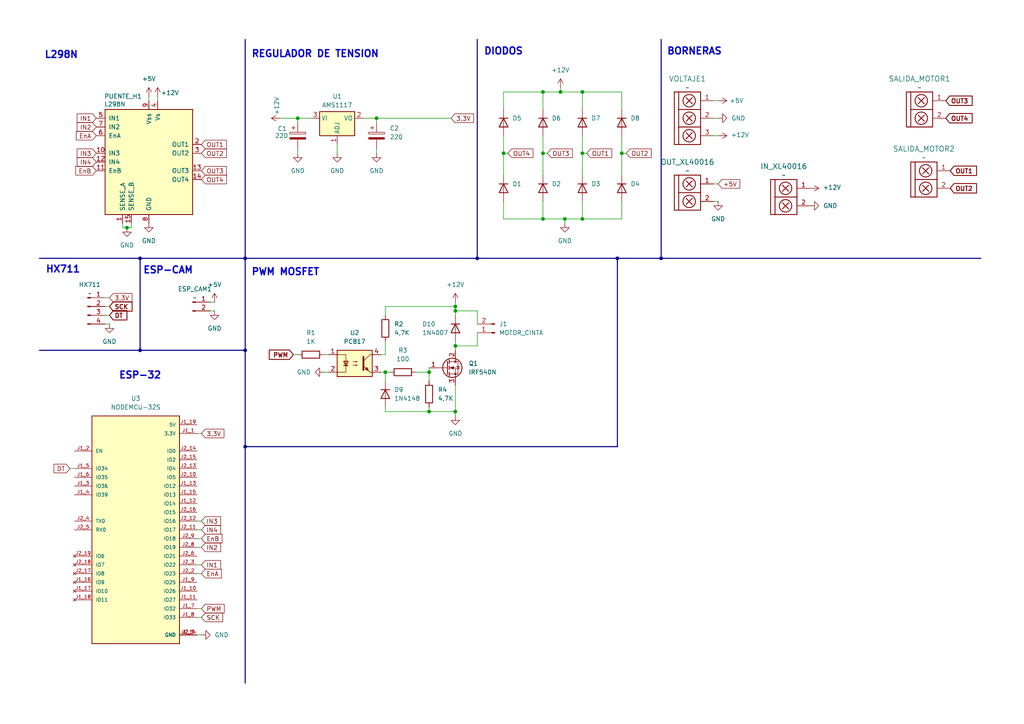
<source format=kicad_sch>
(kicad_sch
	(version 20231120)
	(generator "eeschema")
	(generator_version "8.0")
	(uuid "ea742916-086e-4e4f-b74c-fc0b842241da")
	(paper "A4")
	(lib_symbols
		(symbol "Connector:Conn_01x02_Pin"
			(pin_names
				(offset 1.016) hide)
			(exclude_from_sim no)
			(in_bom yes)
			(on_board yes)
			(property "Reference" "J"
				(at 0 2.54 0)
				(effects
					(font
						(size 1.27 1.27)
					)
				)
			)
			(property "Value" "Conn_01x02_Pin"
				(at 0 -5.08 0)
				(effects
					(font
						(size 1.27 1.27)
					)
				)
			)
			(property "Footprint" ""
				(at 0 0 0)
				(effects
					(font
						(size 1.27 1.27)
					)
					(hide yes)
				)
			)
			(property "Datasheet" "~"
				(at 0 0 0)
				(effects
					(font
						(size 1.27 1.27)
					)
					(hide yes)
				)
			)
			(property "Description" "Generic connector, single row, 01x02, script generated"
				(at 0 0 0)
				(effects
					(font
						(size 1.27 1.27)
					)
					(hide yes)
				)
			)
			(property "ki_locked" ""
				(at 0 0 0)
				(effects
					(font
						(size 1.27 1.27)
					)
				)
			)
			(property "ki_keywords" "connector"
				(at 0 0 0)
				(effects
					(font
						(size 1.27 1.27)
					)
					(hide yes)
				)
			)
			(property "ki_fp_filters" "Connector*:*_1x??_*"
				(at 0 0 0)
				(effects
					(font
						(size 1.27 1.27)
					)
					(hide yes)
				)
			)
			(symbol "Conn_01x02_Pin_1_1"
				(polyline
					(pts
						(xy 1.27 -2.54) (xy 0.8636 -2.54)
					)
					(stroke
						(width 0.1524)
						(type default)
					)
					(fill
						(type none)
					)
				)
				(polyline
					(pts
						(xy 1.27 0) (xy 0.8636 0)
					)
					(stroke
						(width 0.1524)
						(type default)
					)
					(fill
						(type none)
					)
				)
				(rectangle
					(start 0.8636 -2.413)
					(end 0 -2.667)
					(stroke
						(width 0.1524)
						(type default)
					)
					(fill
						(type outline)
					)
				)
				(rectangle
					(start 0.8636 0.127)
					(end 0 -0.127)
					(stroke
						(width 0.1524)
						(type default)
					)
					(fill
						(type outline)
					)
				)
				(pin passive line
					(at 5.08 0 180)
					(length 3.81)
					(name "Pin_1"
						(effects
							(font
								(size 1.27 1.27)
							)
						)
					)
					(number "1"
						(effects
							(font
								(size 1.27 1.27)
							)
						)
					)
				)
				(pin passive line
					(at 5.08 -2.54 180)
					(length 3.81)
					(name "Pin_2"
						(effects
							(font
								(size 1.27 1.27)
							)
						)
					)
					(number "2"
						(effects
							(font
								(size 1.27 1.27)
							)
						)
					)
				)
			)
		)
		(symbol "Connector:Conn_01x04_Pin"
			(pin_names
				(offset 1.016) hide)
			(exclude_from_sim no)
			(in_bom yes)
			(on_board yes)
			(property "Reference" "J"
				(at 0 5.08 0)
				(effects
					(font
						(size 1.27 1.27)
					)
				)
			)
			(property "Value" "Conn_01x04_Pin"
				(at 0 -7.62 0)
				(effects
					(font
						(size 1.27 1.27)
					)
				)
			)
			(property "Footprint" ""
				(at 0 0 0)
				(effects
					(font
						(size 1.27 1.27)
					)
					(hide yes)
				)
			)
			(property "Datasheet" "~"
				(at 0 0 0)
				(effects
					(font
						(size 1.27 1.27)
					)
					(hide yes)
				)
			)
			(property "Description" "Generic connector, single row, 01x04, script generated"
				(at 0 0 0)
				(effects
					(font
						(size 1.27 1.27)
					)
					(hide yes)
				)
			)
			(property "ki_locked" ""
				(at 0 0 0)
				(effects
					(font
						(size 1.27 1.27)
					)
				)
			)
			(property "ki_keywords" "connector"
				(at 0 0 0)
				(effects
					(font
						(size 1.27 1.27)
					)
					(hide yes)
				)
			)
			(property "ki_fp_filters" "Connector*:*_1x??_*"
				(at 0 0 0)
				(effects
					(font
						(size 1.27 1.27)
					)
					(hide yes)
				)
			)
			(symbol "Conn_01x04_Pin_1_1"
				(polyline
					(pts
						(xy 1.27 -5.08) (xy 0.8636 -5.08)
					)
					(stroke
						(width 0.1524)
						(type default)
					)
					(fill
						(type none)
					)
				)
				(polyline
					(pts
						(xy 1.27 -2.54) (xy 0.8636 -2.54)
					)
					(stroke
						(width 0.1524)
						(type default)
					)
					(fill
						(type none)
					)
				)
				(polyline
					(pts
						(xy 1.27 0) (xy 0.8636 0)
					)
					(stroke
						(width 0.1524)
						(type default)
					)
					(fill
						(type none)
					)
				)
				(polyline
					(pts
						(xy 1.27 2.54) (xy 0.8636 2.54)
					)
					(stroke
						(width 0.1524)
						(type default)
					)
					(fill
						(type none)
					)
				)
				(rectangle
					(start 0.8636 -4.953)
					(end 0 -5.207)
					(stroke
						(width 0.1524)
						(type default)
					)
					(fill
						(type outline)
					)
				)
				(rectangle
					(start 0.8636 -2.413)
					(end 0 -2.667)
					(stroke
						(width 0.1524)
						(type default)
					)
					(fill
						(type outline)
					)
				)
				(rectangle
					(start 0.8636 0.127)
					(end 0 -0.127)
					(stroke
						(width 0.1524)
						(type default)
					)
					(fill
						(type outline)
					)
				)
				(rectangle
					(start 0.8636 2.667)
					(end 0 2.413)
					(stroke
						(width 0.1524)
						(type default)
					)
					(fill
						(type outline)
					)
				)
				(pin passive line
					(at 5.08 2.54 180)
					(length 3.81)
					(name "Pin_1"
						(effects
							(font
								(size 1.27 1.27)
							)
						)
					)
					(number "1"
						(effects
							(font
								(size 1.27 1.27)
							)
						)
					)
				)
				(pin passive line
					(at 5.08 0 180)
					(length 3.81)
					(name "Pin_2"
						(effects
							(font
								(size 1.27 1.27)
							)
						)
					)
					(number "2"
						(effects
							(font
								(size 1.27 1.27)
							)
						)
					)
				)
				(pin passive line
					(at 5.08 -2.54 180)
					(length 3.81)
					(name "Pin_3"
						(effects
							(font
								(size 1.27 1.27)
							)
						)
					)
					(number "3"
						(effects
							(font
								(size 1.27 1.27)
							)
						)
					)
				)
				(pin passive line
					(at 5.08 -5.08 180)
					(length 3.81)
					(name "Pin_4"
						(effects
							(font
								(size 1.27 1.27)
							)
						)
					)
					(number "4"
						(effects
							(font
								(size 1.27 1.27)
							)
						)
					)
				)
			)
		)
		(symbol "Device:C_Polarized"
			(pin_numbers hide)
			(pin_names
				(offset 0.254)
			)
			(exclude_from_sim no)
			(in_bom yes)
			(on_board yes)
			(property "Reference" "C"
				(at 0.635 2.54 0)
				(effects
					(font
						(size 1.27 1.27)
					)
					(justify left)
				)
			)
			(property "Value" "C_Polarized"
				(at 0.635 -2.54 0)
				(effects
					(font
						(size 1.27 1.27)
					)
					(justify left)
				)
			)
			(property "Footprint" ""
				(at 0.9652 -3.81 0)
				(effects
					(font
						(size 1.27 1.27)
					)
					(hide yes)
				)
			)
			(property "Datasheet" "~"
				(at 0 0 0)
				(effects
					(font
						(size 1.27 1.27)
					)
					(hide yes)
				)
			)
			(property "Description" "Polarized capacitor"
				(at 0 0 0)
				(effects
					(font
						(size 1.27 1.27)
					)
					(hide yes)
				)
			)
			(property "ki_keywords" "cap capacitor"
				(at 0 0 0)
				(effects
					(font
						(size 1.27 1.27)
					)
					(hide yes)
				)
			)
			(property "ki_fp_filters" "CP_*"
				(at 0 0 0)
				(effects
					(font
						(size 1.27 1.27)
					)
					(hide yes)
				)
			)
			(symbol "C_Polarized_0_1"
				(rectangle
					(start -2.286 0.508)
					(end 2.286 1.016)
					(stroke
						(width 0)
						(type default)
					)
					(fill
						(type none)
					)
				)
				(polyline
					(pts
						(xy -1.778 2.286) (xy -0.762 2.286)
					)
					(stroke
						(width 0)
						(type default)
					)
					(fill
						(type none)
					)
				)
				(polyline
					(pts
						(xy -1.27 2.794) (xy -1.27 1.778)
					)
					(stroke
						(width 0)
						(type default)
					)
					(fill
						(type none)
					)
				)
				(rectangle
					(start 2.286 -0.508)
					(end -2.286 -1.016)
					(stroke
						(width 0)
						(type default)
					)
					(fill
						(type outline)
					)
				)
			)
			(symbol "C_Polarized_1_1"
				(pin passive line
					(at 0 3.81 270)
					(length 2.794)
					(name "~"
						(effects
							(font
								(size 1.27 1.27)
							)
						)
					)
					(number "1"
						(effects
							(font
								(size 1.27 1.27)
							)
						)
					)
				)
				(pin passive line
					(at 0 -3.81 90)
					(length 2.794)
					(name "~"
						(effects
							(font
								(size 1.27 1.27)
							)
						)
					)
					(number "2"
						(effects
							(font
								(size 1.27 1.27)
							)
						)
					)
				)
			)
		)
		(symbol "Device:R"
			(pin_numbers hide)
			(pin_names
				(offset 0)
			)
			(exclude_from_sim no)
			(in_bom yes)
			(on_board yes)
			(property "Reference" "R"
				(at 2.032 0 90)
				(effects
					(font
						(size 1.27 1.27)
					)
				)
			)
			(property "Value" "R"
				(at 0 0 90)
				(effects
					(font
						(size 1.27 1.27)
					)
				)
			)
			(property "Footprint" ""
				(at -1.778 0 90)
				(effects
					(font
						(size 1.27 1.27)
					)
					(hide yes)
				)
			)
			(property "Datasheet" "~"
				(at 0 0 0)
				(effects
					(font
						(size 1.27 1.27)
					)
					(hide yes)
				)
			)
			(property "Description" "Resistor"
				(at 0 0 0)
				(effects
					(font
						(size 1.27 1.27)
					)
					(hide yes)
				)
			)
			(property "ki_keywords" "R res resistor"
				(at 0 0 0)
				(effects
					(font
						(size 1.27 1.27)
					)
					(hide yes)
				)
			)
			(property "ki_fp_filters" "R_*"
				(at 0 0 0)
				(effects
					(font
						(size 1.27 1.27)
					)
					(hide yes)
				)
			)
			(symbol "R_0_1"
				(rectangle
					(start -1.016 -2.54)
					(end 1.016 2.54)
					(stroke
						(width 0.254)
						(type default)
					)
					(fill
						(type none)
					)
				)
			)
			(symbol "R_1_1"
				(pin passive line
					(at 0 3.81 270)
					(length 1.27)
					(name "~"
						(effects
							(font
								(size 1.27 1.27)
							)
						)
					)
					(number "1"
						(effects
							(font
								(size 1.27 1.27)
							)
						)
					)
				)
				(pin passive line
					(at 0 -3.81 90)
					(length 1.27)
					(name "~"
						(effects
							(font
								(size 1.27 1.27)
							)
						)
					)
					(number "2"
						(effects
							(font
								(size 1.27 1.27)
							)
						)
					)
				)
			)
		)
		(symbol "Diode:1N4007"
			(pin_numbers hide)
			(pin_names hide)
			(exclude_from_sim no)
			(in_bom yes)
			(on_board yes)
			(property "Reference" "D"
				(at 0 2.54 0)
				(effects
					(font
						(size 1.27 1.27)
					)
				)
			)
			(property "Value" "1N4007"
				(at 0 -2.54 0)
				(effects
					(font
						(size 1.27 1.27)
					)
				)
			)
			(property "Footprint" "Diode_THT:D_DO-41_SOD81_P10.16mm_Horizontal"
				(at 0 -4.445 0)
				(effects
					(font
						(size 1.27 1.27)
					)
					(hide yes)
				)
			)
			(property "Datasheet" "http://www.vishay.com/docs/88503/1n4001.pdf"
				(at 0 0 0)
				(effects
					(font
						(size 1.27 1.27)
					)
					(hide yes)
				)
			)
			(property "Description" "1000V 1A General Purpose Rectifier Diode, DO-41"
				(at 0 0 0)
				(effects
					(font
						(size 1.27 1.27)
					)
					(hide yes)
				)
			)
			(property "Sim.Device" "D"
				(at 0 0 0)
				(effects
					(font
						(size 1.27 1.27)
					)
					(hide yes)
				)
			)
			(property "Sim.Pins" "1=K 2=A"
				(at 0 0 0)
				(effects
					(font
						(size 1.27 1.27)
					)
					(hide yes)
				)
			)
			(property "ki_keywords" "diode"
				(at 0 0 0)
				(effects
					(font
						(size 1.27 1.27)
					)
					(hide yes)
				)
			)
			(property "ki_fp_filters" "D*DO?41*"
				(at 0 0 0)
				(effects
					(font
						(size 1.27 1.27)
					)
					(hide yes)
				)
			)
			(symbol "1N4007_0_1"
				(polyline
					(pts
						(xy -1.27 1.27) (xy -1.27 -1.27)
					)
					(stroke
						(width 0.254)
						(type default)
					)
					(fill
						(type none)
					)
				)
				(polyline
					(pts
						(xy 1.27 0) (xy -1.27 0)
					)
					(stroke
						(width 0)
						(type default)
					)
					(fill
						(type none)
					)
				)
				(polyline
					(pts
						(xy 1.27 1.27) (xy 1.27 -1.27) (xy -1.27 0) (xy 1.27 1.27)
					)
					(stroke
						(width 0.254)
						(type default)
					)
					(fill
						(type none)
					)
				)
			)
			(symbol "1N4007_1_1"
				(pin passive line
					(at -3.81 0 0)
					(length 2.54)
					(name "K"
						(effects
							(font
								(size 1.27 1.27)
							)
						)
					)
					(number "1"
						(effects
							(font
								(size 1.27 1.27)
							)
						)
					)
				)
				(pin passive line
					(at 3.81 0 180)
					(length 2.54)
					(name "A"
						(effects
							(font
								(size 1.27 1.27)
							)
						)
					)
					(number "2"
						(effects
							(font
								(size 1.27 1.27)
							)
						)
					)
				)
			)
		)
		(symbol "Diode:1N4148"
			(pin_numbers hide)
			(pin_names hide)
			(exclude_from_sim no)
			(in_bom yes)
			(on_board yes)
			(property "Reference" "D"
				(at 0 2.54 0)
				(effects
					(font
						(size 1.27 1.27)
					)
				)
			)
			(property "Value" "1N4148"
				(at 0 -2.54 0)
				(effects
					(font
						(size 1.27 1.27)
					)
				)
			)
			(property "Footprint" "Diode_THT:D_DO-35_SOD27_P7.62mm_Horizontal"
				(at 0 0 0)
				(effects
					(font
						(size 1.27 1.27)
					)
					(hide yes)
				)
			)
			(property "Datasheet" "https://assets.nexperia.com/documents/data-sheet/1N4148_1N4448.pdf"
				(at 0 0 0)
				(effects
					(font
						(size 1.27 1.27)
					)
					(hide yes)
				)
			)
			(property "Description" "100V 0.15A standard switching diode, DO-35"
				(at 0 0 0)
				(effects
					(font
						(size 1.27 1.27)
					)
					(hide yes)
				)
			)
			(property "Sim.Device" "D"
				(at 0 0 0)
				(effects
					(font
						(size 1.27 1.27)
					)
					(hide yes)
				)
			)
			(property "Sim.Pins" "1=K 2=A"
				(at 0 0 0)
				(effects
					(font
						(size 1.27 1.27)
					)
					(hide yes)
				)
			)
			(property "ki_keywords" "diode"
				(at 0 0 0)
				(effects
					(font
						(size 1.27 1.27)
					)
					(hide yes)
				)
			)
			(property "ki_fp_filters" "D*DO?35*"
				(at 0 0 0)
				(effects
					(font
						(size 1.27 1.27)
					)
					(hide yes)
				)
			)
			(symbol "1N4148_0_1"
				(polyline
					(pts
						(xy -1.27 1.27) (xy -1.27 -1.27)
					)
					(stroke
						(width 0.254)
						(type default)
					)
					(fill
						(type none)
					)
				)
				(polyline
					(pts
						(xy 1.27 0) (xy -1.27 0)
					)
					(stroke
						(width 0)
						(type default)
					)
					(fill
						(type none)
					)
				)
				(polyline
					(pts
						(xy 1.27 1.27) (xy 1.27 -1.27) (xy -1.27 0) (xy 1.27 1.27)
					)
					(stroke
						(width 0.254)
						(type default)
					)
					(fill
						(type none)
					)
				)
			)
			(symbol "1N4148_1_1"
				(pin passive line
					(at -3.81 0 0)
					(length 2.54)
					(name "K"
						(effects
							(font
								(size 1.27 1.27)
							)
						)
					)
					(number "1"
						(effects
							(font
								(size 1.27 1.27)
							)
						)
					)
				)
				(pin passive line
					(at 3.81 0 180)
					(length 2.54)
					(name "A"
						(effects
							(font
								(size 1.27 1.27)
							)
						)
					)
					(number "2"
						(effects
							(font
								(size 1.27 1.27)
							)
						)
					)
				)
			)
		)
		(symbol "Diode:1N4148WT"
			(pin_numbers hide)
			(pin_names hide)
			(exclude_from_sim no)
			(in_bom yes)
			(on_board yes)
			(property "Reference" "D"
				(at 0 2.54 0)
				(effects
					(font
						(size 1.27 1.27)
					)
				)
			)
			(property "Value" "1N4148WT"
				(at 0 -2.54 0)
				(effects
					(font
						(size 1.27 1.27)
					)
				)
			)
			(property "Footprint" "Diode_SMD:D_SOD-523"
				(at 0 -4.445 0)
				(effects
					(font
						(size 1.27 1.27)
					)
					(hide yes)
				)
			)
			(property "Datasheet" "https://www.diodes.com/assets/Datasheets/ds30396.pdf"
				(at 0 0 0)
				(effects
					(font
						(size 1.27 1.27)
					)
					(hide yes)
				)
			)
			(property "Description" "75V 0.15A Fast switching Diode, SOD-523"
				(at 0 0 0)
				(effects
					(font
						(size 1.27 1.27)
					)
					(hide yes)
				)
			)
			(property "Sim.Device" "D"
				(at 0 0 0)
				(effects
					(font
						(size 1.27 1.27)
					)
					(hide yes)
				)
			)
			(property "Sim.Pins" "1=K 2=A"
				(at 0 0 0)
				(effects
					(font
						(size 1.27 1.27)
					)
					(hide yes)
				)
			)
			(property "ki_keywords" "diode"
				(at 0 0 0)
				(effects
					(font
						(size 1.27 1.27)
					)
					(hide yes)
				)
			)
			(property "ki_fp_filters" "D*SOD?523*"
				(at 0 0 0)
				(effects
					(font
						(size 1.27 1.27)
					)
					(hide yes)
				)
			)
			(symbol "1N4148WT_0_1"
				(polyline
					(pts
						(xy -1.27 1.27) (xy -1.27 -1.27)
					)
					(stroke
						(width 0.254)
						(type default)
					)
					(fill
						(type none)
					)
				)
				(polyline
					(pts
						(xy 1.27 0) (xy -1.27 0)
					)
					(stroke
						(width 0)
						(type default)
					)
					(fill
						(type none)
					)
				)
				(polyline
					(pts
						(xy 1.27 1.27) (xy 1.27 -1.27) (xy -1.27 0) (xy 1.27 1.27)
					)
					(stroke
						(width 0.254)
						(type default)
					)
					(fill
						(type none)
					)
				)
			)
			(symbol "1N4148WT_1_1"
				(pin passive line
					(at -3.81 0 0)
					(length 2.54)
					(name "K"
						(effects
							(font
								(size 1.27 1.27)
							)
						)
					)
					(number "1"
						(effects
							(font
								(size 1.27 1.27)
							)
						)
					)
				)
				(pin passive line
					(at 3.81 0 180)
					(length 2.54)
					(name "A"
						(effects
							(font
								(size 1.27 1.27)
							)
						)
					)
					(number "2"
						(effects
							(font
								(size 1.27 1.27)
							)
						)
					)
				)
			)
		)
		(symbol "Driver_Motor:L298N"
			(pin_names
				(offset 1.016)
			)
			(exclude_from_sim no)
			(in_bom yes)
			(on_board yes)
			(property "Reference" "U"
				(at -10.16 16.51 0)
				(effects
					(font
						(size 1.27 1.27)
					)
					(justify right)
				)
			)
			(property "Value" "L298N"
				(at 12.7 16.51 0)
				(effects
					(font
						(size 1.27 1.27)
					)
					(justify right)
				)
			)
			(property "Footprint" "Package_TO_SOT_THT:TO-220-15_P2.54x2.54mm_StaggerOdd_Lead4.58mm_Vertical"
				(at 1.27 -16.51 0)
				(effects
					(font
						(size 1.27 1.27)
					)
					(justify left)
					(hide yes)
				)
			)
			(property "Datasheet" "http://www.st.com/st-web-ui/static/active/en/resource/technical/document/datasheet/CD00000240.pdf"
				(at 3.81 6.35 0)
				(effects
					(font
						(size 1.27 1.27)
					)
					(hide yes)
				)
			)
			(property "Description" "Dual full bridge motor driver, up to 46V, 4A, Multiwatt15-V"
				(at 0 0 0)
				(effects
					(font
						(size 1.27 1.27)
					)
					(hide yes)
				)
			)
			(property "ki_keywords" "H-bridge motor driver"
				(at 0 0 0)
				(effects
					(font
						(size 1.27 1.27)
					)
					(hide yes)
				)
			)
			(property "ki_fp_filters" "TO?220*StaggerOdd*Vertical*"
				(at 0 0 0)
				(effects
					(font
						(size 1.27 1.27)
					)
					(hide yes)
				)
			)
			(symbol "L298N_0_1"
				(rectangle
					(start -12.7 15.24)
					(end 12.7 -15.24)
					(stroke
						(width 0.254)
						(type default)
					)
					(fill
						(type background)
					)
				)
			)
			(symbol "L298N_1_1"
				(pin power_in line
					(at -7.62 -17.78 90)
					(length 2.54)
					(name "SENSE_A"
						(effects
							(font
								(size 1.27 1.27)
							)
						)
					)
					(number "1"
						(effects
							(font
								(size 1.27 1.27)
							)
						)
					)
				)
				(pin input line
					(at -15.24 2.54 0)
					(length 2.54)
					(name "IN3"
						(effects
							(font
								(size 1.27 1.27)
							)
						)
					)
					(number "10"
						(effects
							(font
								(size 1.27 1.27)
							)
						)
					)
				)
				(pin input line
					(at -15.24 -2.54 0)
					(length 2.54)
					(name "EnB"
						(effects
							(font
								(size 1.27 1.27)
							)
						)
					)
					(number "11"
						(effects
							(font
								(size 1.27 1.27)
							)
						)
					)
				)
				(pin input line
					(at -15.24 0 0)
					(length 2.54)
					(name "IN4"
						(effects
							(font
								(size 1.27 1.27)
							)
						)
					)
					(number "12"
						(effects
							(font
								(size 1.27 1.27)
							)
						)
					)
				)
				(pin output line
					(at 15.24 -2.54 180)
					(length 2.54)
					(name "OUT3"
						(effects
							(font
								(size 1.27 1.27)
							)
						)
					)
					(number "13"
						(effects
							(font
								(size 1.27 1.27)
							)
						)
					)
				)
				(pin output line
					(at 15.24 -5.08 180)
					(length 2.54)
					(name "OUT4"
						(effects
							(font
								(size 1.27 1.27)
							)
						)
					)
					(number "14"
						(effects
							(font
								(size 1.27 1.27)
							)
						)
					)
				)
				(pin power_in line
					(at -5.08 -17.78 90)
					(length 2.54)
					(name "SENSE_B"
						(effects
							(font
								(size 1.27 1.27)
							)
						)
					)
					(number "15"
						(effects
							(font
								(size 1.27 1.27)
							)
						)
					)
				)
				(pin output line
					(at 15.24 5.08 180)
					(length 2.54)
					(name "OUT1"
						(effects
							(font
								(size 1.27 1.27)
							)
						)
					)
					(number "2"
						(effects
							(font
								(size 1.27 1.27)
							)
						)
					)
				)
				(pin output line
					(at 15.24 2.54 180)
					(length 2.54)
					(name "OUT2"
						(effects
							(font
								(size 1.27 1.27)
							)
						)
					)
					(number "3"
						(effects
							(font
								(size 1.27 1.27)
							)
						)
					)
				)
				(pin power_in line
					(at 2.54 17.78 270)
					(length 2.54)
					(name "Vs"
						(effects
							(font
								(size 1.27 1.27)
							)
						)
					)
					(number "4"
						(effects
							(font
								(size 1.27 1.27)
							)
						)
					)
				)
				(pin input line
					(at -15.24 12.7 0)
					(length 2.54)
					(name "IN1"
						(effects
							(font
								(size 1.27 1.27)
							)
						)
					)
					(number "5"
						(effects
							(font
								(size 1.27 1.27)
							)
						)
					)
				)
				(pin input line
					(at -15.24 7.62 0)
					(length 2.54)
					(name "EnA"
						(effects
							(font
								(size 1.27 1.27)
							)
						)
					)
					(number "6"
						(effects
							(font
								(size 1.27 1.27)
							)
						)
					)
				)
				(pin input line
					(at -15.24 10.16 0)
					(length 2.54)
					(name "IN2"
						(effects
							(font
								(size 1.27 1.27)
							)
						)
					)
					(number "7"
						(effects
							(font
								(size 1.27 1.27)
							)
						)
					)
				)
				(pin power_in line
					(at 0 -17.78 90)
					(length 2.54)
					(name "GND"
						(effects
							(font
								(size 1.27 1.27)
							)
						)
					)
					(number "8"
						(effects
							(font
								(size 1.27 1.27)
							)
						)
					)
				)
				(pin power_in line
					(at 0 17.78 270)
					(length 2.54)
					(name "Vss"
						(effects
							(font
								(size 1.27 1.27)
							)
						)
					)
					(number "9"
						(effects
							(font
								(size 1.27 1.27)
							)
						)
					)
				)
			)
		)
		(symbol "EESTN5:TB_1X2"
			(pin_names
				(offset 1.016)
			)
			(exclude_from_sim no)
			(in_bom yes)
			(on_board yes)
			(property "Reference" "J"
				(at 0 7.62 0)
				(effects
					(font
						(size 1.524 1.524)
					)
				)
			)
			(property "Value" "TB_1X2"
				(at 1.27 -7.62 0)
				(effects
					(font
						(size 1.524 1.524)
					)
				)
			)
			(property "Footprint" ""
				(at -1.27 1.27 0)
				(effects
					(font
						(size 1.524 1.524)
					)
				)
			)
			(property "Datasheet" ""
				(at -1.27 1.27 0)
				(effects
					(font
						(size 1.524 1.524)
					)
				)
			)
			(property "Description" ""
				(at 0 0 0)
				(effects
					(font
						(size 1.27 1.27)
					)
					(hide yes)
				)
			)
			(property "ki_fp_filters" "BORNERA* TB*"
				(at 0 0 0)
				(effects
					(font
						(size 1.27 1.27)
					)
					(hide yes)
				)
			)
			(symbol "TB_1X2_0_1"
				(rectangle
					(start -2.54 5.08)
					(end 5.08 -5.08)
					(stroke
						(width 0.254)
						(type solid)
					)
					(fill
						(type none)
					)
				)
				(polyline
					(pts
						(xy -1.27 0) (xy 5.08 0)
					)
					(stroke
						(width 0.254)
						(type solid)
					)
					(fill
						(type none)
					)
				)
				(polyline
					(pts
						(xy -1.27 5.08) (xy -1.27 -5.08)
					)
					(stroke
						(width 0.254)
						(type solid)
					)
					(fill
						(type none)
					)
				)
				(polyline
					(pts
						(xy 0.889 -3.429) (xy 2.667 -1.651)
					)
					(stroke
						(width 0.254)
						(type solid)
					)
					(fill
						(type none)
					)
				)
				(polyline
					(pts
						(xy 0.889 -1.651) (xy 2.667 -3.429)
					)
					(stroke
						(width 0.254)
						(type solid)
					)
					(fill
						(type none)
					)
				)
				(polyline
					(pts
						(xy 0.889 1.651) (xy 2.667 3.429)
					)
					(stroke
						(width 0.254)
						(type solid)
					)
					(fill
						(type none)
					)
				)
				(polyline
					(pts
						(xy 0.889 3.429) (xy 2.667 1.651)
					)
					(stroke
						(width 0.254)
						(type solid)
					)
					(fill
						(type none)
					)
				)
				(circle
					(center 1.778 -2.54)
					(radius 1.8034)
					(stroke
						(width 0.254)
						(type solid)
					)
					(fill
						(type none)
					)
				)
				(circle
					(center 1.778 2.54)
					(radius 1.8034)
					(stroke
						(width 0.254)
						(type solid)
					)
					(fill
						(type none)
					)
				)
			)
			(symbol "TB_1X2_1_1"
				(pin input line
					(at 8.89 2.54 180)
					(length 3.81)
					(name "~"
						(effects
							(font
								(size 1.27 1.27)
							)
						)
					)
					(number "1"
						(effects
							(font
								(size 1.27 1.27)
							)
						)
					)
				)
				(pin input line
					(at 8.89 -2.54 180)
					(length 3.81)
					(name "~"
						(effects
							(font
								(size 1.27 1.27)
							)
						)
					)
					(number "2"
						(effects
							(font
								(size 1.27 1.27)
							)
						)
					)
				)
			)
		)
		(symbol "EESTN5:TB_1X3"
			(pin_names
				(offset 1.016)
			)
			(exclude_from_sim no)
			(in_bom yes)
			(on_board yes)
			(property "Reference" "J"
				(at 0 7.62 0)
				(effects
					(font
						(size 1.524 1.524)
					)
				)
			)
			(property "Value" "TB_1X3"
				(at 1.27 -11.43 0)
				(effects
					(font
						(size 1.524 1.524)
					)
				)
			)
			(property "Footprint" ""
				(at -1.27 1.27 0)
				(effects
					(font
						(size 1.524 1.524)
					)
				)
			)
			(property "Datasheet" ""
				(at -1.27 1.27 0)
				(effects
					(font
						(size 1.524 1.524)
					)
				)
			)
			(property "Description" ""
				(at 0 0 0)
				(effects
					(font
						(size 1.27 1.27)
					)
					(hide yes)
				)
			)
			(property "ki_fp_filters" "BORNERA* TB*"
				(at 0 0 0)
				(effects
					(font
						(size 1.27 1.27)
					)
					(hide yes)
				)
			)
			(symbol "TB_1X3_0_1"
				(rectangle
					(start -2.54 5.08)
					(end 5.08 -10.16)
					(stroke
						(width 0.254)
						(type solid)
					)
					(fill
						(type none)
					)
				)
				(polyline
					(pts
						(xy -1.27 -5.08) (xy 5.08 -5.08)
					)
					(stroke
						(width 0.254)
						(type solid)
					)
					(fill
						(type none)
					)
				)
				(polyline
					(pts
						(xy -1.27 0) (xy 5.08 0)
					)
					(stroke
						(width 0.254)
						(type solid)
					)
					(fill
						(type none)
					)
				)
				(polyline
					(pts
						(xy -1.27 5.08) (xy -1.27 -10.16)
					)
					(stroke
						(width 0.254)
						(type solid)
					)
					(fill
						(type none)
					)
				)
				(polyline
					(pts
						(xy 0.889 -8.509) (xy 2.667 -6.731)
					)
					(stroke
						(width 0.254)
						(type solid)
					)
					(fill
						(type none)
					)
				)
				(polyline
					(pts
						(xy 0.889 -6.731) (xy 2.667 -8.509)
					)
					(stroke
						(width 0.254)
						(type solid)
					)
					(fill
						(type none)
					)
				)
				(polyline
					(pts
						(xy 0.889 -3.429) (xy 2.667 -1.651)
					)
					(stroke
						(width 0.254)
						(type solid)
					)
					(fill
						(type none)
					)
				)
				(polyline
					(pts
						(xy 0.889 -1.651) (xy 2.667 -3.429)
					)
					(stroke
						(width 0.254)
						(type solid)
					)
					(fill
						(type none)
					)
				)
				(polyline
					(pts
						(xy 0.889 1.651) (xy 2.667 3.429)
					)
					(stroke
						(width 0.254)
						(type solid)
					)
					(fill
						(type none)
					)
				)
				(polyline
					(pts
						(xy 0.889 3.429) (xy 2.667 1.651)
					)
					(stroke
						(width 0.254)
						(type solid)
					)
					(fill
						(type none)
					)
				)
				(circle
					(center 1.778 -7.62)
					(radius 1.8034)
					(stroke
						(width 0.254)
						(type solid)
					)
					(fill
						(type none)
					)
				)
				(circle
					(center 1.778 -2.54)
					(radius 1.8034)
					(stroke
						(width 0.254)
						(type solid)
					)
					(fill
						(type none)
					)
				)
				(circle
					(center 1.778 2.54)
					(radius 1.8034)
					(stroke
						(width 0.254)
						(type solid)
					)
					(fill
						(type none)
					)
				)
			)
			(symbol "TB_1X3_1_1"
				(pin input line
					(at 8.89 2.54 180)
					(length 3.81)
					(name "~"
						(effects
							(font
								(size 1.27 1.27)
							)
						)
					)
					(number "1"
						(effects
							(font
								(size 1.27 1.27)
							)
						)
					)
				)
				(pin input line
					(at 8.89 -2.54 180)
					(length 3.81)
					(name "~"
						(effects
							(font
								(size 1.27 1.27)
							)
						)
					)
					(number "2"
						(effects
							(font
								(size 1.27 1.27)
							)
						)
					)
				)
				(pin input line
					(at 8.89 -7.62 180)
					(length 3.81)
					(name "~"
						(effects
							(font
								(size 1.27 1.27)
							)
						)
					)
					(number "3"
						(effects
							(font
								(size 1.27 1.27)
							)
						)
					)
				)
			)
		)
		(symbol "Isolator:PC817"
			(pin_names
				(offset 1.016)
			)
			(exclude_from_sim no)
			(in_bom yes)
			(on_board yes)
			(property "Reference" "U"
				(at -5.08 5.08 0)
				(effects
					(font
						(size 1.27 1.27)
					)
					(justify left)
				)
			)
			(property "Value" "PC817"
				(at 0 5.08 0)
				(effects
					(font
						(size 1.27 1.27)
					)
					(justify left)
				)
			)
			(property "Footprint" "Package_DIP:DIP-4_W7.62mm"
				(at -5.08 -5.08 0)
				(effects
					(font
						(size 1.27 1.27)
						(italic yes)
					)
					(justify left)
					(hide yes)
				)
			)
			(property "Datasheet" "http://www.soselectronic.cz/a_info/resource/d/pc817.pdf"
				(at 0 0 0)
				(effects
					(font
						(size 1.27 1.27)
					)
					(justify left)
					(hide yes)
				)
			)
			(property "Description" "DC Optocoupler, Vce 35V, CTR 50-300%, DIP-4"
				(at 0 0 0)
				(effects
					(font
						(size 1.27 1.27)
					)
					(hide yes)
				)
			)
			(property "ki_keywords" "NPN DC Optocoupler"
				(at 0 0 0)
				(effects
					(font
						(size 1.27 1.27)
					)
					(hide yes)
				)
			)
			(property "ki_fp_filters" "DIP*W7.62mm*"
				(at 0 0 0)
				(effects
					(font
						(size 1.27 1.27)
					)
					(hide yes)
				)
			)
			(symbol "PC817_0_1"
				(rectangle
					(start -5.08 3.81)
					(end 5.08 -3.81)
					(stroke
						(width 0.254)
						(type default)
					)
					(fill
						(type background)
					)
				)
				(polyline
					(pts
						(xy -3.175 -0.635) (xy -1.905 -0.635)
					)
					(stroke
						(width 0.254)
						(type default)
					)
					(fill
						(type none)
					)
				)
				(polyline
					(pts
						(xy 2.54 0.635) (xy 4.445 2.54)
					)
					(stroke
						(width 0)
						(type default)
					)
					(fill
						(type none)
					)
				)
				(polyline
					(pts
						(xy 4.445 -2.54) (xy 2.54 -0.635)
					)
					(stroke
						(width 0)
						(type default)
					)
					(fill
						(type outline)
					)
				)
				(polyline
					(pts
						(xy 4.445 -2.54) (xy 5.08 -2.54)
					)
					(stroke
						(width 0)
						(type default)
					)
					(fill
						(type none)
					)
				)
				(polyline
					(pts
						(xy 4.445 2.54) (xy 5.08 2.54)
					)
					(stroke
						(width 0)
						(type default)
					)
					(fill
						(type none)
					)
				)
				(polyline
					(pts
						(xy -5.08 2.54) (xy -2.54 2.54) (xy -2.54 -0.635)
					)
					(stroke
						(width 0)
						(type default)
					)
					(fill
						(type none)
					)
				)
				(polyline
					(pts
						(xy -2.54 -0.635) (xy -2.54 -2.54) (xy -5.08 -2.54)
					)
					(stroke
						(width 0)
						(type default)
					)
					(fill
						(type none)
					)
				)
				(polyline
					(pts
						(xy 2.54 1.905) (xy 2.54 -1.905) (xy 2.54 -1.905)
					)
					(stroke
						(width 0.508)
						(type default)
					)
					(fill
						(type none)
					)
				)
				(polyline
					(pts
						(xy -2.54 -0.635) (xy -3.175 0.635) (xy -1.905 0.635) (xy -2.54 -0.635)
					)
					(stroke
						(width 0.254)
						(type default)
					)
					(fill
						(type none)
					)
				)
				(polyline
					(pts
						(xy -0.508 -0.508) (xy 0.762 -0.508) (xy 0.381 -0.635) (xy 0.381 -0.381) (xy 0.762 -0.508)
					)
					(stroke
						(width 0)
						(type default)
					)
					(fill
						(type none)
					)
				)
				(polyline
					(pts
						(xy -0.508 0.508) (xy 0.762 0.508) (xy 0.381 0.381) (xy 0.381 0.635) (xy 0.762 0.508)
					)
					(stroke
						(width 0)
						(type default)
					)
					(fill
						(type none)
					)
				)
				(polyline
					(pts
						(xy 3.048 -1.651) (xy 3.556 -1.143) (xy 4.064 -2.159) (xy 3.048 -1.651) (xy 3.048 -1.651)
					)
					(stroke
						(width 0)
						(type default)
					)
					(fill
						(type outline)
					)
				)
			)
			(symbol "PC817_1_1"
				(pin passive line
					(at -7.62 2.54 0)
					(length 2.54)
					(name "~"
						(effects
							(font
								(size 1.27 1.27)
							)
						)
					)
					(number "1"
						(effects
							(font
								(size 1.27 1.27)
							)
						)
					)
				)
				(pin passive line
					(at -7.62 -2.54 0)
					(length 2.54)
					(name "~"
						(effects
							(font
								(size 1.27 1.27)
							)
						)
					)
					(number "2"
						(effects
							(font
								(size 1.27 1.27)
							)
						)
					)
				)
				(pin passive line
					(at 7.62 -2.54 180)
					(length 2.54)
					(name "~"
						(effects
							(font
								(size 1.27 1.27)
							)
						)
					)
					(number "3"
						(effects
							(font
								(size 1.27 1.27)
							)
						)
					)
				)
				(pin passive line
					(at 7.62 2.54 180)
					(length 2.54)
					(name "~"
						(effects
							(font
								(size 1.27 1.27)
							)
						)
					)
					(number "4"
						(effects
							(font
								(size 1.27 1.27)
							)
						)
					)
				)
			)
		)
		(symbol "NODEMCU-32S:NODEMCU-32S"
			(pin_names
				(offset 1.016)
			)
			(exclude_from_sim no)
			(in_bom yes)
			(on_board yes)
			(property "Reference" "U"
				(at -12.7 33.782 0)
				(effects
					(font
						(size 1.27 1.27)
					)
					(justify left bottom)
				)
			)
			(property "Value" "NODEMCU-32S"
				(at -12.7 -35.56 0)
				(effects
					(font
						(size 1.27 1.27)
					)
					(justify left bottom)
				)
			)
			(property "Footprint" "NODEMCU-32S:MODULE_NODEMCU-32S"
				(at 0 0 0)
				(effects
					(font
						(size 1.27 1.27)
					)
					(justify bottom)
					(hide yes)
				)
			)
			(property "Datasheet" ""
				(at 0 0 0)
				(effects
					(font
						(size 1.27 1.27)
					)
					(hide yes)
				)
			)
			(property "Description" ""
				(at 0 0 0)
				(effects
					(font
						(size 1.27 1.27)
					)
					(hide yes)
				)
			)
			(property "MF" "AI-Thinker"
				(at 0 0 0)
				(effects
					(font
						(size 1.27 1.27)
					)
					(justify bottom)
					(hide yes)
				)
			)
			(property "MAXIMUM_PACKAGE_HEIGHT" "3.00mm"
				(at 0 0 0)
				(effects
					(font
						(size 1.27 1.27)
					)
					(justify bottom)
					(hide yes)
				)
			)
			(property "Package" "Package"
				(at 0 0 0)
				(effects
					(font
						(size 1.27 1.27)
					)
					(justify bottom)
					(hide yes)
				)
			)
			(property "Price" "None"
				(at 0 0 0)
				(effects
					(font
						(size 1.27 1.27)
					)
					(justify bottom)
					(hide yes)
				)
			)
			(property "Check_prices" "https://www.snapeda.com/parts/NODEMCU-32S/AI-Thinker/view-part/?ref=eda"
				(at 0 0 0)
				(effects
					(font
						(size 1.27 1.27)
					)
					(justify bottom)
					(hide yes)
				)
			)
			(property "STANDARD" "Manufacturer Recommendations"
				(at 0 0 0)
				(effects
					(font
						(size 1.27 1.27)
					)
					(justify bottom)
					(hide yes)
				)
			)
			(property "PARTREV" "V1"
				(at 0 0 0)
				(effects
					(font
						(size 1.27 1.27)
					)
					(justify bottom)
					(hide yes)
				)
			)
			(property "SnapEDA_Link" "https://www.snapeda.com/parts/NODEMCU-32S/AI-Thinker/view-part/?ref=snap"
				(at 0 0 0)
				(effects
					(font
						(size 1.27 1.27)
					)
					(justify bottom)
					(hide yes)
				)
			)
			(property "MP" "NODEMCU-32S"
				(at 0 0 0)
				(effects
					(font
						(size 1.27 1.27)
					)
					(justify bottom)
					(hide yes)
				)
			)
			(property "Description_1" "\nWIFI MODULE V1\n"
				(at 0 0 0)
				(effects
					(font
						(size 1.27 1.27)
					)
					(justify bottom)
					(hide yes)
				)
			)
			(property "Availability" "Not in stock"
				(at 0 0 0)
				(effects
					(font
						(size 1.27 1.27)
					)
					(justify bottom)
					(hide yes)
				)
			)
			(property "MANUFACTURER" "AI-Thinker"
				(at 0 0 0)
				(effects
					(font
						(size 1.27 1.27)
					)
					(justify bottom)
					(hide yes)
				)
			)
			(symbol "NODEMCU-32S_0_0"
				(rectangle
					(start -12.7 -33.02)
					(end 12.7 33.02)
					(stroke
						(width 0.254)
						(type default)
					)
					(fill
						(type background)
					)
				)
				(pin power_in line
					(at 17.78 27.94 180)
					(length 5.08)
					(name "3.3V"
						(effects
							(font
								(size 1.016 1.016)
							)
						)
					)
					(number "J1_1"
						(effects
							(font
								(size 1.016 1.016)
							)
						)
					)
				)
				(pin bidirectional line
					(at 17.78 -17.78 180)
					(length 5.08)
					(name "IO26"
						(effects
							(font
								(size 1.016 1.016)
							)
						)
					)
					(number "J1_10"
						(effects
							(font
								(size 1.016 1.016)
							)
						)
					)
				)
				(pin bidirectional line
					(at 17.78 -20.32 180)
					(length 5.08)
					(name "IO27"
						(effects
							(font
								(size 1.016 1.016)
							)
						)
					)
					(number "J1_11"
						(effects
							(font
								(size 1.016 1.016)
							)
						)
					)
				)
				(pin bidirectional line
					(at 17.78 7.62 180)
					(length 5.08)
					(name "IO14"
						(effects
							(font
								(size 1.016 1.016)
							)
						)
					)
					(number "J1_12"
						(effects
							(font
								(size 1.016 1.016)
							)
						)
					)
				)
				(pin bidirectional line
					(at 17.78 12.7 180)
					(length 5.08)
					(name "IO12"
						(effects
							(font
								(size 1.016 1.016)
							)
						)
					)
					(number "J1_13"
						(effects
							(font
								(size 1.016 1.016)
							)
						)
					)
				)
				(pin power_in line
					(at 17.78 -30.48 180)
					(length 5.08)
					(name "GND"
						(effects
							(font
								(size 1.016 1.016)
							)
						)
					)
					(number "J1_14"
						(effects
							(font
								(size 1.016 1.016)
							)
						)
					)
				)
				(pin bidirectional line
					(at 17.78 10.16 180)
					(length 5.08)
					(name "IO13"
						(effects
							(font
								(size 1.016 1.016)
							)
						)
					)
					(number "J1_15"
						(effects
							(font
								(size 1.016 1.016)
							)
						)
					)
				)
				(pin no_connect line
					(at -17.78 -15.24 0)
					(length 5.08)
					(name "IO9"
						(effects
							(font
								(size 1.016 1.016)
							)
						)
					)
					(number "J1_16"
						(effects
							(font
								(size 1.016 1.016)
							)
						)
					)
				)
				(pin no_connect line
					(at -17.78 -17.78 0)
					(length 5.08)
					(name "IO10"
						(effects
							(font
								(size 1.016 1.016)
							)
						)
					)
					(number "J1_17"
						(effects
							(font
								(size 1.016 1.016)
							)
						)
					)
				)
				(pin no_connect line
					(at -17.78 -20.32 0)
					(length 5.08)
					(name "IO11"
						(effects
							(font
								(size 1.016 1.016)
							)
						)
					)
					(number "J1_18"
						(effects
							(font
								(size 1.016 1.016)
							)
						)
					)
				)
				(pin power_in line
					(at 17.78 30.48 180)
					(length 5.08)
					(name "5V"
						(effects
							(font
								(size 1.016 1.016)
							)
						)
					)
					(number "J1_19"
						(effects
							(font
								(size 1.016 1.016)
							)
						)
					)
				)
				(pin input line
					(at -17.78 22.86 0)
					(length 5.08)
					(name "EN"
						(effects
							(font
								(size 1.016 1.016)
							)
						)
					)
					(number "J1_2"
						(effects
							(font
								(size 1.016 1.016)
							)
						)
					)
				)
				(pin input line
					(at -17.78 12.7 0)
					(length 5.08)
					(name "IO36"
						(effects
							(font
								(size 1.016 1.016)
							)
						)
					)
					(number "J1_3"
						(effects
							(font
								(size 1.016 1.016)
							)
						)
					)
				)
				(pin input line
					(at -17.78 10.16 0)
					(length 5.08)
					(name "IO39"
						(effects
							(font
								(size 1.016 1.016)
							)
						)
					)
					(number "J1_4"
						(effects
							(font
								(size 1.016 1.016)
							)
						)
					)
				)
				(pin input line
					(at -17.78 17.78 0)
					(length 5.08)
					(name "IO34"
						(effects
							(font
								(size 1.016 1.016)
							)
						)
					)
					(number "J1_5"
						(effects
							(font
								(size 1.016 1.016)
							)
						)
					)
				)
				(pin input line
					(at -17.78 15.24 0)
					(length 5.08)
					(name "IO35"
						(effects
							(font
								(size 1.016 1.016)
							)
						)
					)
					(number "J1_6"
						(effects
							(font
								(size 1.016 1.016)
							)
						)
					)
				)
				(pin bidirectional line
					(at 17.78 -22.86 180)
					(length 5.08)
					(name "IO32"
						(effects
							(font
								(size 1.016 1.016)
							)
						)
					)
					(number "J1_7"
						(effects
							(font
								(size 1.016 1.016)
							)
						)
					)
				)
				(pin bidirectional line
					(at 17.78 -25.4 180)
					(length 5.08)
					(name "IO33"
						(effects
							(font
								(size 1.016 1.016)
							)
						)
					)
					(number "J1_8"
						(effects
							(font
								(size 1.016 1.016)
							)
						)
					)
				)
				(pin bidirectional line
					(at 17.78 -15.24 180)
					(length 5.08)
					(name "IO25"
						(effects
							(font
								(size 1.016 1.016)
							)
						)
					)
					(number "J1_9"
						(effects
							(font
								(size 1.016 1.016)
							)
						)
					)
				)
				(pin power_in line
					(at 17.78 -30.48 180)
					(length 5.08)
					(name "GND"
						(effects
							(font
								(size 1.016 1.016)
							)
						)
					)
					(number "J2_1"
						(effects
							(font
								(size 1.016 1.016)
							)
						)
					)
				)
				(pin bidirectional line
					(at 17.78 15.24 180)
					(length 5.08)
					(name "IO5"
						(effects
							(font
								(size 1.016 1.016)
							)
						)
					)
					(number "J2_10"
						(effects
							(font
								(size 1.016 1.016)
							)
						)
					)
				)
				(pin bidirectional line
					(at 17.78 0 180)
					(length 5.08)
					(name "IO17"
						(effects
							(font
								(size 1.016 1.016)
							)
						)
					)
					(number "J2_11"
						(effects
							(font
								(size 1.016 1.016)
							)
						)
					)
				)
				(pin bidirectional line
					(at 17.78 2.54 180)
					(length 5.08)
					(name "IO16"
						(effects
							(font
								(size 1.016 1.016)
							)
						)
					)
					(number "J2_12"
						(effects
							(font
								(size 1.016 1.016)
							)
						)
					)
				)
				(pin bidirectional line
					(at 17.78 17.78 180)
					(length 5.08)
					(name "IO4"
						(effects
							(font
								(size 1.016 1.016)
							)
						)
					)
					(number "J2_13"
						(effects
							(font
								(size 1.016 1.016)
							)
						)
					)
				)
				(pin bidirectional line
					(at 17.78 22.86 180)
					(length 5.08)
					(name "IO0"
						(effects
							(font
								(size 1.016 1.016)
							)
						)
					)
					(number "J2_14"
						(effects
							(font
								(size 1.016 1.016)
							)
						)
					)
				)
				(pin bidirectional line
					(at 17.78 20.32 180)
					(length 5.08)
					(name "IO2"
						(effects
							(font
								(size 1.016 1.016)
							)
						)
					)
					(number "J2_15"
						(effects
							(font
								(size 1.016 1.016)
							)
						)
					)
				)
				(pin bidirectional line
					(at 17.78 5.08 180)
					(length 5.08)
					(name "IO15"
						(effects
							(font
								(size 1.016 1.016)
							)
						)
					)
					(number "J2_16"
						(effects
							(font
								(size 1.016 1.016)
							)
						)
					)
				)
				(pin no_connect line
					(at -17.78 -12.7 0)
					(length 5.08)
					(name "IO8"
						(effects
							(font
								(size 1.016 1.016)
							)
						)
					)
					(number "J2_17"
						(effects
							(font
								(size 1.016 1.016)
							)
						)
					)
				)
				(pin no_connect line
					(at -17.78 -10.16 0)
					(length 5.08)
					(name "IO7"
						(effects
							(font
								(size 1.016 1.016)
							)
						)
					)
					(number "J2_18"
						(effects
							(font
								(size 1.016 1.016)
							)
						)
					)
				)
				(pin no_connect line
					(at -17.78 -7.62 0)
					(length 5.08)
					(name "IO6"
						(effects
							(font
								(size 1.016 1.016)
							)
						)
					)
					(number "J2_19"
						(effects
							(font
								(size 1.016 1.016)
							)
						)
					)
				)
				(pin bidirectional line
					(at 17.78 -12.7 180)
					(length 5.08)
					(name "IO23"
						(effects
							(font
								(size 1.016 1.016)
							)
						)
					)
					(number "J2_2"
						(effects
							(font
								(size 1.016 1.016)
							)
						)
					)
				)
				(pin bidirectional line
					(at 17.78 -10.16 180)
					(length 5.08)
					(name "IO22"
						(effects
							(font
								(size 1.016 1.016)
							)
						)
					)
					(number "J2_3"
						(effects
							(font
								(size 1.016 1.016)
							)
						)
					)
				)
				(pin bidirectional line
					(at -17.78 2.54 0)
					(length 5.08)
					(name "TX0"
						(effects
							(font
								(size 1.016 1.016)
							)
						)
					)
					(number "J2_4"
						(effects
							(font
								(size 1.016 1.016)
							)
						)
					)
				)
				(pin bidirectional line
					(at -17.78 0 0)
					(length 5.08)
					(name "RX0"
						(effects
							(font
								(size 1.016 1.016)
							)
						)
					)
					(number "J2_5"
						(effects
							(font
								(size 1.016 1.016)
							)
						)
					)
				)
				(pin bidirectional line
					(at 17.78 -7.62 180)
					(length 5.08)
					(name "IO21"
						(effects
							(font
								(size 1.016 1.016)
							)
						)
					)
					(number "J2_6"
						(effects
							(font
								(size 1.016 1.016)
							)
						)
					)
				)
				(pin power_in line
					(at 17.78 -30.48 180)
					(length 5.08)
					(name "GND"
						(effects
							(font
								(size 1.016 1.016)
							)
						)
					)
					(number "J2_7"
						(effects
							(font
								(size 1.016 1.016)
							)
						)
					)
				)
				(pin bidirectional line
					(at 17.78 -5.08 180)
					(length 5.08)
					(name "IO19"
						(effects
							(font
								(size 1.016 1.016)
							)
						)
					)
					(number "J2_8"
						(effects
							(font
								(size 1.016 1.016)
							)
						)
					)
				)
				(pin bidirectional line
					(at 17.78 -2.54 180)
					(length 5.08)
					(name "IO18"
						(effects
							(font
								(size 1.016 1.016)
							)
						)
					)
					(number "J2_9"
						(effects
							(font
								(size 1.016 1.016)
							)
						)
					)
				)
			)
		)
		(symbol "Regulator_Linear:AMS1117"
			(exclude_from_sim no)
			(in_bom yes)
			(on_board yes)
			(property "Reference" "U"
				(at -3.81 3.175 0)
				(effects
					(font
						(size 1.27 1.27)
					)
				)
			)
			(property "Value" "AMS1117"
				(at 0 3.175 0)
				(effects
					(font
						(size 1.27 1.27)
					)
					(justify left)
				)
			)
			(property "Footprint" "Package_TO_SOT_SMD:SOT-223-3_TabPin2"
				(at 0 5.08 0)
				(effects
					(font
						(size 1.27 1.27)
					)
					(hide yes)
				)
			)
			(property "Datasheet" "http://www.advanced-monolithic.com/pdf/ds1117.pdf"
				(at 2.54 -6.35 0)
				(effects
					(font
						(size 1.27 1.27)
					)
					(hide yes)
				)
			)
			(property "Description" "1A Low Dropout regulator, positive, adjustable output, SOT-223"
				(at 0 0 0)
				(effects
					(font
						(size 1.27 1.27)
					)
					(hide yes)
				)
			)
			(property "ki_keywords" "linear regulator ldo adjustable positive"
				(at 0 0 0)
				(effects
					(font
						(size 1.27 1.27)
					)
					(hide yes)
				)
			)
			(property "ki_fp_filters" "SOT?223*TabPin2*"
				(at 0 0 0)
				(effects
					(font
						(size 1.27 1.27)
					)
					(hide yes)
				)
			)
			(symbol "AMS1117_0_1"
				(rectangle
					(start -5.08 -5.08)
					(end 5.08 1.905)
					(stroke
						(width 0.254)
						(type default)
					)
					(fill
						(type background)
					)
				)
			)
			(symbol "AMS1117_1_1"
				(pin input line
					(at 0 -7.62 90)
					(length 2.54)
					(name "ADJ"
						(effects
							(font
								(size 1.27 1.27)
							)
						)
					)
					(number "1"
						(effects
							(font
								(size 1.27 1.27)
							)
						)
					)
				)
				(pin power_out line
					(at 7.62 0 180)
					(length 2.54)
					(name "VO"
						(effects
							(font
								(size 1.27 1.27)
							)
						)
					)
					(number "2"
						(effects
							(font
								(size 1.27 1.27)
							)
						)
					)
				)
				(pin power_in line
					(at -7.62 0 0)
					(length 2.54)
					(name "VI"
						(effects
							(font
								(size 1.27 1.27)
							)
						)
					)
					(number "3"
						(effects
							(font
								(size 1.27 1.27)
							)
						)
					)
				)
			)
		)
		(symbol "Transistor_FET:IRF540N"
			(pin_names hide)
			(exclude_from_sim no)
			(in_bom yes)
			(on_board yes)
			(property "Reference" "Q"
				(at 5.08 1.905 0)
				(effects
					(font
						(size 1.27 1.27)
					)
					(justify left)
				)
			)
			(property "Value" "IRF540N"
				(at 5.08 0 0)
				(effects
					(font
						(size 1.27 1.27)
					)
					(justify left)
				)
			)
			(property "Footprint" "Package_TO_SOT_THT:TO-220-3_Vertical"
				(at 5.08 -1.905 0)
				(effects
					(font
						(size 1.27 1.27)
						(italic yes)
					)
					(justify left)
					(hide yes)
				)
			)
			(property "Datasheet" "http://www.irf.com/product-info/datasheets/data/irf540n.pdf"
				(at 5.08 -3.81 0)
				(effects
					(font
						(size 1.27 1.27)
					)
					(justify left)
					(hide yes)
				)
			)
			(property "Description" "33A Id, 100V Vds, HEXFET N-Channel MOSFET, TO-220"
				(at 0 0 0)
				(effects
					(font
						(size 1.27 1.27)
					)
					(hide yes)
				)
			)
			(property "ki_keywords" "HEXFET N-Channel MOSFET"
				(at 0 0 0)
				(effects
					(font
						(size 1.27 1.27)
					)
					(hide yes)
				)
			)
			(property "ki_fp_filters" "TO?220*"
				(at 0 0 0)
				(effects
					(font
						(size 1.27 1.27)
					)
					(hide yes)
				)
			)
			(symbol "IRF540N_0_1"
				(polyline
					(pts
						(xy 0.254 0) (xy -2.54 0)
					)
					(stroke
						(width 0)
						(type default)
					)
					(fill
						(type none)
					)
				)
				(polyline
					(pts
						(xy 0.254 1.905) (xy 0.254 -1.905)
					)
					(stroke
						(width 0.254)
						(type default)
					)
					(fill
						(type none)
					)
				)
				(polyline
					(pts
						(xy 0.762 -1.27) (xy 0.762 -2.286)
					)
					(stroke
						(width 0.254)
						(type default)
					)
					(fill
						(type none)
					)
				)
				(polyline
					(pts
						(xy 0.762 0.508) (xy 0.762 -0.508)
					)
					(stroke
						(width 0.254)
						(type default)
					)
					(fill
						(type none)
					)
				)
				(polyline
					(pts
						(xy 0.762 2.286) (xy 0.762 1.27)
					)
					(stroke
						(width 0.254)
						(type default)
					)
					(fill
						(type none)
					)
				)
				(polyline
					(pts
						(xy 2.54 2.54) (xy 2.54 1.778)
					)
					(stroke
						(width 0)
						(type default)
					)
					(fill
						(type none)
					)
				)
				(polyline
					(pts
						(xy 2.54 -2.54) (xy 2.54 0) (xy 0.762 0)
					)
					(stroke
						(width 0)
						(type default)
					)
					(fill
						(type none)
					)
				)
				(polyline
					(pts
						(xy 0.762 -1.778) (xy 3.302 -1.778) (xy 3.302 1.778) (xy 0.762 1.778)
					)
					(stroke
						(width 0)
						(type default)
					)
					(fill
						(type none)
					)
				)
				(polyline
					(pts
						(xy 1.016 0) (xy 2.032 0.381) (xy 2.032 -0.381) (xy 1.016 0)
					)
					(stroke
						(width 0)
						(type default)
					)
					(fill
						(type outline)
					)
				)
				(polyline
					(pts
						(xy 2.794 0.508) (xy 2.921 0.381) (xy 3.683 0.381) (xy 3.81 0.254)
					)
					(stroke
						(width 0)
						(type default)
					)
					(fill
						(type none)
					)
				)
				(polyline
					(pts
						(xy 3.302 0.381) (xy 2.921 -0.254) (xy 3.683 -0.254) (xy 3.302 0.381)
					)
					(stroke
						(width 0)
						(type default)
					)
					(fill
						(type none)
					)
				)
				(circle
					(center 1.651 0)
					(radius 2.794)
					(stroke
						(width 0.254)
						(type default)
					)
					(fill
						(type none)
					)
				)
				(circle
					(center 2.54 -1.778)
					(radius 0.254)
					(stroke
						(width 0)
						(type default)
					)
					(fill
						(type outline)
					)
				)
				(circle
					(center 2.54 1.778)
					(radius 0.254)
					(stroke
						(width 0)
						(type default)
					)
					(fill
						(type outline)
					)
				)
			)
			(symbol "IRF540N_1_1"
				(pin input line
					(at -5.08 0 0)
					(length 2.54)
					(name "G"
						(effects
							(font
								(size 1.27 1.27)
							)
						)
					)
					(number "1"
						(effects
							(font
								(size 1.27 1.27)
							)
						)
					)
				)
				(pin passive line
					(at 2.54 5.08 270)
					(length 2.54)
					(name "D"
						(effects
							(font
								(size 1.27 1.27)
							)
						)
					)
					(number "2"
						(effects
							(font
								(size 1.27 1.27)
							)
						)
					)
				)
				(pin passive line
					(at 2.54 -5.08 90)
					(length 2.54)
					(name "S"
						(effects
							(font
								(size 1.27 1.27)
							)
						)
					)
					(number "3"
						(effects
							(font
								(size 1.27 1.27)
							)
						)
					)
				)
			)
		)
		(symbol "power:+12V"
			(power)
			(pin_numbers hide)
			(pin_names
				(offset 0) hide)
			(exclude_from_sim no)
			(in_bom yes)
			(on_board yes)
			(property "Reference" "#PWR"
				(at 0 -3.81 0)
				(effects
					(font
						(size 1.27 1.27)
					)
					(hide yes)
				)
			)
			(property "Value" "+12V"
				(at 0 3.556 0)
				(effects
					(font
						(size 1.27 1.27)
					)
				)
			)
			(property "Footprint" ""
				(at 0 0 0)
				(effects
					(font
						(size 1.27 1.27)
					)
					(hide yes)
				)
			)
			(property "Datasheet" ""
				(at 0 0 0)
				(effects
					(font
						(size 1.27 1.27)
					)
					(hide yes)
				)
			)
			(property "Description" "Power symbol creates a global label with name \"+12V\""
				(at 0 0 0)
				(effects
					(font
						(size 1.27 1.27)
					)
					(hide yes)
				)
			)
			(property "ki_keywords" "global power"
				(at 0 0 0)
				(effects
					(font
						(size 1.27 1.27)
					)
					(hide yes)
				)
			)
			(symbol "+12V_0_1"
				(polyline
					(pts
						(xy -0.762 1.27) (xy 0 2.54)
					)
					(stroke
						(width 0)
						(type default)
					)
					(fill
						(type none)
					)
				)
				(polyline
					(pts
						(xy 0 0) (xy 0 2.54)
					)
					(stroke
						(width 0)
						(type default)
					)
					(fill
						(type none)
					)
				)
				(polyline
					(pts
						(xy 0 2.54) (xy 0.762 1.27)
					)
					(stroke
						(width 0)
						(type default)
					)
					(fill
						(type none)
					)
				)
			)
			(symbol "+12V_1_1"
				(pin power_in line
					(at 0 0 90)
					(length 0)
					(name "~"
						(effects
							(font
								(size 1.27 1.27)
							)
						)
					)
					(number "1"
						(effects
							(font
								(size 1.27 1.27)
							)
						)
					)
				)
			)
		)
		(symbol "power:+5V"
			(power)
			(pin_numbers hide)
			(pin_names
				(offset 0) hide)
			(exclude_from_sim no)
			(in_bom yes)
			(on_board yes)
			(property "Reference" "#PWR"
				(at 0 -3.81 0)
				(effects
					(font
						(size 1.27 1.27)
					)
					(hide yes)
				)
			)
			(property "Value" "+5V"
				(at 0 3.556 0)
				(effects
					(font
						(size 1.27 1.27)
					)
				)
			)
			(property "Footprint" ""
				(at 0 0 0)
				(effects
					(font
						(size 1.27 1.27)
					)
					(hide yes)
				)
			)
			(property "Datasheet" ""
				(at 0 0 0)
				(effects
					(font
						(size 1.27 1.27)
					)
					(hide yes)
				)
			)
			(property "Description" "Power symbol creates a global label with name \"+5V\""
				(at 0 0 0)
				(effects
					(font
						(size 1.27 1.27)
					)
					(hide yes)
				)
			)
			(property "ki_keywords" "global power"
				(at 0 0 0)
				(effects
					(font
						(size 1.27 1.27)
					)
					(hide yes)
				)
			)
			(symbol "+5V_0_1"
				(polyline
					(pts
						(xy -0.762 1.27) (xy 0 2.54)
					)
					(stroke
						(width 0)
						(type default)
					)
					(fill
						(type none)
					)
				)
				(polyline
					(pts
						(xy 0 0) (xy 0 2.54)
					)
					(stroke
						(width 0)
						(type default)
					)
					(fill
						(type none)
					)
				)
				(polyline
					(pts
						(xy 0 2.54) (xy 0.762 1.27)
					)
					(stroke
						(width 0)
						(type default)
					)
					(fill
						(type none)
					)
				)
			)
			(symbol "+5V_1_1"
				(pin power_in line
					(at 0 0 90)
					(length 0)
					(name "~"
						(effects
							(font
								(size 1.27 1.27)
							)
						)
					)
					(number "1"
						(effects
							(font
								(size 1.27 1.27)
							)
						)
					)
				)
			)
		)
		(symbol "power:GND"
			(power)
			(pin_numbers hide)
			(pin_names
				(offset 0) hide)
			(exclude_from_sim no)
			(in_bom yes)
			(on_board yes)
			(property "Reference" "#PWR"
				(at 0 -6.35 0)
				(effects
					(font
						(size 1.27 1.27)
					)
					(hide yes)
				)
			)
			(property "Value" "GND"
				(at 0 -3.81 0)
				(effects
					(font
						(size 1.27 1.27)
					)
				)
			)
			(property "Footprint" ""
				(at 0 0 0)
				(effects
					(font
						(size 1.27 1.27)
					)
					(hide yes)
				)
			)
			(property "Datasheet" ""
				(at 0 0 0)
				(effects
					(font
						(size 1.27 1.27)
					)
					(hide yes)
				)
			)
			(property "Description" "Power symbol creates a global label with name \"GND\" , ground"
				(at 0 0 0)
				(effects
					(font
						(size 1.27 1.27)
					)
					(hide yes)
				)
			)
			(property "ki_keywords" "global power"
				(at 0 0 0)
				(effects
					(font
						(size 1.27 1.27)
					)
					(hide yes)
				)
			)
			(symbol "GND_0_1"
				(polyline
					(pts
						(xy 0 0) (xy 0 -1.27) (xy 1.27 -1.27) (xy 0 -2.54) (xy -1.27 -1.27) (xy 0 -1.27)
					)
					(stroke
						(width 0)
						(type default)
					)
					(fill
						(type none)
					)
				)
			)
			(symbol "GND_1_1"
				(pin power_in line
					(at 0 0 270)
					(length 0)
					(name "~"
						(effects
							(font
								(size 1.27 1.27)
							)
						)
					)
					(number "1"
						(effects
							(font
								(size 1.27 1.27)
							)
						)
					)
				)
			)
		)
	)
	(junction
		(at 168.91 63.5)
		(diameter 0)
		(color 0 0 0 0)
		(uuid "372f7a69-e90c-4e13-9714-255c59bf967c")
	)
	(junction
		(at 180.34 44.45)
		(diameter 0)
		(color 0 0 0 0)
		(uuid "3cb8aa10-bacc-4f9b-a471-50f635e0a48f")
	)
	(junction
		(at 40.64 101.6)
		(diameter 0)
		(color 0 0 0 0)
		(uuid "3f5c0527-ea75-4b42-8ec4-b3ae32349a78")
	)
	(junction
		(at 71.12 101.6)
		(diameter 0)
		(color 0 0 0 0)
		(uuid "42aaa5ed-7c98-4cd3-8a29-6107141c0e6e")
	)
	(junction
		(at 40.64 74.93)
		(diameter 0)
		(color 0 0 0 0)
		(uuid "4a7215ef-82fe-4dd9-b89c-80d79de398f4")
	)
	(junction
		(at 157.48 63.5)
		(diameter 0)
		(color 0 0 0 0)
		(uuid "4bdef1c9-b5c1-4c62-ace4-54604edbc3c9")
	)
	(junction
		(at 179.07 74.93)
		(diameter 0)
		(color 0 0 0 0)
		(uuid "585b0d29-2236-4f79-bca2-f0a7d2836ec2")
	)
	(junction
		(at 157.48 26.67)
		(diameter 0)
		(color 0 0 0 0)
		(uuid "60b397f5-ed44-47fd-8cd5-4719b33adbb4")
	)
	(junction
		(at 138.43 74.93)
		(diameter 0)
		(color 0 0 0 0)
		(uuid "6342a807-c888-4727-941c-2f3235cb3f09")
	)
	(junction
		(at 86.36 34.29)
		(diameter 0)
		(color 0 0 0 0)
		(uuid "6f0d9a7f-71d4-488d-8a2e-d937f5a52c9d")
	)
	(junction
		(at 191.77 74.93)
		(diameter 0)
		(color 0 0 0 0)
		(uuid "765c53fe-2c0b-4458-b251-11aa3aed162b")
	)
	(junction
		(at 36.83 66.04)
		(diameter 0)
		(color 0 0 0 0)
		(uuid "776f0f3c-c2d1-479a-95ce-14262adb8e68")
	)
	(junction
		(at 71.12 74.93)
		(diameter 0)
		(color 0 0 0 0)
		(uuid "7c8373c7-0008-4507-88fe-262afa2d3dfb")
	)
	(junction
		(at 157.48 44.45)
		(diameter 0)
		(color 0 0 0 0)
		(uuid "82a73cda-c432-4ceb-9204-ff935640b219")
	)
	(junction
		(at 146.05 44.45)
		(diameter 0)
		(color 0 0 0 0)
		(uuid "897318d5-c3df-421e-a9f6-1e04ca740e44")
	)
	(junction
		(at 168.91 44.45)
		(diameter 0)
		(color 0 0 0 0)
		(uuid "8c63c0de-bb7b-4402-a45e-2bedf1484ff4")
	)
	(junction
		(at 71.12 129.54)
		(diameter 0)
		(color 0 0 0 0)
		(uuid "a8e6c5cd-6955-489f-8dd0-3a8069220045")
	)
	(junction
		(at 109.22 34.29)
		(diameter 0)
		(color 0 0 0 0)
		(uuid "b35fe0f1-9522-429b-89c2-46a8e3feea55")
	)
	(junction
		(at 132.08 100.33)
		(diameter 0)
		(color 0 0 0 0)
		(uuid "b9c6b5ff-6da0-48cf-bbef-8d44c2ad0ab0")
	)
	(junction
		(at 132.08 119.38)
		(diameter 0)
		(color 0 0 0 0)
		(uuid "bf33e7f7-711a-43ea-a215-e9c87fb35b0a")
	)
	(junction
		(at 132.08 90.17)
		(diameter 0)
		(color 0 0 0 0)
		(uuid "cf740adc-2b02-41a0-882d-e73684209ede")
	)
	(junction
		(at 111.76 107.95)
		(diameter 0)
		(color 0 0 0 0)
		(uuid "d8390e54-a41b-43d8-8616-7f6164e8f415")
	)
	(junction
		(at 162.56 26.67)
		(diameter 0)
		(color 0 0 0 0)
		(uuid "e0dedb3c-8a88-45c2-a26a-746ee189c9e0")
	)
	(junction
		(at 163.83 63.5)
		(diameter 0)
		(color 0 0 0 0)
		(uuid "eaaf8eb5-54db-4927-87ec-8f8c0f8424d5")
	)
	(junction
		(at 168.91 26.67)
		(diameter 0)
		(color 0 0 0 0)
		(uuid "eb41f338-8ea0-46cc-b38f-3fe759ff5dd9")
	)
	(junction
		(at 124.46 119.38)
		(diameter 0)
		(color 0 0 0 0)
		(uuid "efaf8034-0cef-4d01-bdff-5cde5b657669")
	)
	(junction
		(at 132.08 88.9)
		(diameter 0)
		(color 0 0 0 0)
		(uuid "f3a5cb60-7273-4c9e-817e-d24d570bae3d")
	)
	(junction
		(at 124.46 107.95)
		(diameter 0)
		(color 0 0 0 0)
		(uuid "f5de5df6-f713-4ce8-8e6b-70882c1ab9d2")
	)
	(wire
		(pts
			(xy 58.42 166.37) (xy 57.15 166.37)
		)
		(stroke
			(width 0)
			(type default)
		)
		(uuid "02cde69b-eca4-423e-84a3-089e1ca665e9")
	)
	(wire
		(pts
			(xy 207.01 29.21) (xy 208.28 29.21)
		)
		(stroke
			(width 0)
			(type default)
		)
		(uuid "08047a88-31b5-4533-b207-bdab8a76279d")
	)
	(wire
		(pts
			(xy 124.46 118.11) (xy 124.46 119.38)
		)
		(stroke
			(width 0)
			(type default)
		)
		(uuid "0998ff8d-7c47-4e2f-bb74-a16910fbf8dd")
	)
	(bus
		(pts
			(xy 179.07 74.93) (xy 179.07 129.54)
		)
		(stroke
			(width 0)
			(type default)
		)
		(uuid "0de0fc08-7ff8-46b3-a4c0-2c59a2f25bb9")
	)
	(wire
		(pts
			(xy 132.08 99.06) (xy 132.08 100.33)
		)
		(stroke
			(width 0)
			(type default)
		)
		(uuid "0e447bc3-9281-4a4c-a3c4-a8b6a89e702a")
	)
	(wire
		(pts
			(xy 43.18 27.94) (xy 43.18 29.21)
		)
		(stroke
			(width 0)
			(type default)
		)
		(uuid "0f2b334c-d8b6-4ce1-9bbc-5a137884ae6c")
	)
	(wire
		(pts
			(xy 157.48 39.37) (xy 157.48 44.45)
		)
		(stroke
			(width 0)
			(type default)
		)
		(uuid "127aa491-29b2-43da-a540-276f56f483a8")
	)
	(wire
		(pts
			(xy 109.22 34.29) (xy 130.81 34.29)
		)
		(stroke
			(width 0)
			(type default)
		)
		(uuid "12abfdad-bcaf-4e2b-b7c5-979bc612d4a3")
	)
	(bus
		(pts
			(xy 179.07 129.54) (xy 71.12 129.54)
		)
		(stroke
			(width 0)
			(type default)
		)
		(uuid "12ea6bd3-08d4-4611-92a5-c3815fee91dd")
	)
	(bus
		(pts
			(xy 40.64 101.6) (xy 71.12 101.6)
		)
		(stroke
			(width 0)
			(type default)
		)
		(uuid "136909e1-86d8-4730-8a20-208bac966aa0")
	)
	(wire
		(pts
			(xy 20.32 135.89) (xy 21.59 135.89)
		)
		(stroke
			(width 0)
			(type default)
		)
		(uuid "18af91f9-44cc-4b00-90de-8f1ab10efc4c")
	)
	(wire
		(pts
			(xy 157.48 26.67) (xy 157.48 31.75)
		)
		(stroke
			(width 0)
			(type default)
		)
		(uuid "1a8076c6-32df-497d-9765-40643a9b7be8")
	)
	(wire
		(pts
			(xy 157.48 44.45) (xy 157.48 50.8)
		)
		(stroke
			(width 0)
			(type default)
		)
		(uuid "1ade0692-981e-438a-b4c1-ce7d5c0a7003")
	)
	(wire
		(pts
			(xy 105.41 34.29) (xy 109.22 34.29)
		)
		(stroke
			(width 0)
			(type default)
		)
		(uuid "249fd0da-2a37-4731-ba59-5d1e3f92cc68")
	)
	(wire
		(pts
			(xy 57.15 184.15) (xy 58.42 184.15)
		)
		(stroke
			(width 0)
			(type default)
		)
		(uuid "25c4f977-2863-42e8-829f-f2ea622c98b8")
	)
	(bus
		(pts
			(xy 138.43 74.93) (xy 138.43 11.43)
		)
		(stroke
			(width 0)
			(type default)
		)
		(uuid "25dac22d-2c16-443f-adff-347546b2ff82")
	)
	(wire
		(pts
			(xy 30.48 88.9) (xy 31.75 88.9)
		)
		(stroke
			(width 0)
			(type default)
		)
		(uuid "29302d98-2489-4957-82d6-20e104479e49")
	)
	(wire
		(pts
			(xy 162.56 26.67) (xy 168.91 26.67)
		)
		(stroke
			(width 0)
			(type default)
		)
		(uuid "2a408615-4d0d-4457-a1e8-6e77521d5d7f")
	)
	(wire
		(pts
			(xy 138.43 90.17) (xy 138.43 93.98)
		)
		(stroke
			(width 0)
			(type default)
		)
		(uuid "2aa7a920-f75d-45a6-8cbb-cad312127957")
	)
	(wire
		(pts
			(xy 45.72 27.94) (xy 45.72 29.21)
		)
		(stroke
			(width 0)
			(type default)
		)
		(uuid "2ab428b2-a0e1-46f0-b6a4-ce5eb5360cd4")
	)
	(wire
		(pts
			(xy 132.08 88.9) (xy 132.08 90.17)
		)
		(stroke
			(width 0)
			(type default)
		)
		(uuid "2e91eb72-1308-4eae-8fc7-5fea9694d53d")
	)
	(wire
		(pts
			(xy 146.05 26.67) (xy 146.05 31.75)
		)
		(stroke
			(width 0)
			(type default)
		)
		(uuid "2f242871-941a-41dc-9559-3088d880c34c")
	)
	(wire
		(pts
			(xy 111.76 102.87) (xy 111.76 99.06)
		)
		(stroke
			(width 0)
			(type default)
		)
		(uuid "34c7ea5e-7302-4664-bd0b-26daccdcb237")
	)
	(wire
		(pts
			(xy 58.42 179.07) (xy 57.15 179.07)
		)
		(stroke
			(width 0)
			(type default)
		)
		(uuid "3551e909-b90f-4975-84d5-b9871e94988d")
	)
	(wire
		(pts
			(xy 163.83 63.5) (xy 168.91 63.5)
		)
		(stroke
			(width 0)
			(type default)
		)
		(uuid "355e3fb7-2067-4fde-8125-0df85f125930")
	)
	(wire
		(pts
			(xy 124.46 106.68) (xy 124.46 107.95)
		)
		(stroke
			(width 0)
			(type default)
		)
		(uuid "37435b65-059a-462c-ada2-ef67e226d3ec")
	)
	(wire
		(pts
			(xy 81.28 34.29) (xy 86.36 34.29)
		)
		(stroke
			(width 0)
			(type default)
		)
		(uuid "3adae390-82ac-41bd-9beb-ca4ad0a8cab3")
	)
	(bus
		(pts
			(xy 191.77 74.93) (xy 284.48 74.93)
		)
		(stroke
			(width 0)
			(type default)
		)
		(uuid "3c5a1971-2239-4f73-b1a5-fc240b9f8d6a")
	)
	(wire
		(pts
			(xy 93.98 102.87) (xy 95.25 102.87)
		)
		(stroke
			(width 0)
			(type default)
		)
		(uuid "44d68b6e-a045-406a-a628-964cc4f0a9a9")
	)
	(wire
		(pts
			(xy 111.76 88.9) (xy 111.76 91.44)
		)
		(stroke
			(width 0)
			(type default)
		)
		(uuid "44f6ee17-d761-4514-b9f7-9b7e4219f3b2")
	)
	(wire
		(pts
			(xy 146.05 44.45) (xy 146.05 50.8)
		)
		(stroke
			(width 0)
			(type default)
		)
		(uuid "4959b28b-737d-47aa-9fa5-8d5ecfacba9d")
	)
	(wire
		(pts
			(xy 146.05 58.42) (xy 146.05 63.5)
		)
		(stroke
			(width 0)
			(type default)
		)
		(uuid "4a70cd94-f025-4c54-8808-cecbd999a1b9")
	)
	(wire
		(pts
			(xy 110.49 102.87) (xy 111.76 102.87)
		)
		(stroke
			(width 0)
			(type default)
		)
		(uuid "4b9d9f0c-a686-4f83-968c-67fe2ed7014f")
	)
	(bus
		(pts
			(xy 11.43 74.93) (xy 40.64 74.93)
		)
		(stroke
			(width 0)
			(type default)
		)
		(uuid "4edd32ef-260e-4fb2-b701-af28009b787a")
	)
	(wire
		(pts
			(xy 170.18 44.45) (xy 168.91 44.45)
		)
		(stroke
			(width 0)
			(type default)
		)
		(uuid "53a732ea-843d-44d8-90a3-21a34ac28c16")
	)
	(wire
		(pts
			(xy 57.15 151.13) (xy 58.42 151.13)
		)
		(stroke
			(width 0)
			(type default)
		)
		(uuid "53e96643-30b1-4360-bc77-db040f5f7308")
	)
	(wire
		(pts
			(xy 30.48 91.44) (xy 31.75 91.44)
		)
		(stroke
			(width 0)
			(type default)
		)
		(uuid "57c6fca8-b38d-44a9-bd8b-ff32a9df5002")
	)
	(wire
		(pts
			(xy 85.09 102.87) (xy 86.36 102.87)
		)
		(stroke
			(width 0)
			(type default)
		)
		(uuid "58392d55-ab3a-4442-ac60-838d901b28fa")
	)
	(wire
		(pts
			(xy 180.34 39.37) (xy 180.34 44.45)
		)
		(stroke
			(width 0)
			(type default)
		)
		(uuid "5887fcc5-3f35-49e0-9c6d-91e8d959eca8")
	)
	(wire
		(pts
			(xy 58.42 176.53) (xy 57.15 176.53)
		)
		(stroke
			(width 0)
			(type default)
		)
		(uuid "5bc7bbb4-71a1-45d7-bb23-939c32c1514d")
	)
	(wire
		(pts
			(xy 157.48 63.5) (xy 163.83 63.5)
		)
		(stroke
			(width 0)
			(type default)
		)
		(uuid "5dd35131-54e9-47ed-9526-651a6aab6190")
	)
	(wire
		(pts
			(xy 86.36 35.56) (xy 86.36 34.29)
		)
		(stroke
			(width 0)
			(type default)
		)
		(uuid "5e5aba71-0b78-438c-a48e-277c99c08760")
	)
	(wire
		(pts
			(xy 58.42 156.21) (xy 57.15 156.21)
		)
		(stroke
			(width 0)
			(type default)
		)
		(uuid "5f2eeadf-bb52-4e23-b256-eec427caf435")
	)
	(wire
		(pts
			(xy 58.42 163.83) (xy 57.15 163.83)
		)
		(stroke
			(width 0)
			(type default)
		)
		(uuid "62db84ca-49c4-4071-9057-de238ab119e3")
	)
	(wire
		(pts
			(xy 146.05 63.5) (xy 157.48 63.5)
		)
		(stroke
			(width 0)
			(type default)
		)
		(uuid "63df00e9-4858-4061-bebb-647bf5e66162")
	)
	(wire
		(pts
			(xy 162.56 25.4) (xy 162.56 26.67)
		)
		(stroke
			(width 0)
			(type default)
		)
		(uuid "6596cb5c-5b26-430e-9e1d-f74d5590ff0a")
	)
	(wire
		(pts
			(xy 97.79 44.45) (xy 97.79 41.91)
		)
		(stroke
			(width 0)
			(type default)
		)
		(uuid "6864c3a5-9958-4e44-9329-ac60116b8a7c")
	)
	(wire
		(pts
			(xy 86.36 34.29) (xy 90.17 34.29)
		)
		(stroke
			(width 0)
			(type default)
		)
		(uuid "6b97d551-424b-44ea-b239-68f5f644ace6")
	)
	(wire
		(pts
			(xy 138.43 96.52) (xy 138.43 100.33)
		)
		(stroke
			(width 0)
			(type default)
		)
		(uuid "6db3f5cb-b3ea-445b-9006-5dda5282ac27")
	)
	(bus
		(pts
			(xy 179.07 74.93) (xy 191.77 74.93)
		)
		(stroke
			(width 0)
			(type default)
		)
		(uuid "74a7e3a3-6778-4a01-a4f6-d0abac7f782b")
	)
	(bus
		(pts
			(xy 71.12 101.6) (xy 71.12 74.93)
		)
		(stroke
			(width 0)
			(type default)
		)
		(uuid "74e208c3-ee23-49b1-85ce-3c7cd834ec60")
	)
	(wire
		(pts
			(xy 30.48 86.36) (xy 31.75 86.36)
		)
		(stroke
			(width 0)
			(type default)
		)
		(uuid "779c148f-b042-48ed-a5f1-8041dafc2323")
	)
	(wire
		(pts
			(xy 36.83 66.04) (xy 38.1 66.04)
		)
		(stroke
			(width 0)
			(type default)
		)
		(uuid "7a9017bd-aade-4094-b555-46f05e1e147c")
	)
	(bus
		(pts
			(xy 71.12 74.93) (xy 138.43 74.93)
		)
		(stroke
			(width 0)
			(type default)
		)
		(uuid "7c22c69d-549a-4c80-9af3-6bc1217bf93f")
	)
	(wire
		(pts
			(xy 132.08 100.33) (xy 132.08 101.6)
		)
		(stroke
			(width 0)
			(type default)
		)
		(uuid "7c796bdf-979b-48a4-8447-2f1709c6dda6")
	)
	(wire
		(pts
			(xy 168.91 63.5) (xy 180.34 63.5)
		)
		(stroke
			(width 0)
			(type default)
		)
		(uuid "7e34bee2-0f7c-473e-85d3-15e94767ddf1")
	)
	(wire
		(pts
			(xy 86.36 44.45) (xy 86.36 43.18)
		)
		(stroke
			(width 0)
			(type default)
		)
		(uuid "7f0bff5d-918f-4cd8-b7e1-55838bc02943")
	)
	(bus
		(pts
			(xy 11.43 101.6) (xy 40.64 101.6)
		)
		(stroke
			(width 0)
			(type default)
		)
		(uuid "81cf20fc-131f-44dc-ad07-fcfc82c3b623")
	)
	(wire
		(pts
			(xy 168.91 26.67) (xy 168.91 31.75)
		)
		(stroke
			(width 0)
			(type default)
		)
		(uuid "829a8a55-b52a-4002-a4a9-8acfa962dbf7")
	)
	(wire
		(pts
			(xy 168.91 39.37) (xy 168.91 44.45)
		)
		(stroke
			(width 0)
			(type default)
		)
		(uuid "82ff2faf-e9bd-4afc-8040-ed405ae9c266")
	)
	(wire
		(pts
			(xy 35.56 66.04) (xy 36.83 66.04)
		)
		(stroke
			(width 0)
			(type default)
		)
		(uuid "83192b91-5457-4486-a05c-338ee83ea366")
	)
	(wire
		(pts
			(xy 124.46 107.95) (xy 124.46 110.49)
		)
		(stroke
			(width 0)
			(type default)
		)
		(uuid "8391f71a-a4a8-40ff-863c-92bb64a4c47b")
	)
	(wire
		(pts
			(xy 109.22 44.45) (xy 109.22 43.18)
		)
		(stroke
			(width 0)
			(type default)
		)
		(uuid "8bf38b1e-7981-4d92-9dac-57a47359e5bd")
	)
	(wire
		(pts
			(xy 146.05 44.45) (xy 147.32 44.45)
		)
		(stroke
			(width 0)
			(type default)
		)
		(uuid "8c2a4bd2-e57b-4e69-b52e-7a5795eaf7cf")
	)
	(bus
		(pts
			(xy 71.12 129.54) (xy 71.12 198.12)
		)
		(stroke
			(width 0)
			(type default)
		)
		(uuid "91b7be13-7a57-4be1-8914-3a73d80039d1")
	)
	(wire
		(pts
			(xy 111.76 88.9) (xy 132.08 88.9)
		)
		(stroke
			(width 0)
			(type default)
		)
		(uuid "92aa9de9-7e88-4fd0-88f2-e3b560ce1071")
	)
	(wire
		(pts
			(xy 180.34 58.42) (xy 180.34 63.5)
		)
		(stroke
			(width 0)
			(type default)
		)
		(uuid "9354f430-13ed-4fce-9a5c-c4ca8da84825")
	)
	(wire
		(pts
			(xy 146.05 39.37) (xy 146.05 44.45)
		)
		(stroke
			(width 0)
			(type default)
		)
		(uuid "96c9716d-8ef7-4589-945f-c4d3b261b090")
	)
	(bus
		(pts
			(xy 138.43 74.93) (xy 179.07 74.93)
		)
		(stroke
			(width 0)
			(type default)
		)
		(uuid "9a591b56-a040-4780-ae91-54b0f9cb9855")
	)
	(wire
		(pts
			(xy 111.76 107.95) (xy 113.03 107.95)
		)
		(stroke
			(width 0)
			(type default)
		)
		(uuid "9aff45b7-10a4-4594-bdab-16bb8f183e4f")
	)
	(wire
		(pts
			(xy 35.56 64.77) (xy 35.56 66.04)
		)
		(stroke
			(width 0)
			(type default)
		)
		(uuid "9f756c8a-4573-4a29-916e-c23b80811836")
	)
	(wire
		(pts
			(xy 111.76 107.95) (xy 111.76 110.49)
		)
		(stroke
			(width 0)
			(type default)
		)
		(uuid "a36946cc-125b-4e2f-9686-45701ae37dc7")
	)
	(wire
		(pts
			(xy 38.1 64.77) (xy 38.1 66.04)
		)
		(stroke
			(width 0)
			(type default)
		)
		(uuid "a38dc306-deb7-4b23-b3b9-027e1004375d")
	)
	(wire
		(pts
			(xy 58.42 125.73) (xy 57.15 125.73)
		)
		(stroke
			(width 0)
			(type default)
		)
		(uuid "a3ac8551-8c1f-4a3a-808f-ba65eedda069")
	)
	(wire
		(pts
			(xy 111.76 119.38) (xy 124.46 119.38)
		)
		(stroke
			(width 0)
			(type default)
		)
		(uuid "a40ffbdd-7ea9-422c-b02c-c59649ace115")
	)
	(bus
		(pts
			(xy 40.64 74.93) (xy 40.64 101.6)
		)
		(stroke
			(width 0)
			(type default)
		)
		(uuid "a5f93da7-c62e-43d4-a798-70fc16d01bf1")
	)
	(bus
		(pts
			(xy 71.12 11.43) (xy 71.12 74.93)
		)
		(stroke
			(width 0)
			(type default)
		)
		(uuid "a737f5dc-5aa7-43e5-ba00-dfb3a5c432fb")
	)
	(wire
		(pts
			(xy 132.08 120.65) (xy 132.08 119.38)
		)
		(stroke
			(width 0)
			(type default)
		)
		(uuid "a83be448-1e00-4082-84f1-173d9cd5fdf9")
	)
	(wire
		(pts
			(xy 138.43 90.17) (xy 132.08 90.17)
		)
		(stroke
			(width 0)
			(type default)
		)
		(uuid "a9895892-341d-4806-bdbc-d322e57e7dbd")
	)
	(wire
		(pts
			(xy 111.76 118.11) (xy 111.76 119.38)
		)
		(stroke
			(width 0)
			(type default)
		)
		(uuid "a9dbc362-a286-4942-9b61-fa64b5c4ebbb")
	)
	(wire
		(pts
			(xy 109.22 34.29) (xy 109.22 35.56)
		)
		(stroke
			(width 0)
			(type default)
		)
		(uuid "aa52919e-9e1e-4b82-bb1b-078672270236")
	)
	(wire
		(pts
			(xy 110.49 107.95) (xy 111.76 107.95)
		)
		(stroke
			(width 0)
			(type default)
		)
		(uuid "aeb12acc-0f0c-4b5b-8cde-c36ce4eef63b")
	)
	(wire
		(pts
			(xy 57.15 153.67) (xy 58.42 153.67)
		)
		(stroke
			(width 0)
			(type default)
		)
		(uuid "b3ba01aa-fd55-4b5b-9671-c5822b865aa2")
	)
	(wire
		(pts
			(xy 168.91 44.45) (xy 168.91 50.8)
		)
		(stroke
			(width 0)
			(type default)
		)
		(uuid "b7666d09-8a1d-42dc-8c00-09a021cc99c4")
	)
	(bus
		(pts
			(xy 191.77 11.43) (xy 191.77 74.93)
		)
		(stroke
			(width 0)
			(type default)
		)
		(uuid "b8a61a2c-31e8-4b7f-80d4-075a86a9dc9d")
	)
	(bus
		(pts
			(xy 40.64 74.93) (xy 71.12 74.93)
		)
		(stroke
			(width 0)
			(type default)
		)
		(uuid "ba4cb0f6-20be-4c90-b792-42e9ad66d898")
	)
	(wire
		(pts
			(xy 180.34 44.45) (xy 180.34 50.8)
		)
		(stroke
			(width 0)
			(type default)
		)
		(uuid "bbfc4462-8917-4c7c-b70f-baf4520def0b")
	)
	(wire
		(pts
			(xy 180.34 44.45) (xy 181.61 44.45)
		)
		(stroke
			(width 0)
			(type default)
		)
		(uuid "bf49c4dd-2036-4d0d-88c1-3cf421ee45c4")
	)
	(wire
		(pts
			(xy 207.01 34.29) (xy 208.28 34.29)
		)
		(stroke
			(width 0)
			(type default)
		)
		(uuid "bf4b803d-3a2c-499d-9c0f-e4bf009770d6")
	)
	(wire
		(pts
			(xy 30.48 93.98) (xy 31.75 93.98)
		)
		(stroke
			(width 0)
			(type default)
		)
		(uuid "c2d1f0d2-b354-401c-b56a-c8ffbd9e1ad3")
	)
	(wire
		(pts
			(xy 60.96 90.17) (xy 62.23 90.17)
		)
		(stroke
			(width 0)
			(type default)
		)
		(uuid "c2eeeb55-6ab4-4f0f-8f03-f71afb7e1437")
	)
	(wire
		(pts
			(xy 157.48 26.67) (xy 162.56 26.67)
		)
		(stroke
			(width 0)
			(type default)
		)
		(uuid "c732b80f-43af-4da2-b94d-234764c89dc6")
	)
	(wire
		(pts
			(xy 168.91 26.67) (xy 180.34 26.67)
		)
		(stroke
			(width 0)
			(type default)
		)
		(uuid "cf596580-fc70-4dba-8927-55b0c4baa9db")
	)
	(wire
		(pts
			(xy 124.46 119.38) (xy 132.08 119.38)
		)
		(stroke
			(width 0)
			(type default)
		)
		(uuid "d15275e9-78af-404e-83bd-8f6e2b1467f9")
	)
	(wire
		(pts
			(xy 163.83 63.5) (xy 163.83 64.77)
		)
		(stroke
			(width 0)
			(type default)
		)
		(uuid "d2398b93-fb4a-46a4-aa3d-dcf6f088a918")
	)
	(wire
		(pts
			(xy 146.05 26.67) (xy 157.48 26.67)
		)
		(stroke
			(width 0)
			(type default)
		)
		(uuid "d866599f-7362-43a7-9e6e-9c5c085514f9")
	)
	(wire
		(pts
			(xy 138.43 100.33) (xy 132.08 100.33)
		)
		(stroke
			(width 0)
			(type default)
		)
		(uuid "d890220a-2da8-4408-a0ec-3b5a44a279a0")
	)
	(wire
		(pts
			(xy 93.98 107.95) (xy 95.25 107.95)
		)
		(stroke
			(width 0)
			(type default)
		)
		(uuid "d8f3bb96-315b-43a7-9ee0-9bcfe867064b")
	)
	(wire
		(pts
			(xy 168.91 58.42) (xy 168.91 63.5)
		)
		(stroke
			(width 0)
			(type default)
		)
		(uuid "e1311b1c-55ea-451e-950c-81376ee34e9d")
	)
	(wire
		(pts
			(xy 157.48 58.42) (xy 157.48 63.5)
		)
		(stroke
			(width 0)
			(type default)
		)
		(uuid "e3b11cdb-4f7b-40dc-810a-1899aa85fe18")
	)
	(wire
		(pts
			(xy 132.08 90.17) (xy 132.08 91.44)
		)
		(stroke
			(width 0)
			(type default)
		)
		(uuid "e4037876-2101-4720-9830-970a33a80c47")
	)
	(wire
		(pts
			(xy 207.01 58.42) (xy 208.28 58.42)
		)
		(stroke
			(width 0)
			(type default)
		)
		(uuid "e645a471-a89b-4dbc-b555-2f1c0a6e3b19")
	)
	(wire
		(pts
			(xy 132.08 87.63) (xy 132.08 88.9)
		)
		(stroke
			(width 0)
			(type default)
		)
		(uuid "e979bcb3-982b-4d84-925c-464560b881ee")
	)
	(bus
		(pts
			(xy 71.12 101.6) (xy 71.12 129.54)
		)
		(stroke
			(width 0)
			(type default)
		)
		(uuid "eb898881-a059-45ea-98eb-e2f5fd3c15cd")
	)
	(wire
		(pts
			(xy 180.34 26.67) (xy 180.34 31.75)
		)
		(stroke
			(width 0)
			(type default)
		)
		(uuid "ee77fdf1-04d8-48c9-ac17-775bb6b2a88d")
	)
	(wire
		(pts
			(xy 207.01 39.37) (xy 208.28 39.37)
		)
		(stroke
			(width 0)
			(type default)
		)
		(uuid "ef150250-ebed-4099-bf0d-eca81a117da3")
	)
	(wire
		(pts
			(xy 132.08 111.76) (xy 132.08 119.38)
		)
		(stroke
			(width 0)
			(type default)
		)
		(uuid "ef72b720-feae-4c4c-859a-c0cbb223a08d")
	)
	(wire
		(pts
			(xy 58.42 158.75) (xy 57.15 158.75)
		)
		(stroke
			(width 0)
			(type default)
		)
		(uuid "efb984fa-0ab2-4fad-94aa-9cbf3360505a")
	)
	(wire
		(pts
			(xy 60.96 87.63) (xy 62.23 87.63)
		)
		(stroke
			(width 0)
			(type default)
		)
		(uuid "f06d31ee-4abd-427f-90be-4a11daa5dc89")
	)
	(wire
		(pts
			(xy 207.01 53.34) (xy 208.28 53.34)
		)
		(stroke
			(width 0)
			(type default)
		)
		(uuid "f1f07745-74a7-4fef-b3d7-cbd9d79f7b85")
	)
	(wire
		(pts
			(xy 120.65 107.95) (xy 124.46 107.95)
		)
		(stroke
			(width 0)
			(type default)
		)
		(uuid "f68f223d-cf6e-4b14-b5d1-4e58d85cf43b")
	)
	(wire
		(pts
			(xy 157.48 44.45) (xy 158.75 44.45)
		)
		(stroke
			(width 0)
			(type default)
		)
		(uuid "fae7baee-8fb7-44f0-827b-34b79798498f")
	)
	(text "HX711\n"
		(exclude_from_sim no)
		(at 18.288 78.232 0)
		(effects
			(font
				(size 2 2)
				(bold yes)
			)
		)
		(uuid "48e84360-bdbb-4c47-936d-9b97206132ba")
	)
	(text "REGULADOR DE TENSION"
		(exclude_from_sim no)
		(at 91.44 15.748 0)
		(effects
			(font
				(size 2 2)
				(bold yes)
			)
		)
		(uuid "4ae9e3db-19bd-4ce6-8093-21eb2066f855")
	)
	(text "DIODOS"
		(exclude_from_sim no)
		(at 146.05 14.986 0)
		(effects
			(font
				(size 2 2)
				(bold yes)
			)
		)
		(uuid "62dab33b-fa17-45c9-bfc4-83101ba52c8e")
	)
	(text "PWM MOSFET"
		(exclude_from_sim no)
		(at 82.804 78.994 0)
		(effects
			(font
				(size 2 2)
				(thickness 0.4)
				(bold yes)
			)
		)
		(uuid "7c941b81-4556-4e48-ace6-42874ac818ce")
	)
	(text "BORNERAS\n"
		(exclude_from_sim no)
		(at 201.422 14.986 0)
		(effects
			(font
				(size 2 2)
				(bold yes)
			)
		)
		(uuid "a9970022-5dfd-4aa6-b2fc-b1527c4d66b0")
	)
	(text "L298N\n"
		(exclude_from_sim no)
		(at 17.78 16.002 0)
		(effects
			(font
				(size 2 2)
				(thickness 0.4)
				(bold yes)
			)
		)
		(uuid "cc0b712d-a07c-4d5e-b41e-78092752f201")
	)
	(text "ESP-CAM\n"
		(exclude_from_sim no)
		(at 48.768 78.486 0)
		(effects
			(font
				(size 2 2)
				(bold yes)
			)
		)
		(uuid "d1534ce9-2fd2-4935-9849-e6d86296231b")
	)
	(text "ESP-32\n"
		(exclude_from_sim no)
		(at 40.64 108.966 0)
		(effects
			(font
				(size 2 2)
				(thickness 0.4)
				(bold yes)
			)
		)
		(uuid "ea5ef8d0-5ad7-4feb-a210-c55663099e0d")
	)
	(global_label "OUT1"
		(shape input)
		(at 170.18 44.45 0)
		(fields_autoplaced yes)
		(effects
			(font
				(size 1.27 1.27)
			)
			(justify left)
		)
		(uuid "0760ab40-87d2-4bff-a2f7-7959cc0a5157")
		(property "Intersheetrefs" "${INTERSHEET_REFS}"
			(at 178.0033 44.45 0)
			(effects
				(font
					(size 1.27 1.27)
				)
				(justify left)
				(hide yes)
			)
		)
	)
	(global_label "OUT1"
		(shape input)
		(at 58.42 41.91 0)
		(fields_autoplaced yes)
		(effects
			(font
				(size 1.27 1.27)
			)
			(justify left)
		)
		(uuid "09447937-2d4a-4368-a78b-c4106be8d386")
		(property "Intersheetrefs" "${INTERSHEET_REFS}"
			(at 66.2433 41.91 0)
			(effects
				(font
					(size 1.27 1.27)
				)
				(justify left)
				(hide yes)
			)
		)
	)
	(global_label "IN2"
		(shape input)
		(at 27.94 36.83 180)
		(fields_autoplaced yes)
		(effects
			(font
				(size 1.27 1.27)
			)
			(justify right)
		)
		(uuid "110693f5-8476-4207-ac73-a1364b67dffa")
		(property "Intersheetrefs" "${INTERSHEET_REFS}"
			(at 21.81 36.83 0)
			(effects
				(font
					(size 1.27 1.27)
				)
				(justify right)
				(hide yes)
			)
		)
	)
	(global_label "OUT4"
		(shape input)
		(at 58.42 52.07 0)
		(fields_autoplaced yes)
		(effects
			(font
				(size 1.27 1.27)
			)
			(justify left)
		)
		(uuid "17ab698b-efb2-45a3-aeb0-62a4f52f0881")
		(property "Intersheetrefs" "${INTERSHEET_REFS}"
			(at 66.2433 52.07 0)
			(effects
				(font
					(size 1.27 1.27)
				)
				(justify left)
				(hide yes)
			)
		)
	)
	(global_label "OUT4"
		(shape input)
		(at 147.32 44.45 0)
		(fields_autoplaced yes)
		(effects
			(font
				(size 1.27 1.27)
			)
			(justify left)
		)
		(uuid "1a103050-a9dd-4f4f-b6d4-ab636e0208af")
		(property "Intersheetrefs" "${INTERSHEET_REFS}"
			(at 155.1433 44.45 0)
			(effects
				(font
					(size 1.27 1.27)
				)
				(justify left)
				(hide yes)
			)
		)
	)
	(global_label "OUT2"
		(shape input)
		(at 181.61 44.45 0)
		(fields_autoplaced yes)
		(effects
			(font
				(size 1.27 1.27)
			)
			(justify left)
		)
		(uuid "2800cd7f-d432-440a-8611-0715a5512e5b")
		(property "Intersheetrefs" "${INTERSHEET_REFS}"
			(at 189.4333 44.45 0)
			(effects
				(font
					(size 1.27 1.27)
				)
				(justify left)
				(hide yes)
			)
		)
	)
	(global_label "3,3V"
		(shape input)
		(at 31.75 86.36 0)
		(fields_autoplaced yes)
		(effects
			(font
				(size 1.27 1.27)
			)
			(justify left)
		)
		(uuid "2ecc0759-2817-480e-b207-9a5e310072e9")
		(property "Intersheetrefs" "${INTERSHEET_REFS}"
			(at 38.8476 86.36 0)
			(effects
				(font
					(size 1.27 1.27)
				)
				(justify left)
				(hide yes)
			)
		)
	)
	(global_label "EnA"
		(shape input)
		(at 58.42 166.37 0)
		(fields_autoplaced yes)
		(effects
			(font
				(size 1.27 1.27)
			)
			(justify left)
		)
		(uuid "32cdb90a-25aa-484b-a6ca-d87daaefe719")
		(property "Intersheetrefs" "${INTERSHEET_REFS}"
			(at 64.7918 166.37 0)
			(effects
				(font
					(size 1.27 1.27)
				)
				(justify left)
				(hide yes)
			)
		)
	)
	(global_label "OUT2"
		(shape input)
		(at 58.42 44.45 0)
		(fields_autoplaced yes)
		(effects
			(font
				(size 1.27 1.27)
			)
			(justify left)
		)
		(uuid "4217c87b-3a2a-4598-802b-6af85393dc3e")
		(property "Intersheetrefs" "${INTERSHEET_REFS}"
			(at 66.2433 44.45 0)
			(effects
				(font
					(size 1.27 1.27)
				)
				(justify left)
				(hide yes)
			)
		)
	)
	(global_label "IN1"
		(shape input)
		(at 58.42 163.83 0)
		(fields_autoplaced yes)
		(effects
			(font
				(size 1.27 1.27)
			)
			(justify left)
		)
		(uuid "4c586311-15ff-4a8c-827a-cb8009672262")
		(property "Intersheetrefs" "${INTERSHEET_REFS}"
			(at 64.55 163.83 0)
			(effects
				(font
					(size 1.27 1.27)
				)
				(justify left)
				(hide yes)
			)
		)
	)
	(global_label "IN4"
		(shape input)
		(at 27.94 46.99 180)
		(fields_autoplaced yes)
		(effects
			(font
				(size 1.27 1.27)
			)
			(justify right)
		)
		(uuid "4c74661c-6347-47c1-aece-94a96c530b23")
		(property "Intersheetrefs" "${INTERSHEET_REFS}"
			(at 21.81 46.99 0)
			(effects
				(font
					(size 1.27 1.27)
				)
				(justify right)
				(hide yes)
			)
		)
	)
	(global_label "SCK"
		(shape input)
		(at 31.75 88.9 0)
		(fields_autoplaced yes)
		(effects
			(font
				(size 1.27 1.27)
				(bold yes)
			)
			(justify left)
		)
		(uuid "55223bb8-aa2a-4c97-b844-fb20c3f28b94")
		(property "Intersheetrefs" "${INTERSHEET_REFS}"
			(at 38.9607 88.9 0)
			(effects
				(font
					(size 1.27 1.27)
				)
				(justify left)
				(hide yes)
			)
		)
	)
	(global_label "OUT4"
		(shape input)
		(at 274.32 34.29 0)
		(fields_autoplaced yes)
		(effects
			(font
				(size 1.27 1.27)
				(bold yes)
			)
			(justify left)
		)
		(uuid "5864ac05-cb78-4f09-a685-5b32777938ed")
		(property "Intersheetrefs" "${INTERSHEET_REFS}"
			(at 282.6193 34.29 0)
			(effects
				(font
					(size 1.27 1.27)
				)
				(justify left)
				(hide yes)
			)
		)
	)
	(global_label "EnB"
		(shape input)
		(at 58.42 156.21 0)
		(fields_autoplaced yes)
		(effects
			(font
				(size 1.27 1.27)
			)
			(justify left)
		)
		(uuid "7076899a-730b-42c6-ab33-f7bb6c6dbbcd")
		(property "Intersheetrefs" "${INTERSHEET_REFS}"
			(at 64.9732 156.21 0)
			(effects
				(font
					(size 1.27 1.27)
				)
				(justify left)
				(hide yes)
			)
		)
	)
	(global_label "+5V"
		(shape input)
		(at 208.28 53.34 0)
		(fields_autoplaced yes)
		(effects
			(font
				(size 1.27 1.27)
			)
			(justify left)
		)
		(uuid "75c6283e-fa43-455b-9bbe-0fd356c51df3")
		(property "Intersheetrefs" "${INTERSHEET_REFS}"
			(at 215.1357 53.34 0)
			(effects
				(font
					(size 1.27 1.27)
				)
				(justify left)
				(hide yes)
			)
		)
	)
	(global_label "DT"
		(shape input)
		(at 31.75 91.44 0)
		(fields_autoplaced yes)
		(effects
			(font
				(size 1.27 1.27)
				(bold yes)
			)
			(justify left)
		)
		(uuid "7a17c4f2-8869-4ccd-a66a-daa9086619a6")
		(property "Intersheetrefs" "${INTERSHEET_REFS}"
			(at 37.4488 91.44 0)
			(effects
				(font
					(size 1.27 1.27)
				)
				(justify left)
				(hide yes)
			)
		)
	)
	(global_label "EnA"
		(shape input)
		(at 27.94 39.37 180)
		(fields_autoplaced yes)
		(effects
			(font
				(size 1.27 1.27)
			)
			(justify right)
		)
		(uuid "8252c55e-9157-4d15-a3a9-2baedd51fa9a")
		(property "Intersheetrefs" "${INTERSHEET_REFS}"
			(at 21.5682 39.37 0)
			(effects
				(font
					(size 1.27 1.27)
				)
				(justify right)
				(hide yes)
			)
		)
	)
	(global_label "IN4"
		(shape input)
		(at 58.42 153.67 0)
		(fields_autoplaced yes)
		(effects
			(font
				(size 1.27 1.27)
			)
			(justify left)
		)
		(uuid "a11989cb-79f4-4ca8-83c5-9cf46bee278e")
		(property "Intersheetrefs" "${INTERSHEET_REFS}"
			(at 64.55 153.67 0)
			(effects
				(font
					(size 1.27 1.27)
				)
				(justify left)
				(hide yes)
			)
		)
	)
	(global_label "PWM"
		(shape input)
		(at 58.42 176.53 0)
		(fields_autoplaced yes)
		(effects
			(font
				(size 1.27 1.27)
			)
			(justify left)
		)
		(uuid "a7d50c96-1f5f-4440-9205-cab05e2a6ecb")
		(property "Intersheetrefs" "${INTERSHEET_REFS}"
			(at 65.578 176.53 0)
			(effects
				(font
					(size 1.27 1.27)
				)
				(justify left)
				(hide yes)
			)
		)
	)
	(global_label "OUT3"
		(shape input)
		(at 158.75 44.45 0)
		(fields_autoplaced yes)
		(effects
			(font
				(size 1.27 1.27)
			)
			(justify left)
		)
		(uuid "adef9f07-e225-4f47-9de6-237305720343")
		(property "Intersheetrefs" "${INTERSHEET_REFS}"
			(at 166.5733 44.45 0)
			(effects
				(font
					(size 1.27 1.27)
				)
				(justify left)
				(hide yes)
			)
		)
	)
	(global_label "DT"
		(shape input)
		(at 20.32 135.89 180)
		(fields_autoplaced yes)
		(effects
			(font
				(size 1.27 1.27)
			)
			(justify right)
		)
		(uuid "af99181a-97e1-4f90-8b3e-0ca19364ee58")
		(property "Intersheetrefs" "${INTERSHEET_REFS}"
			(at 15.0972 135.89 0)
			(effects
				(font
					(size 1.27 1.27)
				)
				(justify right)
				(hide yes)
			)
		)
	)
	(global_label "IN2"
		(shape input)
		(at 58.42 158.75 0)
		(fields_autoplaced yes)
		(effects
			(font
				(size 1.27 1.27)
			)
			(justify left)
		)
		(uuid "b84db0de-861d-4280-9a4c-5ed243c3f75a")
		(property "Intersheetrefs" "${INTERSHEET_REFS}"
			(at 64.55 158.75 0)
			(effects
				(font
					(size 1.27 1.27)
				)
				(justify left)
				(hide yes)
			)
		)
	)
	(global_label "IN3"
		(shape input)
		(at 27.94 44.45 180)
		(fields_autoplaced yes)
		(effects
			(font
				(size 1.27 1.27)
			)
			(justify right)
		)
		(uuid "bbdafe68-84d9-4ad5-8b78-96e529e29629")
		(property "Intersheetrefs" "${INTERSHEET_REFS}"
			(at 21.81 44.45 0)
			(effects
				(font
					(size 1.27 1.27)
				)
				(justify right)
				(hide yes)
			)
		)
	)
	(global_label "IN1"
		(shape input)
		(at 27.94 34.29 180)
		(fields_autoplaced yes)
		(effects
			(font
				(size 1.27 1.27)
			)
			(justify right)
		)
		(uuid "ca86a1fd-0ef4-4234-bcee-4bff7020b00b")
		(property "Intersheetrefs" "${INTERSHEET_REFS}"
			(at 21.81 34.29 0)
			(effects
				(font
					(size 1.27 1.27)
				)
				(justify right)
				(hide yes)
			)
		)
	)
	(global_label "SCK"
		(shape input)
		(at 58.42 179.07 0)
		(fields_autoplaced yes)
		(effects
			(font
				(size 1.27 1.27)
			)
			(justify left)
		)
		(uuid "cade52a6-4ed4-45ea-8a0b-611527b5d248")
		(property "Intersheetrefs" "${INTERSHEET_REFS}"
			(at 65.1547 179.07 0)
			(effects
				(font
					(size 1.27 1.27)
				)
				(justify left)
				(hide yes)
			)
		)
	)
	(global_label "PWM"
		(shape input)
		(at 85.09 102.87 180)
		(fields_autoplaced yes)
		(effects
			(font
				(size 1.27 1.27)
				(bold yes)
			)
			(justify right)
		)
		(uuid "cea6fd91-d383-4e30-805e-e6f351cb1f9d")
		(property "Intersheetrefs" "${INTERSHEET_REFS}"
			(at 77.456 102.87 0)
			(effects
				(font
					(size 1.27 1.27)
				)
				(justify right)
				(hide yes)
			)
		)
	)
	(global_label "OUT2"
		(shape input)
		(at 275.59 54.61 0)
		(fields_autoplaced yes)
		(effects
			(font
				(size 1.27 1.27)
				(bold yes)
			)
			(justify left)
		)
		(uuid "d1dd35bb-0032-47b0-8009-f3224ffed04c")
		(property "Intersheetrefs" "${INTERSHEET_REFS}"
			(at 283.8893 54.61 0)
			(effects
				(font
					(size 1.27 1.27)
				)
				(justify left)
				(hide yes)
			)
		)
	)
	(global_label "OUT1"
		(shape input)
		(at 275.59 49.53 0)
		(fields_autoplaced yes)
		(effects
			(font
				(size 1.27 1.27)
				(bold yes)
			)
			(justify left)
		)
		(uuid "e136f0d7-33b4-4e0e-9719-01a59f2d2106")
		(property "Intersheetrefs" "${INTERSHEET_REFS}"
			(at 283.8893 49.53 0)
			(effects
				(font
					(size 1.27 1.27)
				)
				(justify left)
				(hide yes)
			)
		)
	)
	(global_label "EnB"
		(shape input)
		(at 27.94 49.53 180)
		(fields_autoplaced yes)
		(effects
			(font
				(size 1.27 1.27)
			)
			(justify right)
		)
		(uuid "e7e122db-30cc-4867-a8ec-e41b20d7c487")
		(property "Intersheetrefs" "${INTERSHEET_REFS}"
			(at 21.3868 49.53 0)
			(effects
				(font
					(size 1.27 1.27)
				)
				(justify right)
				(hide yes)
			)
		)
	)
	(global_label "OUT3"
		(shape input)
		(at 58.42 49.53 0)
		(fields_autoplaced yes)
		(effects
			(font
				(size 1.27 1.27)
			)
			(justify left)
		)
		(uuid "f394c65b-cd20-42f0-8f79-2f89d223475e")
		(property "Intersheetrefs" "${INTERSHEET_REFS}"
			(at 66.2433 49.53 0)
			(effects
				(font
					(size 1.27 1.27)
				)
				(justify left)
				(hide yes)
			)
		)
	)
	(global_label "OUT3"
		(shape input)
		(at 274.32 29.21 0)
		(fields_autoplaced yes)
		(effects
			(font
				(size 1.27 1.27)
				(bold yes)
			)
			(justify left)
		)
		(uuid "f54a110c-71e9-4927-a57b-d51e8f8ea464")
		(property "Intersheetrefs" "${INTERSHEET_REFS}"
			(at 282.6193 29.21 0)
			(effects
				(font
					(size 1.27 1.27)
				)
				(justify left)
				(hide yes)
			)
		)
	)
	(global_label "IN3"
		(shape input)
		(at 58.42 151.13 0)
		(fields_autoplaced yes)
		(effects
			(font
				(size 1.27 1.27)
			)
			(justify left)
		)
		(uuid "f6a11c04-433e-4504-b93f-0488b7e78c66")
		(property "Intersheetrefs" "${INTERSHEET_REFS}"
			(at 64.55 151.13 0)
			(effects
				(font
					(size 1.27 1.27)
				)
				(justify left)
				(hide yes)
			)
		)
	)
	(global_label "3,3V"
		(shape input)
		(at 130.81 34.29 0)
		(fields_autoplaced yes)
		(effects
			(font
				(size 1.27 1.27)
			)
			(justify left)
		)
		(uuid "f808a5b4-0d25-499f-9869-ecf68a5a2232")
		(property "Intersheetrefs" "${INTERSHEET_REFS}"
			(at 137.9076 34.29 0)
			(effects
				(font
					(size 1.27 1.27)
				)
				(justify left)
				(hide yes)
			)
		)
	)
	(global_label "3,3V"
		(shape input)
		(at 58.42 125.73 0)
		(fields_autoplaced yes)
		(effects
			(font
				(size 1.27 1.27)
			)
			(justify left)
		)
		(uuid "ffaf93e9-5b74-4044-8209-ba7c9e82ea87")
		(property "Intersheetrefs" "${INTERSHEET_REFS}"
			(at 65.5176 125.73 0)
			(effects
				(font
					(size 1.27 1.27)
				)
				(justify left)
				(hide yes)
			)
		)
	)
	(symbol
		(lib_id "Diode:1N4148WT")
		(at 168.91 54.61 270)
		(unit 1)
		(exclude_from_sim no)
		(in_bom yes)
		(on_board yes)
		(dnp no)
		(fields_autoplaced yes)
		(uuid "0256e108-a2d9-44a5-a559-abcddc82616c")
		(property "Reference" "D3"
			(at 171.45 53.3399 90)
			(effects
				(font
					(size 1.27 1.27)
				)
				(justify left)
			)
		)
		(property "Value" "1N4148WT"
			(at 171.45 55.8799 90)
			(effects
				(font
					(size 1.27 1.27)
				)
				(justify left)
				(hide yes)
			)
		)
		(property "Footprint" "Diode_SMD:D_SMA"
			(at 164.465 54.61 0)
			(effects
				(font
					(size 1.27 1.27)
				)
				(hide yes)
			)
		)
		(property "Datasheet" "https://www.diodes.com/assets/Datasheets/ds30396.pdf"
			(at 168.91 54.61 0)
			(effects
				(font
					(size 1.27 1.27)
				)
				(hide yes)
			)
		)
		(property "Description" "75V 0.15A Fast switching Diode, SOD-523"
			(at 168.91 54.61 0)
			(effects
				(font
					(size 1.27 1.27)
				)
				(hide yes)
			)
		)
		(property "Sim.Device" "D"
			(at 168.91 54.61 0)
			(effects
				(font
					(size 1.27 1.27)
				)
				(hide yes)
			)
		)
		(property "Sim.Pins" "1=K 2=A"
			(at 168.91 54.61 0)
			(effects
				(font
					(size 1.27 1.27)
				)
				(hide yes)
			)
		)
		(pin "1"
			(uuid "1ca108cf-3f60-49ca-b8f5-a5894ce97af9")
		)
		(pin "2"
			(uuid "468b04bb-68cb-4dec-bb27-ff4179d101e6")
		)
		(instances
			(project "Aquatic_Trash_v3"
				(path "/ea742916-086e-4e4f-b74c-fc0b842241da"
					(reference "D3")
					(unit 1)
				)
			)
		)
	)
	(symbol
		(lib_id "Device:R")
		(at 124.46 114.3 0)
		(unit 1)
		(exclude_from_sim no)
		(in_bom yes)
		(on_board yes)
		(dnp no)
		(fields_autoplaced yes)
		(uuid "06ece964-3674-48da-af17-5e913f80b70b")
		(property "Reference" "R4"
			(at 127 113.0299 0)
			(effects
				(font
					(size 1.27 1.27)
				)
				(justify left)
			)
		)
		(property "Value" "4,7K"
			(at 127 115.5699 0)
			(effects
				(font
					(size 1.27 1.27)
				)
				(justify left)
			)
		)
		(property "Footprint" "Resistor_SMD:R_0805_2012Metric"
			(at 122.682 114.3 90)
			(effects
				(font
					(size 1.27 1.27)
				)
				(hide yes)
			)
		)
		(property "Datasheet" "~"
			(at 124.46 114.3 0)
			(effects
				(font
					(size 1.27 1.27)
				)
				(hide yes)
			)
		)
		(property "Description" "Resistor"
			(at 124.46 114.3 0)
			(effects
				(font
					(size 1.27 1.27)
				)
				(hide yes)
			)
		)
		(pin "2"
			(uuid "1bcc91f8-fa21-4e4e-8e3c-9451c438efb0")
		)
		(pin "1"
			(uuid "7a86f2b4-ca32-4bdc-bcc3-05e4abf46347")
		)
		(instances
			(project "Aquatic_Trash_v3"
				(path "/ea742916-086e-4e4f-b74c-fc0b842241da"
					(reference "R4")
					(unit 1)
				)
			)
		)
	)
	(symbol
		(lib_id "Connector:Conn_01x02_Pin")
		(at 143.51 96.52 180)
		(unit 1)
		(exclude_from_sim no)
		(in_bom yes)
		(on_board yes)
		(dnp no)
		(fields_autoplaced yes)
		(uuid "07603609-08df-4dc7-8165-a8edaceba235")
		(property "Reference" "J1"
			(at 144.78 93.9799 0)
			(effects
				(font
					(size 1.27 1.27)
				)
				(justify right)
			)
		)
		(property "Value" "MOTOR_CINTA"
			(at 144.78 96.5199 0)
			(effects
				(font
					(size 1.27 1.27)
				)
				(justify right)
			)
		)
		(property "Footprint" "Connector_PinHeader_2.54mm:PinHeader_1x02_P2.54mm_Vertical"
			(at 143.51 96.52 0)
			(effects
				(font
					(size 1.27 1.27)
				)
				(hide yes)
			)
		)
		(property "Datasheet" "~"
			(at 143.51 96.52 0)
			(effects
				(font
					(size 1.27 1.27)
				)
				(hide yes)
			)
		)
		(property "Description" "Generic connector, single row, 01x02, script generated"
			(at 143.51 96.52 0)
			(effects
				(font
					(size 1.27 1.27)
				)
				(hide yes)
			)
		)
		(pin "2"
			(uuid "87c3abf6-c065-4a68-9bdd-fe836747c2f4")
		)
		(pin "1"
			(uuid "cc6ef9cf-69ec-4574-afb9-3e8e905b8804")
		)
		(instances
			(project "Aquatic_Trash_v3"
				(path "/ea742916-086e-4e4f-b74c-fc0b842241da"
					(reference "J1")
					(unit 1)
				)
			)
		)
	)
	(symbol
		(lib_id "power:+5V")
		(at 208.28 29.21 270)
		(unit 1)
		(exclude_from_sim no)
		(in_bom yes)
		(on_board yes)
		(dnp no)
		(uuid "09d0dd5e-7255-419b-af84-5f47037ad9f0")
		(property "Reference" "#PWR011"
			(at 204.47 29.21 0)
			(effects
				(font
					(size 1.27 1.27)
				)
				(hide yes)
			)
		)
		(property "Value" "+5V"
			(at 213.614 29.21 90)
			(effects
				(font
					(size 1.27 1.27)
				)
			)
		)
		(property "Footprint" ""
			(at 208.28 29.21 0)
			(effects
				(font
					(size 1.27 1.27)
				)
				(hide yes)
			)
		)
		(property "Datasheet" ""
			(at 208.28 29.21 0)
			(effects
				(font
					(size 1.27 1.27)
				)
				(hide yes)
			)
		)
		(property "Description" "Power symbol creates a global label with name \"+5V\""
			(at 208.28 29.21 0)
			(effects
				(font
					(size 1.27 1.27)
				)
				(hide yes)
			)
		)
		(pin "1"
			(uuid "1fdef369-bcca-4cee-aaf7-8b4f810e587b")
		)
		(instances
			(project "Aquatic_Trash_v3"
				(path "/ea742916-086e-4e4f-b74c-fc0b842241da"
					(reference "#PWR011")
					(unit 1)
				)
			)
		)
	)
	(symbol
		(lib_id "power:GND")
		(at 31.75 93.98 0)
		(unit 1)
		(exclude_from_sim no)
		(in_bom yes)
		(on_board yes)
		(dnp no)
		(fields_autoplaced yes)
		(uuid "126fb93b-1a8f-4519-96c8-278f9c644965")
		(property "Reference" "#PWR019"
			(at 31.75 100.33 0)
			(effects
				(font
					(size 1.27 1.27)
				)
				(hide yes)
			)
		)
		(property "Value" "GND"
			(at 31.75 99.06 0)
			(effects
				(font
					(size 1.27 1.27)
				)
			)
		)
		(property "Footprint" ""
			(at 31.75 93.98 0)
			(effects
				(font
					(size 1.27 1.27)
				)
				(hide yes)
			)
		)
		(property "Datasheet" ""
			(at 31.75 93.98 0)
			(effects
				(font
					(size 1.27 1.27)
				)
				(hide yes)
			)
		)
		(property "Description" "Power symbol creates a global label with name \"GND\" , ground"
			(at 31.75 93.98 0)
			(effects
				(font
					(size 1.27 1.27)
				)
				(hide yes)
			)
		)
		(pin "1"
			(uuid "d49a5d3f-c03a-4df9-b556-bfd9bb748da6")
		)
		(instances
			(project "Aquatic_Trash_v3"
				(path "/ea742916-086e-4e4f-b74c-fc0b842241da"
					(reference "#PWR019")
					(unit 1)
				)
			)
		)
	)
	(symbol
		(lib_id "EESTN5:TB_1X2")
		(at 265.43 31.75 0)
		(unit 1)
		(exclude_from_sim no)
		(in_bom yes)
		(on_board yes)
		(dnp no)
		(fields_autoplaced yes)
		(uuid "13a0f8b8-9d66-4b53-a0f4-1e4e8b5d182b")
		(property "Reference" "SALIDA_MOTOR1"
			(at 266.7 22.86 0)
			(effects
				(font
					(size 1.524 1.524)
				)
			)
		)
		(property "Value" "~"
			(at 266.7 25.4 0)
			(effects
				(font
					(size 1.524 1.524)
				)
			)
		)
		(property "Footprint" "TerminalBlock:TerminalBlock_bornier-2_P5.08mm"
			(at 264.16 30.48 0)
			(effects
				(font
					(size 1.524 1.524)
				)
				(hide yes)
			)
		)
		(property "Datasheet" ""
			(at 264.16 30.48 0)
			(effects
				(font
					(size 1.524 1.524)
				)
			)
		)
		(property "Description" ""
			(at 265.43 31.75 0)
			(effects
				(font
					(size 1.27 1.27)
				)
				(hide yes)
			)
		)
		(pin "1"
			(uuid "820fdc31-460a-4ef3-a21b-b30b701c8894")
		)
		(pin "2"
			(uuid "5b34364b-ad5f-491c-b4a5-ac7d4f47707f")
		)
		(instances
			(project "Aquatic_Trash_v3"
				(path "/ea742916-086e-4e4f-b74c-fc0b842241da"
					(reference "SALIDA_MOTOR1")
					(unit 1)
				)
			)
		)
	)
	(symbol
		(lib_id "Connector:Conn_01x02_Pin")
		(at 55.88 87.63 0)
		(unit 1)
		(exclude_from_sim no)
		(in_bom yes)
		(on_board yes)
		(dnp no)
		(fields_autoplaced yes)
		(uuid "271c47dc-572c-4c3c-831c-69a79c7ce3a0")
		(property "Reference" "ESP_CAM1"
			(at 56.515 83.82 0)
			(effects
				(font
					(size 1.27 1.27)
				)
			)
		)
		(property "Value" "~"
			(at 56.515 86.36 0)
			(effects
				(font
					(size 1.27 1.27)
				)
			)
		)
		(property "Footprint" "Connector_PinHeader_2.54mm:PinHeader_1x02_P2.54mm_Vertical"
			(at 55.88 87.63 0)
			(effects
				(font
					(size 1.27 1.27)
				)
				(hide yes)
			)
		)
		(property "Datasheet" "~"
			(at 55.88 87.63 0)
			(effects
				(font
					(size 1.27 1.27)
				)
				(hide yes)
			)
		)
		(property "Description" "Generic connector, single row, 01x02, script generated"
			(at 55.88 87.63 0)
			(effects
				(font
					(size 1.27 1.27)
				)
				(hide yes)
			)
		)
		(pin "1"
			(uuid "a62f1e07-f390-48d3-a47d-d314804268aa")
		)
		(pin "2"
			(uuid "c07d9c65-73ff-40f7-8a75-e98b02f093b0")
		)
		(instances
			(project "Aquatic_Trash_v3"
				(path "/ea742916-086e-4e4f-b74c-fc0b842241da"
					(reference "ESP_CAM1")
					(unit 1)
				)
			)
		)
	)
	(symbol
		(lib_id "Diode:1N4148WT")
		(at 146.05 54.61 270)
		(unit 1)
		(exclude_from_sim no)
		(in_bom yes)
		(on_board yes)
		(dnp no)
		(fields_autoplaced yes)
		(uuid "3172100d-1942-4b24-8250-0dc0db747194")
		(property "Reference" "D1"
			(at 148.59 53.3399 90)
			(effects
				(font
					(size 1.27 1.27)
				)
				(justify left)
			)
		)
		(property "Value" "1N4148WT"
			(at 148.59 55.8799 90)
			(effects
				(font
					(size 1.27 1.27)
				)
				(justify left)
				(hide yes)
			)
		)
		(property "Footprint" "Diode_SMD:D_SMA"
			(at 141.605 54.61 0)
			(effects
				(font
					(size 1.27 1.27)
				)
				(hide yes)
			)
		)
		(property "Datasheet" "https://www.diodes.com/assets/Datasheets/ds30396.pdf"
			(at 146.05 54.61 0)
			(effects
				(font
					(size 1.27 1.27)
				)
				(hide yes)
			)
		)
		(property "Description" "75V 0.15A Fast switching Diode, SOD-523"
			(at 146.05 54.61 0)
			(effects
				(font
					(size 1.27 1.27)
				)
				(hide yes)
			)
		)
		(property "Sim.Device" "D"
			(at 146.05 54.61 0)
			(effects
				(font
					(size 1.27 1.27)
				)
				(hide yes)
			)
		)
		(property "Sim.Pins" "1=K 2=A"
			(at 146.05 54.61 0)
			(effects
				(font
					(size 1.27 1.27)
				)
				(hide yes)
			)
		)
		(pin "1"
			(uuid "9401eb83-dcb6-4658-a066-0d855444b923")
		)
		(pin "2"
			(uuid "390cfdfe-c425-415c-86a1-4f816bd8c5c2")
		)
		(instances
			(project "Aquatic_Trash_v3"
				(path "/ea742916-086e-4e4f-b74c-fc0b842241da"
					(reference "D1")
					(unit 1)
				)
			)
		)
	)
	(symbol
		(lib_id "power:GND")
		(at 208.28 58.42 0)
		(unit 1)
		(exclude_from_sim no)
		(in_bom yes)
		(on_board yes)
		(dnp no)
		(fields_autoplaced yes)
		(uuid "37e797a1-7127-448e-afe2-6da658f4ef95")
		(property "Reference" "#PWR018"
			(at 208.28 64.77 0)
			(effects
				(font
					(size 1.27 1.27)
				)
				(hide yes)
			)
		)
		(property "Value" "GND"
			(at 208.28 63.5 0)
			(effects
				(font
					(size 1.27 1.27)
				)
			)
		)
		(property "Footprint" ""
			(at 208.28 58.42 0)
			(effects
				(font
					(size 1.27 1.27)
				)
				(hide yes)
			)
		)
		(property "Datasheet" ""
			(at 208.28 58.42 0)
			(effects
				(font
					(size 1.27 1.27)
				)
				(hide yes)
			)
		)
		(property "Description" "Power symbol creates a global label with name \"GND\" , ground"
			(at 208.28 58.42 0)
			(effects
				(font
					(size 1.27 1.27)
				)
				(hide yes)
			)
		)
		(pin "1"
			(uuid "195438c6-4736-4d7f-ad99-85241e9181d5")
		)
		(instances
			(project "Aquatic_Trash_v3"
				(path "/ea742916-086e-4e4f-b74c-fc0b842241da"
					(reference "#PWR018")
					(unit 1)
				)
			)
		)
	)
	(symbol
		(lib_id "power:+12V")
		(at 81.28 34.29 90)
		(unit 1)
		(exclude_from_sim no)
		(in_bom yes)
		(on_board yes)
		(dnp no)
		(uuid "38e70584-0a20-4eac-952c-917bb56d71ee")
		(property "Reference" "#PWR010"
			(at 85.09 34.29 0)
			(effects
				(font
					(size 1.27 1.27)
				)
				(hide yes)
			)
		)
		(property "Value" "+12V"
			(at 80.264 30.734 0)
			(effects
				(font
					(size 1.27 1.27)
				)
			)
		)
		(property "Footprint" ""
			(at 81.28 34.29 0)
			(effects
				(font
					(size 1.27 1.27)
				)
				(hide yes)
			)
		)
		(property "Datasheet" ""
			(at 81.28 34.29 0)
			(effects
				(font
					(size 1.27 1.27)
				)
				(hide yes)
			)
		)
		(property "Description" "Power symbol creates a global label with name \"+12V\""
			(at 81.28 34.29 0)
			(effects
				(font
					(size 1.27 1.27)
				)
				(hide yes)
			)
		)
		(pin "1"
			(uuid "34aa3591-5989-4b85-9fc9-c6c65fe2e6d9")
		)
		(instances
			(project "Aquatic_Trash_v3"
				(path "/ea742916-086e-4e4f-b74c-fc0b842241da"
					(reference "#PWR010")
					(unit 1)
				)
			)
		)
	)
	(symbol
		(lib_id "Diode:1N4148")
		(at 111.76 114.3 270)
		(unit 1)
		(exclude_from_sim no)
		(in_bom yes)
		(on_board yes)
		(dnp no)
		(fields_autoplaced yes)
		(uuid "3cdbcda3-a48b-4d83-b058-a850f2953199")
		(property "Reference" "D9"
			(at 114.3 113.0299 90)
			(effects
				(font
					(size 1.27 1.27)
				)
				(justify left)
			)
		)
		(property "Value" "1N4148"
			(at 114.3 115.5699 90)
			(effects
				(font
					(size 1.27 1.27)
				)
				(justify left)
			)
		)
		(property "Footprint" "Diode_SMD:D_SMA"
			(at 111.76 114.3 0)
			(effects
				(font
					(size 1.27 1.27)
				)
				(hide yes)
			)
		)
		(property "Datasheet" "https://assets.nexperia.com/documents/data-sheet/1N4148_1N4448.pdf"
			(at 111.76 114.3 0)
			(effects
				(font
					(size 1.27 1.27)
				)
				(hide yes)
			)
		)
		(property "Description" "100V 0.15A standard switching diode, DO-35"
			(at 111.76 114.3 0)
			(effects
				(font
					(size 1.27 1.27)
				)
				(hide yes)
			)
		)
		(property "Sim.Device" "D"
			(at 111.76 114.3 0)
			(effects
				(font
					(size 1.27 1.27)
				)
				(hide yes)
			)
		)
		(property "Sim.Pins" "1=K 2=A"
			(at 111.76 114.3 0)
			(effects
				(font
					(size 1.27 1.27)
				)
				(hide yes)
			)
		)
		(pin "1"
			(uuid "4b6ff79e-3c4f-4e78-8387-3e09b56b596b")
		)
		(pin "2"
			(uuid "d1da380c-b5ee-4bf6-b4a4-ee0d02cfe20c")
		)
		(instances
			(project "Aquatic_Trash_v3"
				(path "/ea742916-086e-4e4f-b74c-fc0b842241da"
					(reference "D9")
					(unit 1)
				)
			)
		)
	)
	(symbol
		(lib_id "Connector:Conn_01x04_Pin")
		(at 25.4 88.9 0)
		(unit 1)
		(exclude_from_sim no)
		(in_bom yes)
		(on_board yes)
		(dnp no)
		(fields_autoplaced yes)
		(uuid "3d9e4a68-8b04-4485-89e8-aceae58fac87")
		(property "Reference" "HX711"
			(at 26.035 82.55 0)
			(effects
				(font
					(size 1.27 1.27)
				)
			)
		)
		(property "Value" "~"
			(at 26.035 85.09 0)
			(effects
				(font
					(size 1.27 1.27)
				)
			)
		)
		(property "Footprint" "Connector_PinHeader_2.54mm:PinHeader_1x04_P2.54mm_Vertical"
			(at 25.4 88.9 0)
			(effects
				(font
					(size 1.27 1.27)
				)
				(hide yes)
			)
		)
		(property "Datasheet" "~"
			(at 25.4 88.9 0)
			(effects
				(font
					(size 1.27 1.27)
				)
				(hide yes)
			)
		)
		(property "Description" "Generic connector, single row, 01x04, script generated"
			(at 25.4 88.9 0)
			(effects
				(font
					(size 1.27 1.27)
				)
				(hide yes)
			)
		)
		(pin "2"
			(uuid "1bcdb504-b58d-409c-9aee-d9925818bb6a")
		)
		(pin "3"
			(uuid "7bfa0dec-7a0a-4651-918a-38bf9de0df37")
		)
		(pin "4"
			(uuid "8d431647-b029-4a15-b73f-38812257dc9a")
		)
		(pin "1"
			(uuid "80a09a76-b846-40e1-8a61-316aedf19a8b")
		)
		(instances
			(project "Aquatic_Trash_v3"
				(path "/ea742916-086e-4e4f-b74c-fc0b842241da"
					(reference "HX711")
					(unit 1)
				)
			)
		)
	)
	(symbol
		(lib_id "power:GND")
		(at 86.36 44.45 0)
		(unit 1)
		(exclude_from_sim no)
		(in_bom yes)
		(on_board yes)
		(dnp no)
		(fields_autoplaced yes)
		(uuid "49b5ef9a-6354-4108-b855-ed5da89854a1")
		(property "Reference" "#PWR07"
			(at 86.36 50.8 0)
			(effects
				(font
					(size 1.27 1.27)
				)
				(hide yes)
			)
		)
		(property "Value" "GND"
			(at 86.36 49.53 0)
			(effects
				(font
					(size 1.27 1.27)
				)
			)
		)
		(property "Footprint" ""
			(at 86.36 44.45 0)
			(effects
				(font
					(size 1.27 1.27)
				)
				(hide yes)
			)
		)
		(property "Datasheet" ""
			(at 86.36 44.45 0)
			(effects
				(font
					(size 1.27 1.27)
				)
				(hide yes)
			)
		)
		(property "Description" "Power symbol creates a global label with name \"GND\" , ground"
			(at 86.36 44.45 0)
			(effects
				(font
					(size 1.27 1.27)
				)
				(hide yes)
			)
		)
		(pin "1"
			(uuid "3c17b9f9-10fe-4325-925e-5435aaf55e63")
		)
		(instances
			(project "Aquatic_Trash_v3"
				(path "/ea742916-086e-4e4f-b74c-fc0b842241da"
					(reference "#PWR07")
					(unit 1)
				)
			)
		)
	)
	(symbol
		(lib_id "Diode:1N4148WT")
		(at 180.34 35.56 270)
		(unit 1)
		(exclude_from_sim no)
		(in_bom yes)
		(on_board yes)
		(dnp no)
		(fields_autoplaced yes)
		(uuid "4a222814-27aa-4dab-a361-bd6b1f090c0c")
		(property "Reference" "D8"
			(at 182.88 34.2899 90)
			(effects
				(font
					(size 1.27 1.27)
				)
				(justify left)
			)
		)
		(property "Value" "1N4148WT"
			(at 182.88 36.8299 90)
			(effects
				(font
					(size 1.27 1.27)
				)
				(justify left)
				(hide yes)
			)
		)
		(property "Footprint" "Diode_SMD:D_SMA"
			(at 175.895 35.56 0)
			(effects
				(font
					(size 1.27 1.27)
				)
				(hide yes)
			)
		)
		(property "Datasheet" "https://www.diodes.com/assets/Datasheets/ds30396.pdf"
			(at 180.34 35.56 0)
			(effects
				(font
					(size 1.27 1.27)
				)
				(hide yes)
			)
		)
		(property "Description" "75V 0.15A Fast switching Diode, SOD-523"
			(at 180.34 35.56 0)
			(effects
				(font
					(size 1.27 1.27)
				)
				(hide yes)
			)
		)
		(property "Sim.Device" "D"
			(at 180.34 35.56 0)
			(effects
				(font
					(size 1.27 1.27)
				)
				(hide yes)
			)
		)
		(property "Sim.Pins" "1=K 2=A"
			(at 180.34 35.56 0)
			(effects
				(font
					(size 1.27 1.27)
				)
				(hide yes)
			)
		)
		(pin "1"
			(uuid "d9a8874a-d545-4976-be4d-51b213030427")
		)
		(pin "2"
			(uuid "11b2bc2c-3834-4068-8762-65526c098623")
		)
		(instances
			(project "Aquatic_Trash_v3"
				(path "/ea742916-086e-4e4f-b74c-fc0b842241da"
					(reference "D8")
					(unit 1)
				)
			)
		)
	)
	(symbol
		(lib_id "Regulator_Linear:AMS1117")
		(at 97.79 34.29 0)
		(unit 1)
		(exclude_from_sim no)
		(in_bom yes)
		(on_board yes)
		(dnp no)
		(fields_autoplaced yes)
		(uuid "53a3cc25-5283-4d73-bfac-2519232af928")
		(property "Reference" "U1"
			(at 97.79 27.94 0)
			(effects
				(font
					(size 1.27 1.27)
				)
			)
		)
		(property "Value" "AMS1117"
			(at 97.79 30.48 0)
			(effects
				(font
					(size 1.27 1.27)
				)
			)
		)
		(property "Footprint" "Package_TO_SOT_SMD:SOT-223-3_TabPin2"
			(at 97.79 29.21 0)
			(effects
				(font
					(size 1.27 1.27)
				)
				(hide yes)
			)
		)
		(property "Datasheet" "http://www.advanced-monolithic.com/pdf/ds1117.pdf"
			(at 100.33 40.64 0)
			(effects
				(font
					(size 1.27 1.27)
				)
				(hide yes)
			)
		)
		(property "Description" "1A Low Dropout regulator, positive, adjustable output, SOT-223"
			(at 97.79 34.29 0)
			(effects
				(font
					(size 1.27 1.27)
				)
				(hide yes)
			)
		)
		(pin "2"
			(uuid "99e50428-9fa7-4106-b457-b3d14f323c5b")
		)
		(pin "1"
			(uuid "d6c9118c-db39-4824-9a49-604409668baf")
		)
		(pin "3"
			(uuid "4f23cfcb-6b5f-4344-b0a9-d5cbcfa4f24a")
		)
		(instances
			(project "Aquatic_Trash_v3"
				(path "/ea742916-086e-4e4f-b74c-fc0b842241da"
					(reference "U1")
					(unit 1)
				)
			)
		)
	)
	(symbol
		(lib_id "power:+12V")
		(at 45.72 27.94 0)
		(unit 1)
		(exclude_from_sim no)
		(in_bom yes)
		(on_board yes)
		(dnp no)
		(uuid "552b1741-376a-49a9-bf25-432db87770bc")
		(property "Reference" "#PWR02"
			(at 45.72 31.75 0)
			(effects
				(font
					(size 1.27 1.27)
				)
				(hide yes)
			)
		)
		(property "Value" "+12V"
			(at 49.276 26.924 0)
			(effects
				(font
					(size 1.27 1.27)
				)
			)
		)
		(property "Footprint" ""
			(at 45.72 27.94 0)
			(effects
				(font
					(size 1.27 1.27)
				)
				(hide yes)
			)
		)
		(property "Datasheet" ""
			(at 45.72 27.94 0)
			(effects
				(font
					(size 1.27 1.27)
				)
				(hide yes)
			)
		)
		(property "Description" "Power symbol creates a global label with name \"+12V\""
			(at 45.72 27.94 0)
			(effects
				(font
					(size 1.27 1.27)
				)
				(hide yes)
			)
		)
		(pin "1"
			(uuid "514401fa-4daf-43a4-b6df-7ac9b6c19bb8")
		)
		(instances
			(project "Aquatic_Trash_v3"
				(path "/ea742916-086e-4e4f-b74c-fc0b842241da"
					(reference "#PWR02")
					(unit 1)
				)
			)
		)
	)
	(symbol
		(lib_id "Diode:1N4148WT")
		(at 157.48 54.61 270)
		(unit 1)
		(exclude_from_sim no)
		(in_bom yes)
		(on_board yes)
		(dnp no)
		(fields_autoplaced yes)
		(uuid "56ebf66b-9ec1-4bb6-86e8-f10eca4589bc")
		(property "Reference" "D2"
			(at 160.02 53.3399 90)
			(effects
				(font
					(size 1.27 1.27)
				)
				(justify left)
			)
		)
		(property "Value" "1N4148WT"
			(at 160.02 55.8799 90)
			(effects
				(font
					(size 1.27 1.27)
				)
				(justify left)
				(hide yes)
			)
		)
		(property "Footprint" "Diode_SMD:D_SMA"
			(at 153.035 54.61 0)
			(effects
				(font
					(size 1.27 1.27)
				)
				(hide yes)
			)
		)
		(property "Datasheet" "https://www.diodes.com/assets/Datasheets/ds30396.pdf"
			(at 157.48 54.61 0)
			(effects
				(font
					(size 1.27 1.27)
				)
				(hide yes)
			)
		)
		(property "Description" "75V 0.15A Fast switching Diode, SOD-523"
			(at 157.48 54.61 0)
			(effects
				(font
					(size 1.27 1.27)
				)
				(hide yes)
			)
		)
		(property "Sim.Device" "D"
			(at 157.48 54.61 0)
			(effects
				(font
					(size 1.27 1.27)
				)
				(hide yes)
			)
		)
		(property "Sim.Pins" "1=K 2=A"
			(at 157.48 54.61 0)
			(effects
				(font
					(size 1.27 1.27)
				)
				(hide yes)
			)
		)
		(pin "1"
			(uuid "fe66024b-ebe7-4177-8cc4-02d6ae4ac8b4")
		)
		(pin "2"
			(uuid "7aa471e8-056c-4b25-b84a-d033e24c8f6c")
		)
		(instances
			(project "Aquatic_Trash_v3"
				(path "/ea742916-086e-4e4f-b74c-fc0b842241da"
					(reference "D2")
					(unit 1)
				)
			)
		)
	)
	(symbol
		(lib_id "power:GND")
		(at 62.23 90.17 0)
		(unit 1)
		(exclude_from_sim no)
		(in_bom yes)
		(on_board yes)
		(dnp no)
		(fields_autoplaced yes)
		(uuid "59e3d607-6be0-40a4-9ebc-87feff86c907")
		(property "Reference" "#PWR017"
			(at 62.23 96.52 0)
			(effects
				(font
					(size 1.27 1.27)
				)
				(hide yes)
			)
		)
		(property "Value" "GND"
			(at 62.23 95.25 0)
			(effects
				(font
					(size 1.27 1.27)
				)
			)
		)
		(property "Footprint" ""
			(at 62.23 90.17 0)
			(effects
				(font
					(size 1.27 1.27)
				)
				(hide yes)
			)
		)
		(property "Datasheet" ""
			(at 62.23 90.17 0)
			(effects
				(font
					(size 1.27 1.27)
				)
				(hide yes)
			)
		)
		(property "Description" "Power symbol creates a global label with name \"GND\" , ground"
			(at 62.23 90.17 0)
			(effects
				(font
					(size 1.27 1.27)
				)
				(hide yes)
			)
		)
		(pin "1"
			(uuid "3abe7635-8a29-4e8d-b8b6-f8e44aeb5bf1")
		)
		(instances
			(project "Aquatic_Trash_v3"
				(path "/ea742916-086e-4e4f-b74c-fc0b842241da"
					(reference "#PWR017")
					(unit 1)
				)
			)
		)
	)
	(symbol
		(lib_id "power:GND")
		(at 93.98 107.95 270)
		(unit 1)
		(exclude_from_sim no)
		(in_bom yes)
		(on_board yes)
		(dnp no)
		(fields_autoplaced yes)
		(uuid "5c4ec805-52e4-463f-a611-9b048a53411f")
		(property "Reference" "#PWR021"
			(at 87.63 107.95 0)
			(effects
				(font
					(size 1.27 1.27)
				)
				(hide yes)
			)
		)
		(property "Value" "GND"
			(at 90.17 107.9499 90)
			(effects
				(font
					(size 1.27 1.27)
				)
				(justify right)
			)
		)
		(property "Footprint" ""
			(at 93.98 107.95 0)
			(effects
				(font
					(size 1.27 1.27)
				)
				(hide yes)
			)
		)
		(property "Datasheet" ""
			(at 93.98 107.95 0)
			(effects
				(font
					(size 1.27 1.27)
				)
				(hide yes)
			)
		)
		(property "Description" "Power symbol creates a global label with name \"GND\" , ground"
			(at 93.98 107.95 0)
			(effects
				(font
					(size 1.27 1.27)
				)
				(hide yes)
			)
		)
		(pin "1"
			(uuid "7b2e74ea-7020-412d-956e-d2b8cb645e5a")
		)
		(instances
			(project "Aquatic_Trash_v3"
				(path "/ea742916-086e-4e4f-b74c-fc0b842241da"
					(reference "#PWR021")
					(unit 1)
				)
			)
		)
	)
	(symbol
		(lib_id "power:GND")
		(at 43.18 64.77 0)
		(unit 1)
		(exclude_from_sim no)
		(in_bom yes)
		(on_board yes)
		(dnp no)
		(fields_autoplaced yes)
		(uuid "6727b377-1dae-4fd7-bc09-bfdb77eae0d5")
		(property "Reference" "#PWR01"
			(at 43.18 71.12 0)
			(effects
				(font
					(size 1.27 1.27)
				)
				(hide yes)
			)
		)
		(property "Value" "GND"
			(at 43.18 69.85 0)
			(effects
				(font
					(size 1.27 1.27)
				)
			)
		)
		(property "Footprint" ""
			(at 43.18 64.77 0)
			(effects
				(font
					(size 1.27 1.27)
				)
				(hide yes)
			)
		)
		(property "Datasheet" ""
			(at 43.18 64.77 0)
			(effects
				(font
					(size 1.27 1.27)
				)
				(hide yes)
			)
		)
		(property "Description" "Power symbol creates a global label with name \"GND\" , ground"
			(at 43.18 64.77 0)
			(effects
				(font
					(size 1.27 1.27)
				)
				(hide yes)
			)
		)
		(pin "1"
			(uuid "da9de037-a226-4f3a-a55e-d6aab5179130")
		)
		(instances
			(project "Aquatic_Trash_v3"
				(path "/ea742916-086e-4e4f-b74c-fc0b842241da"
					(reference "#PWR01")
					(unit 1)
				)
			)
		)
	)
	(symbol
		(lib_id "power:+5V")
		(at 62.23 87.63 0)
		(unit 1)
		(exclude_from_sim no)
		(in_bom yes)
		(on_board yes)
		(dnp no)
		(fields_autoplaced yes)
		(uuid "6bff0b59-e54b-4b35-84e2-d19799207ca9")
		(property "Reference" "#PWR015"
			(at 62.23 91.44 0)
			(effects
				(font
					(size 1.27 1.27)
				)
				(hide yes)
			)
		)
		(property "Value" "+5V"
			(at 62.23 82.55 0)
			(effects
				(font
					(size 1.27 1.27)
				)
			)
		)
		(property "Footprint" ""
			(at 62.23 87.63 0)
			(effects
				(font
					(size 1.27 1.27)
				)
				(hide yes)
			)
		)
		(property "Datasheet" ""
			(at 62.23 87.63 0)
			(effects
				(font
					(size 1.27 1.27)
				)
				(hide yes)
			)
		)
		(property "Description" "Power symbol creates a global label with name \"+5V\""
			(at 62.23 87.63 0)
			(effects
				(font
					(size 1.27 1.27)
				)
				(hide yes)
			)
		)
		(pin "1"
			(uuid "e1112e18-7fc6-45cc-8d32-a4b61c8b2c1f")
		)
		(instances
			(project "Aquatic_Trash_v3"
				(path "/ea742916-086e-4e4f-b74c-fc0b842241da"
					(reference "#PWR015")
					(unit 1)
				)
			)
		)
	)
	(symbol
		(lib_id "power:GND")
		(at 132.08 120.65 0)
		(unit 1)
		(exclude_from_sim no)
		(in_bom yes)
		(on_board yes)
		(dnp no)
		(fields_autoplaced yes)
		(uuid "7003d0a6-aa0f-4458-a0a6-9170d141d105")
		(property "Reference" "#PWR022"
			(at 132.08 127 0)
			(effects
				(font
					(size 1.27 1.27)
				)
				(hide yes)
			)
		)
		(property "Value" "GND"
			(at 132.08 125.73 0)
			(effects
				(font
					(size 1.27 1.27)
				)
			)
		)
		(property "Footprint" ""
			(at 132.08 120.65 0)
			(effects
				(font
					(size 1.27 1.27)
				)
				(hide yes)
			)
		)
		(property "Datasheet" ""
			(at 132.08 120.65 0)
			(effects
				(font
					(size 1.27 1.27)
				)
				(hide yes)
			)
		)
		(property "Description" "Power symbol creates a global label with name \"GND\" , ground"
			(at 132.08 120.65 0)
			(effects
				(font
					(size 1.27 1.27)
				)
				(hide yes)
			)
		)
		(pin "1"
			(uuid "86881602-00a4-40d1-bedb-dace24b9d554")
		)
		(instances
			(project "Aquatic_Trash_v3"
				(path "/ea742916-086e-4e4f-b74c-fc0b842241da"
					(reference "#PWR022")
					(unit 1)
				)
			)
		)
	)
	(symbol
		(lib_id "power:GND")
		(at 58.42 184.15 90)
		(unit 1)
		(exclude_from_sim no)
		(in_bom yes)
		(on_board yes)
		(dnp no)
		(fields_autoplaced yes)
		(uuid "719b907c-ad6c-4678-8172-826761698f0e")
		(property "Reference" "#PWR020"
			(at 64.77 184.15 0)
			(effects
				(font
					(size 1.27 1.27)
				)
				(hide yes)
			)
		)
		(property "Value" "GND"
			(at 62.23 184.1499 90)
			(effects
				(font
					(size 1.27 1.27)
				)
				(justify right)
			)
		)
		(property "Footprint" ""
			(at 58.42 184.15 0)
			(effects
				(font
					(size 1.27 1.27)
				)
				(hide yes)
			)
		)
		(property "Datasheet" ""
			(at 58.42 184.15 0)
			(effects
				(font
					(size 1.27 1.27)
				)
				(hide yes)
			)
		)
		(property "Description" "Power symbol creates a global label with name \"GND\" , ground"
			(at 58.42 184.15 0)
			(effects
				(font
					(size 1.27 1.27)
				)
				(hide yes)
			)
		)
		(pin "1"
			(uuid "0568b67d-c4cc-40f7-aa0a-00f7bd742ce1")
		)
		(instances
			(project "Aquatic_Trash_v3"
				(path "/ea742916-086e-4e4f-b74c-fc0b842241da"
					(reference "#PWR020")
					(unit 1)
				)
			)
		)
	)
	(symbol
		(lib_id "Device:C_Polarized")
		(at 109.22 39.37 0)
		(unit 1)
		(exclude_from_sim no)
		(in_bom yes)
		(on_board yes)
		(dnp no)
		(fields_autoplaced yes)
		(uuid "830c994d-62db-43e6-bafb-5b0fe8227cd4")
		(property "Reference" "C2"
			(at 113.03 37.2109 0)
			(effects
				(font
					(size 1.27 1.27)
				)
				(justify left)
			)
		)
		(property "Value" "220"
			(at 113.03 39.7509 0)
			(effects
				(font
					(size 1.27 1.27)
				)
				(justify left)
			)
		)
		(property "Footprint" "Capacitor_SMD:CP_Elec_8x10.5"
			(at 110.1852 43.18 0)
			(effects
				(font
					(size 1.27 1.27)
				)
				(hide yes)
			)
		)
		(property "Datasheet" "~"
			(at 109.22 39.37 0)
			(effects
				(font
					(size 1.27 1.27)
				)
				(hide yes)
			)
		)
		(property "Description" "Polarized capacitor"
			(at 109.22 39.37 0)
			(effects
				(font
					(size 1.27 1.27)
				)
				(hide yes)
			)
		)
		(pin "1"
			(uuid "fa1f45e9-401a-4fb6-8553-3096af922d83")
		)
		(pin "2"
			(uuid "d245a956-23f9-4b49-a00b-0d2ae00c8cb9")
		)
		(instances
			(project "Aquatic_Trash_v3"
				(path "/ea742916-086e-4e4f-b74c-fc0b842241da"
					(reference "C2")
					(unit 1)
				)
			)
		)
	)
	(symbol
		(lib_id "power:+12V")
		(at 162.56 25.4 0)
		(unit 1)
		(exclude_from_sim no)
		(in_bom yes)
		(on_board yes)
		(dnp no)
		(fields_autoplaced yes)
		(uuid "86dccc19-c5ac-48a9-a9ed-f31ebe9472bf")
		(property "Reference" "#PWR016"
			(at 162.56 29.21 0)
			(effects
				(font
					(size 1.27 1.27)
				)
				(hide yes)
			)
		)
		(property "Value" "+12V"
			(at 162.56 20.32 0)
			(effects
				(font
					(size 1.27 1.27)
				)
			)
		)
		(property "Footprint" ""
			(at 162.56 25.4 0)
			(effects
				(font
					(size 1.27 1.27)
				)
				(hide yes)
			)
		)
		(property "Datasheet" ""
			(at 162.56 25.4 0)
			(effects
				(font
					(size 1.27 1.27)
				)
				(hide yes)
			)
		)
		(property "Description" "Power symbol creates a global label with name \"+12V\""
			(at 162.56 25.4 0)
			(effects
				(font
					(size 1.27 1.27)
				)
				(hide yes)
			)
		)
		(pin "1"
			(uuid "c1b200ca-df18-450a-92f9-67a7f4fcec3e")
		)
		(instances
			(project "Aquatic_Trash_v3"
				(path "/ea742916-086e-4e4f-b74c-fc0b842241da"
					(reference "#PWR016")
					(unit 1)
				)
			)
		)
	)
	(symbol
		(lib_id "EESTN5:TB_1X2")
		(at 266.7 52.07 0)
		(unit 1)
		(exclude_from_sim no)
		(in_bom yes)
		(on_board yes)
		(dnp no)
		(fields_autoplaced yes)
		(uuid "8b084e64-14eb-44dc-95b4-25b7599d226e")
		(property "Reference" "SALIDA_MOTOR2"
			(at 267.97 43.18 0)
			(effects
				(font
					(size 1.524 1.524)
				)
			)
		)
		(property "Value" "~"
			(at 267.97 45.72 0)
			(effects
				(font
					(size 1.524 1.524)
				)
			)
		)
		(property "Footprint" "TerminalBlock:TerminalBlock_bornier-2_P5.08mm"
			(at 265.43 50.8 0)
			(effects
				(font
					(size 1.524 1.524)
				)
				(hide yes)
			)
		)
		(property "Datasheet" ""
			(at 265.43 50.8 0)
			(effects
				(font
					(size 1.524 1.524)
				)
			)
		)
		(property "Description" ""
			(at 266.7 52.07 0)
			(effects
				(font
					(size 1.27 1.27)
				)
				(hide yes)
			)
		)
		(pin "1"
			(uuid "50fdb8a1-22b5-417d-af1e-fd5bca61b634")
		)
		(pin "2"
			(uuid "8374b1a7-be3a-47b5-9dc3-66b1bf6f4322")
		)
		(instances
			(project "Aquatic_Trash_v3"
				(path "/ea742916-086e-4e4f-b74c-fc0b842241da"
					(reference "SALIDA_MOTOR2")
					(unit 1)
				)
			)
		)
	)
	(symbol
		(lib_id "power:GND")
		(at 36.83 66.04 0)
		(unit 1)
		(exclude_from_sim no)
		(in_bom yes)
		(on_board yes)
		(dnp no)
		(fields_autoplaced yes)
		(uuid "9210445c-e2b3-432d-867e-41d39d9479fa")
		(property "Reference" "#PWR04"
			(at 36.83 72.39 0)
			(effects
				(font
					(size 1.27 1.27)
				)
				(hide yes)
			)
		)
		(property "Value" "GND"
			(at 36.83 71.12 0)
			(effects
				(font
					(size 1.27 1.27)
				)
			)
		)
		(property "Footprint" ""
			(at 36.83 66.04 0)
			(effects
				(font
					(size 1.27 1.27)
				)
				(hide yes)
			)
		)
		(property "Datasheet" ""
			(at 36.83 66.04 0)
			(effects
				(font
					(size 1.27 1.27)
				)
				(hide yes)
			)
		)
		(property "Description" "Power symbol creates a global label with name \"GND\" , ground"
			(at 36.83 66.04 0)
			(effects
				(font
					(size 1.27 1.27)
				)
				(hide yes)
			)
		)
		(pin "1"
			(uuid "d1c19bbe-85b0-491a-8d1d-9651da1bf5e2")
		)
		(instances
			(project "Aquatic_Trash_v3"
				(path "/ea742916-086e-4e4f-b74c-fc0b842241da"
					(reference "#PWR04")
					(unit 1)
				)
			)
		)
	)
	(symbol
		(lib_id "Driver_Motor:L298N")
		(at 43.18 46.99 0)
		(unit 1)
		(exclude_from_sim no)
		(in_bom yes)
		(on_board yes)
		(dnp no)
		(uuid "956b1cd7-2310-4364-9972-feae2946e300")
		(property "Reference" "PUENTE_H1"
			(at 30.226 27.94 0)
			(effects
				(font
					(size 1.27 1.27)
				)
				(justify left)
			)
		)
		(property "Value" "L298N"
			(at 30.226 30.226 0)
			(effects
				(font
					(size 1.27 1.27)
				)
				(justify left)
			)
		)
		(property "Footprint" "Package_TO_SOT_THT:TO-220-15_P2.54x2.54mm_StaggerOdd_Lead4.58mm_Vertical"
			(at 44.45 63.5 0)
			(effects
				(font
					(size 1.27 1.27)
				)
				(justify left)
				(hide yes)
			)
		)
		(property "Datasheet" "http://www.st.com/st-web-ui/static/active/en/resource/technical/document/datasheet/CD00000240.pdf"
			(at 46.99 40.64 0)
			(effects
				(font
					(size 1.27 1.27)
				)
				(hide yes)
			)
		)
		(property "Description" "Dual full bridge motor driver, up to 46V, 4A, Multiwatt15-V"
			(at 43.18 46.99 0)
			(effects
				(font
					(size 1.27 1.27)
				)
				(hide yes)
			)
		)
		(pin "13"
			(uuid "2be65bd5-af25-4227-a34f-36497417fbb0")
		)
		(pin "3"
			(uuid "a23593fe-ae03-4c7d-968d-25d8ef868a65")
		)
		(pin "7"
			(uuid "95bebd26-e81a-43c8-bb31-56308161a141")
		)
		(pin "12"
			(uuid "55f13b45-d29c-47c4-b621-b120d2959707")
		)
		(pin "1"
			(uuid "a1327c4c-aba7-4069-8a6f-3a85fe92b7d6")
		)
		(pin "11"
			(uuid "e583897c-5fae-4d8e-8fe2-1808cc344748")
		)
		(pin "15"
			(uuid "6ebef516-54b4-4d5f-a827-c25b2d92b8a2")
		)
		(pin "6"
			(uuid "06c8accf-5f52-471c-9da6-ca68dd0fea3d")
		)
		(pin "9"
			(uuid "d07035f6-2c0e-4dbb-ad47-63698877b2d2")
		)
		(pin "4"
			(uuid "5e6aeffd-7e05-4d63-a183-2b3e7af5ca48")
		)
		(pin "2"
			(uuid "c04d514b-eee6-4648-ac34-0c88759f6fa3")
		)
		(pin "14"
			(uuid "2d003772-12a6-42df-8984-10e31b12f562")
		)
		(pin "8"
			(uuid "12328358-1290-4763-809b-29c0a1b354ad")
		)
		(pin "10"
			(uuid "344c8c76-2ef2-44ee-a5a6-05685efcc52f")
		)
		(pin "5"
			(uuid "7dc0f85c-55e8-496d-b706-431eb6e3b59a")
		)
		(instances
			(project "Aquatic_Trash_v3"
				(path "/ea742916-086e-4e4f-b74c-fc0b842241da"
					(reference "PUENTE_H1")
					(unit 1)
				)
			)
		)
	)
	(symbol
		(lib_id "EESTN5:TB_1X3")
		(at 198.12 31.75 0)
		(unit 1)
		(exclude_from_sim no)
		(in_bom yes)
		(on_board yes)
		(dnp no)
		(fields_autoplaced yes)
		(uuid "98d0401c-cd86-4e9b-b321-a4b429ec55c2")
		(property "Reference" "VOLTAJE1"
			(at 199.39 22.86 0)
			(effects
				(font
					(size 1.524 1.524)
				)
			)
		)
		(property "Value" "~"
			(at 199.39 25.4 0)
			(effects
				(font
					(size 1.524 1.524)
				)
			)
		)
		(property "Footprint" "TerminalBlock:TerminalBlock_bornier-3_P5.08mm"
			(at 196.85 30.48 0)
			(effects
				(font
					(size 1.524 1.524)
				)
				(hide yes)
			)
		)
		(property "Datasheet" ""
			(at 196.85 30.48 0)
			(effects
				(font
					(size 1.524 1.524)
				)
			)
		)
		(property "Description" ""
			(at 198.12 31.75 0)
			(effects
				(font
					(size 1.27 1.27)
				)
				(hide yes)
			)
		)
		(pin "2"
			(uuid "e3539c05-a33f-45e8-af20-a5e962141072")
		)
		(pin "3"
			(uuid "98496f1a-1bd8-423a-8e79-34ea9b936fae")
		)
		(pin "1"
			(uuid "4a85549c-1c13-4374-a7ba-5138fe418b23")
		)
		(instances
			(project "Aquatic_Trash_v3"
				(path "/ea742916-086e-4e4f-b74c-fc0b842241da"
					(reference "VOLTAJE1")
					(unit 1)
				)
			)
		)
	)
	(symbol
		(lib_id "power:GND")
		(at 163.83 64.77 0)
		(unit 1)
		(exclude_from_sim no)
		(in_bom yes)
		(on_board yes)
		(dnp no)
		(fields_autoplaced yes)
		(uuid "9b94b5b5-3a11-4f07-966c-c122f715927a")
		(property "Reference" "#PWR012"
			(at 163.83 71.12 0)
			(effects
				(font
					(size 1.27 1.27)
				)
				(hide yes)
			)
		)
		(property "Value" "GND"
			(at 163.83 69.85 0)
			(effects
				(font
					(size 1.27 1.27)
				)
			)
		)
		(property "Footprint" ""
			(at 163.83 64.77 0)
			(effects
				(font
					(size 1.27 1.27)
				)
				(hide yes)
			)
		)
		(property "Datasheet" ""
			(at 163.83 64.77 0)
			(effects
				(font
					(size 1.27 1.27)
				)
				(hide yes)
			)
		)
		(property "Description" "Power symbol creates a global label with name \"GND\" , ground"
			(at 163.83 64.77 0)
			(effects
				(font
					(size 1.27 1.27)
				)
				(hide yes)
			)
		)
		(pin "1"
			(uuid "ec2ccb49-72bf-4f5e-8734-61819832d373")
		)
		(instances
			(project "Aquatic_Trash_v3"
				(path "/ea742916-086e-4e4f-b74c-fc0b842241da"
					(reference "#PWR012")
					(unit 1)
				)
			)
		)
	)
	(symbol
		(lib_id "Diode:1N4148WT")
		(at 157.48 35.56 270)
		(unit 1)
		(exclude_from_sim no)
		(in_bom yes)
		(on_board yes)
		(dnp no)
		(fields_autoplaced yes)
		(uuid "9ed3b056-4aec-4ad6-b220-d6ae401f83bf")
		(property "Reference" "D6"
			(at 160.02 34.2899 90)
			(effects
				(font
					(size 1.27 1.27)
				)
				(justify left)
			)
		)
		(property "Value" "1N4148WT"
			(at 160.02 36.8299 90)
			(effects
				(font
					(size 1.27 1.27)
				)
				(justify left)
				(hide yes)
			)
		)
		(property "Footprint" "Diode_SMD:D_SMA"
			(at 153.035 35.56 0)
			(effects
				(font
					(size 1.27 1.27)
				)
				(hide yes)
			)
		)
		(property "Datasheet" "https://www.diodes.com/assets/Datasheets/ds30396.pdf"
			(at 157.48 35.56 0)
			(effects
				(font
					(size 1.27 1.27)
				)
				(hide yes)
			)
		)
		(property "Description" "75V 0.15A Fast switching Diode, SOD-523"
			(at 157.48 35.56 0)
			(effects
				(font
					(size 1.27 1.27)
				)
				(hide yes)
			)
		)
		(property "Sim.Device" "D"
			(at 157.48 35.56 0)
			(effects
				(font
					(size 1.27 1.27)
				)
				(hide yes)
			)
		)
		(property "Sim.Pins" "1=K 2=A"
			(at 157.48 35.56 0)
			(effects
				(font
					(size 1.27 1.27)
				)
				(hide yes)
			)
		)
		(pin "1"
			(uuid "3ebbfbd1-e7b2-4a70-8f92-cac597c4cc25")
		)
		(pin "2"
			(uuid "82de4cfd-c6a4-4c64-95ab-a2f6e839bf0e")
		)
		(instances
			(project "Aquatic_Trash_v3"
				(path "/ea742916-086e-4e4f-b74c-fc0b842241da"
					(reference "D6")
					(unit 1)
				)
			)
		)
	)
	(symbol
		(lib_id "Isolator:PC817")
		(at 102.87 105.41 0)
		(unit 1)
		(exclude_from_sim no)
		(in_bom yes)
		(on_board yes)
		(dnp no)
		(fields_autoplaced yes)
		(uuid "a0290a76-b34a-42a9-b725-38d98ba56c30")
		(property "Reference" "U2"
			(at 102.87 96.52 0)
			(effects
				(font
					(size 1.27 1.27)
				)
			)
		)
		(property "Value" "PC817"
			(at 102.87 99.06 0)
			(effects
				(font
					(size 1.27 1.27)
				)
			)
		)
		(property "Footprint" "Package_DIP:DIP-4_W7.62mm"
			(at 97.79 110.49 0)
			(effects
				(font
					(size 1.27 1.27)
					(italic yes)
				)
				(justify left)
				(hide yes)
			)
		)
		(property "Datasheet" "http://www.soselectronic.cz/a_info/resource/d/pc817.pdf"
			(at 102.87 105.41 0)
			(effects
				(font
					(size 1.27 1.27)
				)
				(justify left)
				(hide yes)
			)
		)
		(property "Description" "DC Optocoupler, Vce 35V, CTR 50-300%, DIP-4"
			(at 102.87 105.41 0)
			(effects
				(font
					(size 1.27 1.27)
				)
				(hide yes)
			)
		)
		(pin "4"
			(uuid "7319e899-40bf-43ba-b2b2-989c1675a29a")
		)
		(pin "1"
			(uuid "25a4455b-4003-402c-afb3-b2a0d7d1985a")
		)
		(pin "2"
			(uuid "1eb20f85-df69-48aa-a690-8a6235fdbcbc")
		)
		(pin "3"
			(uuid "f751c58e-cfc5-4b20-ab2a-916a6f4c918f")
		)
		(instances
			(project "Aquatic_Trash_v3"
				(path "/ea742916-086e-4e4f-b74c-fc0b842241da"
					(reference "U2")
					(unit 1)
				)
			)
		)
	)
	(symbol
		(lib_id "power:GND")
		(at 109.22 44.45 0)
		(unit 1)
		(exclude_from_sim no)
		(in_bom yes)
		(on_board yes)
		(dnp no)
		(fields_autoplaced yes)
		(uuid "a37b41c9-921c-4747-8447-8746c25c7254")
		(property "Reference" "#PWR06"
			(at 109.22 50.8 0)
			(effects
				(font
					(size 1.27 1.27)
				)
				(hide yes)
			)
		)
		(property "Value" "GND"
			(at 109.22 49.53 0)
			(effects
				(font
					(size 1.27 1.27)
				)
			)
		)
		(property "Footprint" ""
			(at 109.22 44.45 0)
			(effects
				(font
					(size 1.27 1.27)
				)
				(hide yes)
			)
		)
		(property "Datasheet" ""
			(at 109.22 44.45 0)
			(effects
				(font
					(size 1.27 1.27)
				)
				(hide yes)
			)
		)
		(property "Description" "Power symbol creates a global label with name \"GND\" , ground"
			(at 109.22 44.45 0)
			(effects
				(font
					(size 1.27 1.27)
				)
				(hide yes)
			)
		)
		(pin "1"
			(uuid "b42d9293-3ae1-471c-8932-bc7f01730fa8")
		)
		(instances
			(project "Aquatic_Trash_v3"
				(path "/ea742916-086e-4e4f-b74c-fc0b842241da"
					(reference "#PWR06")
					(unit 1)
				)
			)
		)
	)
	(symbol
		(lib_id "power:+12V")
		(at 132.08 87.63 0)
		(unit 1)
		(exclude_from_sim no)
		(in_bom yes)
		(on_board yes)
		(dnp no)
		(fields_autoplaced yes)
		(uuid "b64265a0-72e3-4084-9f68-e284a0851c91")
		(property "Reference" "#PWR023"
			(at 132.08 91.44 0)
			(effects
				(font
					(size 1.27 1.27)
				)
				(hide yes)
			)
		)
		(property "Value" "+12V"
			(at 132.08 82.55 0)
			(effects
				(font
					(size 1.27 1.27)
				)
			)
		)
		(property "Footprint" ""
			(at 132.08 87.63 0)
			(effects
				(font
					(size 1.27 1.27)
				)
				(hide yes)
			)
		)
		(property "Datasheet" ""
			(at 132.08 87.63 0)
			(effects
				(font
					(size 1.27 1.27)
				)
				(hide yes)
			)
		)
		(property "Description" "Power symbol creates a global label with name \"+12V\""
			(at 132.08 87.63 0)
			(effects
				(font
					(size 1.27 1.27)
				)
				(hide yes)
			)
		)
		(pin "1"
			(uuid "c284dc91-de5e-43f0-8d4c-19a2241a5f0b")
		)
		(instances
			(project "Aquatic_Trash_v3"
				(path "/ea742916-086e-4e4f-b74c-fc0b842241da"
					(reference "#PWR023")
					(unit 1)
				)
			)
		)
	)
	(symbol
		(lib_id "Transistor_FET:IRF540N")
		(at 129.54 106.68 0)
		(unit 1)
		(exclude_from_sim no)
		(in_bom yes)
		(on_board yes)
		(dnp no)
		(fields_autoplaced yes)
		(uuid "b8431a22-7db7-4d4f-bd31-2a105fbcb8da")
		(property "Reference" "Q1"
			(at 135.89 105.4099 0)
			(effects
				(font
					(size 1.27 1.27)
				)
				(justify left)
			)
		)
		(property "Value" "IRF540N"
			(at 135.89 107.9499 0)
			(effects
				(font
					(size 1.27 1.27)
				)
				(justify left)
			)
		)
		(property "Footprint" "Package_TO_SOT_THT:TO-220-3_Vertical"
			(at 134.62 108.585 0)
			(effects
				(font
					(size 1.27 1.27)
					(italic yes)
				)
				(justify left)
				(hide yes)
			)
		)
		(property "Datasheet" "http://www.irf.com/product-info/datasheets/data/irf540n.pdf"
			(at 134.62 110.49 0)
			(effects
				(font
					(size 1.27 1.27)
				)
				(justify left)
				(hide yes)
			)
		)
		(property "Description" "33A Id, 100V Vds, HEXFET N-Channel MOSFET, TO-220"
			(at 129.54 106.68 0)
			(effects
				(font
					(size 1.27 1.27)
				)
				(hide yes)
			)
		)
		(pin "1"
			(uuid "08078d50-8ffa-4608-84df-7a7460ecca7c")
		)
		(pin "2"
			(uuid "baf6e2b5-a535-43e1-9f68-a57fa4e07505")
		)
		(pin "3"
			(uuid "a2f53479-d8ba-4c0f-8cae-ced0612a1bee")
		)
		(instances
			(project "Aquatic_Trash_v3"
				(path "/ea742916-086e-4e4f-b74c-fc0b842241da"
					(reference "Q1")
					(unit 1)
				)
			)
		)
	)
	(symbol
		(lib_id "power:+12V")
		(at 234.95 54.61 270)
		(unit 1)
		(exclude_from_sim no)
		(in_bom yes)
		(on_board yes)
		(dnp no)
		(uuid "bb29b457-ac62-455b-8516-255a860bef7d")
		(property "Reference" "#PWR09"
			(at 231.14 54.61 0)
			(effects
				(font
					(size 1.27 1.27)
				)
				(hide yes)
			)
		)
		(property "Value" "+12V"
			(at 241.3 54.356 90)
			(effects
				(font
					(size 1.27 1.27)
				)
			)
		)
		(property "Footprint" ""
			(at 234.95 54.61 0)
			(effects
				(font
					(size 1.27 1.27)
				)
				(hide yes)
			)
		)
		(property "Datasheet" ""
			(at 234.95 54.61 0)
			(effects
				(font
					(size 1.27 1.27)
				)
				(hide yes)
			)
		)
		(property "Description" "Power symbol creates a global label with name \"+12V\""
			(at 234.95 54.61 0)
			(effects
				(font
					(size 1.27 1.27)
				)
				(hide yes)
			)
		)
		(pin "1"
			(uuid "34980a06-7e1d-4750-aad8-02f1b1339c16")
		)
		(instances
			(project "Aquatic_Trash_v3"
				(path "/ea742916-086e-4e4f-b74c-fc0b842241da"
					(reference "#PWR09")
					(unit 1)
				)
			)
		)
	)
	(symbol
		(lib_id "EESTN5:TB_1X2")
		(at 226.06 57.15 0)
		(unit 1)
		(exclude_from_sim no)
		(in_bom yes)
		(on_board yes)
		(dnp no)
		(fields_autoplaced yes)
		(uuid "bd1321a7-22fe-477d-9a58-5c2626fe39d6")
		(property "Reference" "IN_XL40016"
			(at 227.33 48.26 0)
			(effects
				(font
					(size 1.524 1.524)
				)
			)
		)
		(property "Value" "~"
			(at 227.33 50.8 0)
			(effects
				(font
					(size 1.524 1.524)
				)
			)
		)
		(property "Footprint" "TerminalBlock:TerminalBlock_bornier-2_P5.08mm"
			(at 224.79 55.88 0)
			(effects
				(font
					(size 1.524 1.524)
				)
				(hide yes)
			)
		)
		(property "Datasheet" ""
			(at 224.79 55.88 0)
			(effects
				(font
					(size 1.524 1.524)
				)
			)
		)
		(property "Description" ""
			(at 226.06 57.15 0)
			(effects
				(font
					(size 1.27 1.27)
				)
				(hide yes)
			)
		)
		(pin "1"
			(uuid "827437ce-35fb-41fc-b9ab-9685fefd9ff3")
		)
		(pin "2"
			(uuid "b11d777e-f3c4-4ad0-a6c8-f4c17e761dbb")
		)
		(instances
			(project "Aquatic_Trash_v3"
				(path "/ea742916-086e-4e4f-b74c-fc0b842241da"
					(reference "IN_XL40016")
					(unit 1)
				)
			)
		)
	)
	(symbol
		(lib_id "power:GND")
		(at 234.95 59.69 90)
		(unit 1)
		(exclude_from_sim no)
		(in_bom yes)
		(on_board yes)
		(dnp no)
		(fields_autoplaced yes)
		(uuid "be17906c-263d-4e8d-9845-c6ca0386bd07")
		(property "Reference" "#PWR024"
			(at 241.3 59.69 0)
			(effects
				(font
					(size 1.27 1.27)
				)
				(hide yes)
			)
		)
		(property "Value" "GND"
			(at 238.76 59.6899 90)
			(effects
				(font
					(size 1.27 1.27)
				)
				(justify right)
			)
		)
		(property "Footprint" ""
			(at 234.95 59.69 0)
			(effects
				(font
					(size 1.27 1.27)
				)
				(hide yes)
			)
		)
		(property "Datasheet" ""
			(at 234.95 59.69 0)
			(effects
				(font
					(size 1.27 1.27)
				)
				(hide yes)
			)
		)
		(property "Description" "Power symbol creates a global label with name \"GND\" , ground"
			(at 234.95 59.69 0)
			(effects
				(font
					(size 1.27 1.27)
				)
				(hide yes)
			)
		)
		(pin "1"
			(uuid "4e0fe0c6-af92-48b9-b1dd-560ef144e73f")
		)
		(instances
			(project "Aquatic_Trash_v3"
				(path "/ea742916-086e-4e4f-b74c-fc0b842241da"
					(reference "#PWR024")
					(unit 1)
				)
			)
		)
	)
	(symbol
		(lib_id "Device:C_Polarized")
		(at 86.36 39.37 0)
		(unit 1)
		(exclude_from_sim no)
		(in_bom yes)
		(on_board yes)
		(dnp no)
		(uuid "c361e648-020e-4293-b777-6d7d1b7533a3")
		(property "Reference" "C1"
			(at 80.518 37.338 0)
			(effects
				(font
					(size 1.27 1.27)
				)
				(justify left)
			)
		)
		(property "Value" "220"
			(at 79.756 39.37 0)
			(effects
				(font
					(size 1.27 1.27)
				)
				(justify left)
			)
		)
		(property "Footprint" "Capacitor_SMD:CP_Elec_8x10.5"
			(at 87.3252 43.18 0)
			(effects
				(font
					(size 1.27 1.27)
				)
				(hide yes)
			)
		)
		(property "Datasheet" "~"
			(at 86.36 39.37 0)
			(effects
				(font
					(size 1.27 1.27)
				)
				(hide yes)
			)
		)
		(property "Description" "Polarized capacitor"
			(at 86.36 39.37 0)
			(effects
				(font
					(size 1.27 1.27)
				)
				(hide yes)
			)
		)
		(pin "1"
			(uuid "30bd4195-8651-4303-813c-1c19000ae904")
		)
		(pin "2"
			(uuid "8bf3e719-12ec-4b2f-93cf-cd86015dcff9")
		)
		(instances
			(project "Aquatic_Trash_v3"
				(path "/ea742916-086e-4e4f-b74c-fc0b842241da"
					(reference "C1")
					(unit 1)
				)
			)
		)
	)
	(symbol
		(lib_id "NODEMCU-32S:NODEMCU-32S")
		(at 39.37 153.67 0)
		(unit 1)
		(exclude_from_sim no)
		(in_bom yes)
		(on_board yes)
		(dnp no)
		(fields_autoplaced yes)
		(uuid "c5b70929-7393-4374-8e2c-6e769a556aee")
		(property "Reference" "U3"
			(at 39.37 115.57 0)
			(effects
				(font
					(size 1.27 1.27)
				)
			)
		)
		(property "Value" "NODEMCU-32S"
			(at 39.37 118.11 0)
			(effects
				(font
					(size 1.27 1.27)
				)
			)
		)
		(property "Footprint" "NODEMCU-32S:MODULE_NODEMCU-32S"
			(at 39.37 153.67 0)
			(effects
				(font
					(size 1.27 1.27)
				)
				(justify bottom)
				(hide yes)
			)
		)
		(property "Datasheet" ""
			(at 39.37 153.67 0)
			(effects
				(font
					(size 1.27 1.27)
				)
				(hide yes)
			)
		)
		(property "Description" ""
			(at 39.37 153.67 0)
			(effects
				(font
					(size 1.27 1.27)
				)
				(hide yes)
			)
		)
		(property "MF" "AI-Thinker"
			(at 39.37 153.67 0)
			(effects
				(font
					(size 1.27 1.27)
				)
				(justify bottom)
				(hide yes)
			)
		)
		(property "MAXIMUM_PACKAGE_HEIGHT" "3.00mm"
			(at 39.37 153.67 0)
			(effects
				(font
					(size 1.27 1.27)
				)
				(justify bottom)
				(hide yes)
			)
		)
		(property "Package" "Package"
			(at 39.37 153.67 0)
			(effects
				(font
					(size 1.27 1.27)
				)
				(justify bottom)
				(hide yes)
			)
		)
		(property "Price" "None"
			(at 39.37 153.67 0)
			(effects
				(font
					(size 1.27 1.27)
				)
				(justify bottom)
				(hide yes)
			)
		)
		(property "Check_prices" "https://www.snapeda.com/parts/NODEMCU-32S/AI-Thinker/view-part/?ref=eda"
			(at 39.37 153.67 0)
			(effects
				(font
					(size 1.27 1.27)
				)
				(justify bottom)
				(hide yes)
			)
		)
		(property "STANDARD" "Manufacturer Recommendations"
			(at 39.37 153.67 0)
			(effects
				(font
					(size 1.27 1.27)
				)
				(justify bottom)
				(hide yes)
			)
		)
		(property "PARTREV" "V1"
			(at 39.37 153.67 0)
			(effects
				(font
					(size 1.27 1.27)
				)
				(justify bottom)
				(hide yes)
			)
		)
		(property "SnapEDA_Link" "https://www.snapeda.com/parts/NODEMCU-32S/AI-Thinker/view-part/?ref=snap"
			(at 39.37 153.67 0)
			(effects
				(font
					(size 1.27 1.27)
				)
				(justify bottom)
				(hide yes)
			)
		)
		(property "MP" "NODEMCU-32S"
			(at 39.37 153.67 0)
			(effects
				(font
					(size 1.27 1.27)
				)
				(justify bottom)
				(hide yes)
			)
		)
		(property "Description_1" "\nWIFI MODULE V1\n"
			(at 39.37 153.67 0)
			(effects
				(font
					(size 1.27 1.27)
				)
				(justify bottom)
				(hide yes)
			)
		)
		(property "Availability" "Not in stock"
			(at 39.37 153.67 0)
			(effects
				(font
					(size 1.27 1.27)
				)
				(justify bottom)
				(hide yes)
			)
		)
		(property "MANUFACTURER" "AI-Thinker"
			(at 39.37 153.67 0)
			(effects
				(font
					(size 1.27 1.27)
				)
				(justify bottom)
				(hide yes)
			)
		)
		(pin "J1_10"
			(uuid "64db494a-db12-42ec-a8b4-88487c6351c0")
		)
		(pin "J2_19"
			(uuid "49facbbc-8747-42ff-b7cd-5dab86b82698")
		)
		(pin "J1_1"
			(uuid "e56a4724-9205-45f3-8143-a16c4bda7270")
		)
		(pin "J1_15"
			(uuid "622ee993-2bd4-4b56-b560-0d930404099f")
		)
		(pin "J1_2"
			(uuid "4d64d3fe-4837-4bb3-87ff-84ff371660fa")
		)
		(pin "J1_6"
			(uuid "afd8d60a-ade5-4847-b21a-383d79cd2474")
		)
		(pin "J2_5"
			(uuid "d9ba1d37-1d4a-42e8-8e48-a1a39a2d816d")
		)
		(pin "J1_7"
			(uuid "7ece8744-6057-47a0-ace6-2de554f07fc7")
		)
		(pin "J2_11"
			(uuid "25a4618d-604e-469c-ae35-3e1b50cfd0f1")
		)
		(pin "J1_5"
			(uuid "cc45cd38-7133-4c8e-93d2-e9f0a8e6bb65")
		)
		(pin "J2_18"
			(uuid "7a566680-c5a7-46c2-a817-ef9c422aff05")
		)
		(pin "J2_13"
			(uuid "264b698d-258f-4189-b91a-8dd73ca6fb98")
		)
		(pin "J2_14"
			(uuid "5852da88-e490-4745-a4d0-f359cc912f45")
		)
		(pin "J2_2"
			(uuid "3967869c-00a8-4c2f-890b-e3c8ac8ecf3f")
		)
		(pin "J2_1"
			(uuid "9076022a-00c7-46fd-bcb9-16e9ae445796")
		)
		(pin "J1_16"
			(uuid "3770cbbd-2a6c-49ff-9113-e7216bb616e4")
		)
		(pin "J1_14"
			(uuid "bc5160d3-0b40-454b-a1a8-8fdebb169ff7")
		)
		(pin "J2_16"
			(uuid "779a500b-5d16-4f9a-aa59-2ad5962b4585")
		)
		(pin "J2_4"
			(uuid "8395f70f-3327-4a49-958d-43ee8f327fab")
		)
		(pin "J2_12"
			(uuid "3eb1b148-ec4e-4832-8771-b135e8926926")
		)
		(pin "J1_17"
			(uuid "0b8c5edf-1c54-4dd1-babe-f3706ae5c9e8")
		)
		(pin "J1_11"
			(uuid "1c6175ef-f7be-4d33-8518-edcd052e9a56")
		)
		(pin "J1_13"
			(uuid "ad6d6b04-f2de-418f-bad4-abe640a733b8")
		)
		(pin "J2_3"
			(uuid "e6cafc29-7737-4075-af96-8c94bb23258f")
		)
		(pin "J2_6"
			(uuid "435e851b-998e-4e52-80f5-d7ffc3bcdf7a")
		)
		(pin "J1_9"
			(uuid "3b6b8ebb-0015-4f30-b164-f3d8c549da93")
		)
		(pin "J2_9"
			(uuid "c688ed7e-968e-4743-8379-28e091272ece")
		)
		(pin "J2_7"
			(uuid "7ede5465-d31c-4a52-a111-9428e8acd34a")
		)
		(pin "J1_18"
			(uuid "ce4def71-f806-4013-ac8b-bbbfc679a2c5")
		)
		(pin "J1_4"
			(uuid "73ae5312-8cd4-4f1b-9592-f8493e6b5115")
		)
		(pin "J1_19"
			(uuid "86378854-120c-43b0-a272-ae926f1017c4")
		)
		(pin "J2_17"
			(uuid "85914922-9b73-417e-abec-97d0cbadabcb")
		)
		(pin "J1_12"
			(uuid "d243993f-ae81-4e16-9b84-ecf71eeddf55")
		)
		(pin "J2_15"
			(uuid "8c433379-6fa8-4c07-b853-279ff91101b1")
		)
		(pin "J1_3"
			(uuid "32eb4c49-f096-4e8f-a16a-39b0e32791de")
		)
		(pin "J1_8"
			(uuid "7da96e66-accd-424f-b951-bf3e4ff0332f")
		)
		(pin "J2_8"
			(uuid "766c6679-3614-4107-bdc1-8f577407764a")
		)
		(pin "J2_10"
			(uuid "052e3d57-56d5-403a-ba96-ce94e73739e4")
		)
		(instances
			(project "Aquatic_Trash_v3"
				(path "/ea742916-086e-4e4f-b74c-fc0b842241da"
					(reference "U3")
					(unit 1)
				)
			)
		)
	)
	(symbol
		(lib_id "Diode:1N4148WT")
		(at 146.05 35.56 270)
		(unit 1)
		(exclude_from_sim no)
		(in_bom yes)
		(on_board yes)
		(dnp no)
		(fields_autoplaced yes)
		(uuid "d6713f73-13d1-4ba3-b053-56f5fd619b9b")
		(property "Reference" "D5"
			(at 148.59 34.2899 90)
			(effects
				(font
					(size 1.27 1.27)
				)
				(justify left)
			)
		)
		(property "Value" "1N4148WT"
			(at 148.59 36.8299 90)
			(effects
				(font
					(size 1.27 1.27)
				)
				(justify left)
				(hide yes)
			)
		)
		(property "Footprint" "Diode_SMD:D_SMA"
			(at 141.605 35.56 0)
			(effects
				(font
					(size 1.27 1.27)
				)
				(hide yes)
			)
		)
		(property "Datasheet" "https://www.diodes.com/assets/Datasheets/ds30396.pdf"
			(at 146.05 35.56 0)
			(effects
				(font
					(size 1.27 1.27)
				)
				(hide yes)
			)
		)
		(property "Description" "75V 0.15A Fast switching Diode, SOD-523"
			(at 146.05 35.56 0)
			(effects
				(font
					(size 1.27 1.27)
				)
				(hide yes)
			)
		)
		(property "Sim.Device" "D"
			(at 146.05 35.56 0)
			(effects
				(font
					(size 1.27 1.27)
				)
				(hide yes)
			)
		)
		(property "Sim.Pins" "1=K 2=A"
			(at 146.05 35.56 0)
			(effects
				(font
					(size 1.27 1.27)
				)
				(hide yes)
			)
		)
		(pin "1"
			(uuid "16071955-34f9-483e-8215-d2ab98e51d84")
		)
		(pin "2"
			(uuid "276f2acc-e965-452b-9f8e-04aca5ed2bbd")
		)
		(instances
			(project "Aquatic_Trash_v3"
				(path "/ea742916-086e-4e4f-b74c-fc0b842241da"
					(reference "D5")
					(unit 1)
				)
			)
		)
	)
	(symbol
		(lib_id "Device:R")
		(at 111.76 95.25 0)
		(unit 1)
		(exclude_from_sim no)
		(in_bom yes)
		(on_board yes)
		(dnp no)
		(fields_autoplaced yes)
		(uuid "d788d9cd-75b6-4c1e-8bfb-fb67fea7c8fa")
		(property "Reference" "R2"
			(at 114.3 93.9799 0)
			(effects
				(font
					(size 1.27 1.27)
				)
				(justify left)
			)
		)
		(property "Value" "4,7K"
			(at 114.3 96.5199 0)
			(effects
				(font
					(size 1.27 1.27)
				)
				(justify left)
			)
		)
		(property "Footprint" "Resistor_SMD:R_0805_2012Metric"
			(at 109.982 95.25 90)
			(effects
				(font
					(size 1.27 1.27)
				)
				(hide yes)
			)
		)
		(property "Datasheet" "~"
			(at 111.76 95.25 0)
			(effects
				(font
					(size 1.27 1.27)
				)
				(hide yes)
			)
		)
		(property "Description" "Resistor"
			(at 111.76 95.25 0)
			(effects
				(font
					(size 1.27 1.27)
				)
				(hide yes)
			)
		)
		(pin "2"
			(uuid "b3437a5e-6151-459b-9653-27f23b5cf01f")
		)
		(pin "1"
			(uuid "dc6efb4f-e8b3-4106-ba0e-fc8caadbaabc")
		)
		(instances
			(project "Aquatic_Trash_v3"
				(path "/ea742916-086e-4e4f-b74c-fc0b842241da"
					(reference "R2")
					(unit 1)
				)
			)
		)
	)
	(symbol
		(lib_id "Device:R")
		(at 116.84 107.95 90)
		(unit 1)
		(exclude_from_sim no)
		(in_bom yes)
		(on_board yes)
		(dnp no)
		(fields_autoplaced yes)
		(uuid "dd9841dc-39c9-4023-91a0-be7d6463cd96")
		(property "Reference" "R3"
			(at 116.84 101.6 90)
			(effects
				(font
					(size 1.27 1.27)
				)
			)
		)
		(property "Value" "100"
			(at 116.84 104.14 90)
			(effects
				(font
					(size 1.27 1.27)
				)
			)
		)
		(property "Footprint" "Resistor_SMD:R_0805_2012Metric"
			(at 116.84 109.728 90)
			(effects
				(font
					(size 1.27 1.27)
				)
				(hide yes)
			)
		)
		(property "Datasheet" "~"
			(at 116.84 107.95 0)
			(effects
				(font
					(size 1.27 1.27)
				)
				(hide yes)
			)
		)
		(property "Description" "Resistor"
			(at 116.84 107.95 0)
			(effects
				(font
					(size 1.27 1.27)
				)
				(hide yes)
			)
		)
		(pin "2"
			(uuid "34326e12-f079-46d5-aef4-4639de94e81a")
		)
		(pin "1"
			(uuid "aa279e28-96ec-483a-8008-9ec69c6345b7")
		)
		(instances
			(project "Aquatic_Trash_v3"
				(path "/ea742916-086e-4e4f-b74c-fc0b842241da"
					(reference "R3")
					(unit 1)
				)
			)
		)
	)
	(symbol
		(lib_id "Diode:1N4148WT")
		(at 168.91 35.56 270)
		(unit 1)
		(exclude_from_sim no)
		(in_bom yes)
		(on_board yes)
		(dnp no)
		(fields_autoplaced yes)
		(uuid "e2fcda4b-6238-4db4-ac67-425a1642882c")
		(property "Reference" "D7"
			(at 171.45 34.2899 90)
			(effects
				(font
					(size 1.27 1.27)
				)
				(justify left)
			)
		)
		(property "Value" "1N4148WT"
			(at 171.45 36.8299 90)
			(effects
				(font
					(size 1.27 1.27)
				)
				(justify left)
				(hide yes)
			)
		)
		(property "Footprint" "Diode_SMD:D_SMA"
			(at 164.465 35.56 0)
			(effects
				(font
					(size 1.27 1.27)
				)
				(hide yes)
			)
		)
		(property "Datasheet" "https://www.diodes.com/assets/Datasheets/ds30396.pdf"
			(at 168.91 35.56 0)
			(effects
				(font
					(size 1.27 1.27)
				)
				(hide yes)
			)
		)
		(property "Description" "75V 0.15A Fast switching Diode, SOD-523"
			(at 168.91 35.56 0)
			(effects
				(font
					(size 1.27 1.27)
				)
				(hide yes)
			)
		)
		(property "Sim.Device" "D"
			(at 168.91 35.56 0)
			(effects
				(font
					(size 1.27 1.27)
				)
				(hide yes)
			)
		)
		(property "Sim.Pins" "1=K 2=A"
			(at 168.91 35.56 0)
			(effects
				(font
					(size 1.27 1.27)
				)
				(hide yes)
			)
		)
		(pin "1"
			(uuid "a932c134-3567-49e0-b4cc-af2a9530db2f")
		)
		(pin "2"
			(uuid "87ff82a0-d32c-4c18-a33f-8fee2cd6bd8b")
		)
		(instances
			(project "Aquatic_Trash_v3"
				(path "/ea742916-086e-4e4f-b74c-fc0b842241da"
					(reference "D7")
					(unit 1)
				)
			)
		)
	)
	(symbol
		(lib_id "Diode:1N4148WT")
		(at 180.34 54.61 270)
		(unit 1)
		(exclude_from_sim no)
		(in_bom yes)
		(on_board yes)
		(dnp no)
		(fields_autoplaced yes)
		(uuid "e3f0a348-e533-46d6-b57b-b4d72ebb4d02")
		(property "Reference" "D4"
			(at 182.88 53.3399 90)
			(effects
				(font
					(size 1.27 1.27)
				)
				(justify left)
			)
		)
		(property "Value" "1N4148WT"
			(at 182.88 55.8799 90)
			(effects
				(font
					(size 1.27 1.27)
				)
				(justify left)
				(hide yes)
			)
		)
		(property "Footprint" "Diode_SMD:D_SMA"
			(at 175.895 54.61 0)
			(effects
				(font
					(size 1.27 1.27)
				)
				(hide yes)
			)
		)
		(property "Datasheet" "https://www.diodes.com/assets/Datasheets/ds30396.pdf"
			(at 180.34 54.61 0)
			(effects
				(font
					(size 1.27 1.27)
				)
				(hide yes)
			)
		)
		(property "Description" "75V 0.15A Fast switching Diode, SOD-523"
			(at 180.34 54.61 0)
			(effects
				(font
					(size 1.27 1.27)
				)
				(hide yes)
			)
		)
		(property "Sim.Device" "D"
			(at 180.34 54.61 0)
			(effects
				(font
					(size 1.27 1.27)
				)
				(hide yes)
			)
		)
		(property "Sim.Pins" "1=K 2=A"
			(at 180.34 54.61 0)
			(effects
				(font
					(size 1.27 1.27)
				)
				(hide yes)
			)
		)
		(pin "1"
			(uuid "eb12ee51-4858-4db6-8303-76f5d4307ed1")
		)
		(pin "2"
			(uuid "1bf36fae-a262-4978-b112-aa15fd325ee6")
		)
		(instances
			(project "Aquatic_Trash_v3"
				(path "/ea742916-086e-4e4f-b74c-fc0b842241da"
					(reference "D4")
					(unit 1)
				)
			)
		)
	)
	(symbol
		(lib_id "power:+5V")
		(at 43.18 27.94 0)
		(unit 1)
		(exclude_from_sim no)
		(in_bom yes)
		(on_board yes)
		(dnp no)
		(fields_autoplaced yes)
		(uuid "e7aece51-37b1-4038-adf8-38c7b6accc74")
		(property "Reference" "#PWR03"
			(at 43.18 31.75 0)
			(effects
				(font
					(size 1.27 1.27)
				)
				(hide yes)
			)
		)
		(property "Value" "+5V"
			(at 43.18 22.86 0)
			(effects
				(font
					(size 1.27 1.27)
				)
			)
		)
		(property "Footprint" ""
			(at 43.18 27.94 0)
			(effects
				(font
					(size 1.27 1.27)
				)
				(hide yes)
			)
		)
		(property "Datasheet" ""
			(at 43.18 27.94 0)
			(effects
				(font
					(size 1.27 1.27)
				)
				(hide yes)
			)
		)
		(property "Description" "Power symbol creates a global label with name \"+5V\""
			(at 43.18 27.94 0)
			(effects
				(font
					(size 1.27 1.27)
				)
				(hide yes)
			)
		)
		(pin "1"
			(uuid "10a253c9-6bdc-42b8-95d3-7c67f8aa261b")
		)
		(instances
			(project "Aquatic_Trash_v3"
				(path "/ea742916-086e-4e4f-b74c-fc0b842241da"
					(reference "#PWR03")
					(unit 1)
				)
			)
		)
	)
	(symbol
		(lib_id "power:GND")
		(at 97.79 44.45 0)
		(unit 1)
		(exclude_from_sim no)
		(in_bom yes)
		(on_board yes)
		(dnp no)
		(fields_autoplaced yes)
		(uuid "e7b11698-f214-420b-8c33-78ca8774ac71")
		(property "Reference" "#PWR05"
			(at 97.79 50.8 0)
			(effects
				(font
					(size 1.27 1.27)
				)
				(hide yes)
			)
		)
		(property "Value" "GND"
			(at 97.79 49.53 0)
			(effects
				(font
					(size 1.27 1.27)
				)
			)
		)
		(property "Footprint" ""
			(at 97.79 44.45 0)
			(effects
				(font
					(size 1.27 1.27)
				)
				(hide yes)
			)
		)
		(property "Datasheet" ""
			(at 97.79 44.45 0)
			(effects
				(font
					(size 1.27 1.27)
				)
				(hide yes)
			)
		)
		(property "Description" "Power symbol creates a global label with name \"GND\" , ground"
			(at 97.79 44.45 0)
			(effects
				(font
					(size 1.27 1.27)
				)
				(hide yes)
			)
		)
		(pin "1"
			(uuid "cd11d4e1-f106-48fe-90ed-01653fcfc2b6")
		)
		(instances
			(project "Aquatic_Trash_v3"
				(path "/ea742916-086e-4e4f-b74c-fc0b842241da"
					(reference "#PWR05")
					(unit 1)
				)
			)
		)
	)
	(symbol
		(lib_id "Diode:1N4007")
		(at 132.08 95.25 270)
		(unit 1)
		(exclude_from_sim no)
		(in_bom yes)
		(on_board yes)
		(dnp no)
		(uuid "f40ec488-2b2a-4c46-b8c6-c725e187b080")
		(property "Reference" "D10"
			(at 122.428 93.98 90)
			(effects
				(font
					(size 1.27 1.27)
				)
				(justify left)
			)
		)
		(property "Value" "1N4007"
			(at 122.428 96.52 90)
			(effects
				(font
					(size 1.27 1.27)
				)
				(justify left)
			)
		)
		(property "Footprint" "Diode_SMD:D_SMA"
			(at 127.635 95.25 0)
			(effects
				(font
					(size 1.27 1.27)
				)
				(hide yes)
			)
		)
		(property "Datasheet" "http://www.vishay.com/docs/88503/1n4001.pdf"
			(at 132.08 95.25 0)
			(effects
				(font
					(size 1.27 1.27)
				)
				(hide yes)
			)
		)
		(property "Description" "1000V 1A General Purpose Rectifier Diode, DO-41"
			(at 132.08 95.25 0)
			(effects
				(font
					(size 1.27 1.27)
				)
				(hide yes)
			)
		)
		(property "Sim.Device" "D"
			(at 132.08 95.25 0)
			(effects
				(font
					(size 1.27 1.27)
				)
				(hide yes)
			)
		)
		(property "Sim.Pins" "1=K 2=A"
			(at 132.08 95.25 0)
			(effects
				(font
					(size 1.27 1.27)
				)
				(hide yes)
			)
		)
		(pin "2"
			(uuid "63184845-bfd5-4a68-8732-d4f76208fc0c")
		)
		(pin "1"
			(uuid "065f443a-3005-463f-94be-82efb98fce83")
		)
		(instances
			(project "Aquatic_Trash_v3"
				(path "/ea742916-086e-4e4f-b74c-fc0b842241da"
					(reference "D10")
					(unit 1)
				)
			)
		)
	)
	(symbol
		(lib_id "power:GND")
		(at 208.28 34.29 90)
		(unit 1)
		(exclude_from_sim no)
		(in_bom yes)
		(on_board yes)
		(dnp no)
		(fields_autoplaced yes)
		(uuid "f65d61c2-c6fb-4fdb-8b08-6e5bd75bd327")
		(property "Reference" "#PWR013"
			(at 214.63 34.29 0)
			(effects
				(font
					(size 1.27 1.27)
				)
				(hide yes)
			)
		)
		(property "Value" "GND"
			(at 212.09 34.2899 90)
			(effects
				(font
					(size 1.27 1.27)
				)
				(justify right)
			)
		)
		(property "Footprint" ""
			(at 208.28 34.29 0)
			(effects
				(font
					(size 1.27 1.27)
				)
				(hide yes)
			)
		)
		(property "Datasheet" ""
			(at 208.28 34.29 0)
			(effects
				(font
					(size 1.27 1.27)
				)
				(hide yes)
			)
		)
		(property "Description" "Power symbol creates a global label with name \"GND\" , ground"
			(at 208.28 34.29 0)
			(effects
				(font
					(size 1.27 1.27)
				)
				(hide yes)
			)
		)
		(pin "1"
			(uuid "8251182b-94c4-478d-a42c-31eecf0d21ef")
		)
		(instances
			(project "Aquatic_Trash_v3"
				(path "/ea742916-086e-4e4f-b74c-fc0b842241da"
					(reference "#PWR013")
					(unit 1)
				)
			)
		)
	)
	(symbol
		(lib_id "EESTN5:TB_1X2")
		(at 198.12 55.88 0)
		(unit 1)
		(exclude_from_sim no)
		(in_bom yes)
		(on_board yes)
		(dnp no)
		(fields_autoplaced yes)
		(uuid "fbec2bd5-49c3-4a77-aa2b-5479fe8d7600")
		(property "Reference" "OUT_XL40016"
			(at 199.39 46.99 0)
			(effects
				(font
					(size 1.524 1.524)
				)
			)
		)
		(property "Value" "~"
			(at 199.39 49.53 0)
			(effects
				(font
					(size 1.524 1.524)
				)
			)
		)
		(property "Footprint" "TerminalBlock:TerminalBlock_bornier-2_P5.08mm"
			(at 196.85 54.61 0)
			(effects
				(font
					(size 1.524 1.524)
				)
				(hide yes)
			)
		)
		(property "Datasheet" ""
			(at 196.85 54.61 0)
			(effects
				(font
					(size 1.524 1.524)
				)
			)
		)
		(property "Description" ""
			(at 198.12 55.88 0)
			(effects
				(font
					(size 1.27 1.27)
				)
				(hide yes)
			)
		)
		(pin "1"
			(uuid "b7605dcb-ffe9-417b-8b29-501a4e786550")
		)
		(pin "2"
			(uuid "3571906c-5599-4901-a4cb-aa5e57c348d2")
		)
		(instances
			(project "Aquatic_Trash_v3"
				(path "/ea742916-086e-4e4f-b74c-fc0b842241da"
					(reference "OUT_XL40016")
					(unit 1)
				)
			)
		)
	)
	(symbol
		(lib_id "power:+12V")
		(at 208.28 39.37 270)
		(unit 1)
		(exclude_from_sim no)
		(in_bom yes)
		(on_board yes)
		(dnp no)
		(uuid "fdf4bf72-be2b-4e8f-90ff-bb107f856558")
		(property "Reference" "#PWR014"
			(at 204.47 39.37 0)
			(effects
				(font
					(size 1.27 1.27)
				)
				(hide yes)
			)
		)
		(property "Value" "+12V"
			(at 214.63 39.116 90)
			(effects
				(font
					(size 1.27 1.27)
				)
			)
		)
		(property "Footprint" ""
			(at 208.28 39.37 0)
			(effects
				(font
					(size 1.27 1.27)
				)
				(hide yes)
			)
		)
		(property "Datasheet" ""
			(at 208.28 39.37 0)
			(effects
				(font
					(size 1.27 1.27)
				)
				(hide yes)
			)
		)
		(property "Description" "Power symbol creates a global label with name \"+12V\""
			(at 208.28 39.37 0)
			(effects
				(font
					(size 1.27 1.27)
				)
				(hide yes)
			)
		)
		(pin "1"
			(uuid "23af15af-ef6c-454f-914f-9ea69c60af79")
		)
		(instances
			(project "Aquatic_Trash_v3"
				(path "/ea742916-086e-4e4f-b74c-fc0b842241da"
					(reference "#PWR014")
					(unit 1)
				)
			)
		)
	)
	(symbol
		(lib_id "Device:R")
		(at 90.17 102.87 90)
		(unit 1)
		(exclude_from_sim no)
		(in_bom yes)
		(on_board yes)
		(dnp no)
		(fields_autoplaced yes)
		(uuid "fe6e14b2-a677-47ee-b753-5d5ae5ac66bc")
		(property "Reference" "R1"
			(at 90.17 96.52 90)
			(effects
				(font
					(size 1.27 1.27)
				)
			)
		)
		(property "Value" "1K"
			(at 90.17 99.06 90)
			(effects
				(font
					(size 1.27 1.27)
				)
			)
		)
		(property "Footprint" "Resistor_SMD:R_0805_2012Metric"
			(at 90.17 104.648 90)
			(effects
				(font
					(size 1.27 1.27)
				)
				(hide yes)
			)
		)
		(property "Datasheet" "~"
			(at 90.17 102.87 0)
			(effects
				(font
					(size 1.27 1.27)
				)
				(hide yes)
			)
		)
		(property "Description" "Resistor"
			(at 90.17 102.87 0)
			(effects
				(font
					(size 1.27 1.27)
				)
				(hide yes)
			)
		)
		(pin "1"
			(uuid "485b549f-c53b-45d5-83aa-323e4a59d8df")
		)
		(pin "2"
			(uuid "82331918-e49b-4a4f-98a4-f2ecc2c505c6")
		)
		(instances
			(project "Aquatic_Trash_v3"
				(path "/ea742916-086e-4e4f-b74c-fc0b842241da"
					(reference "R1")
					(unit 1)
				)
			)
		)
	)
	(sheet_instances
		(path "/"
			(page "1")
		)
	)
)
</source>
